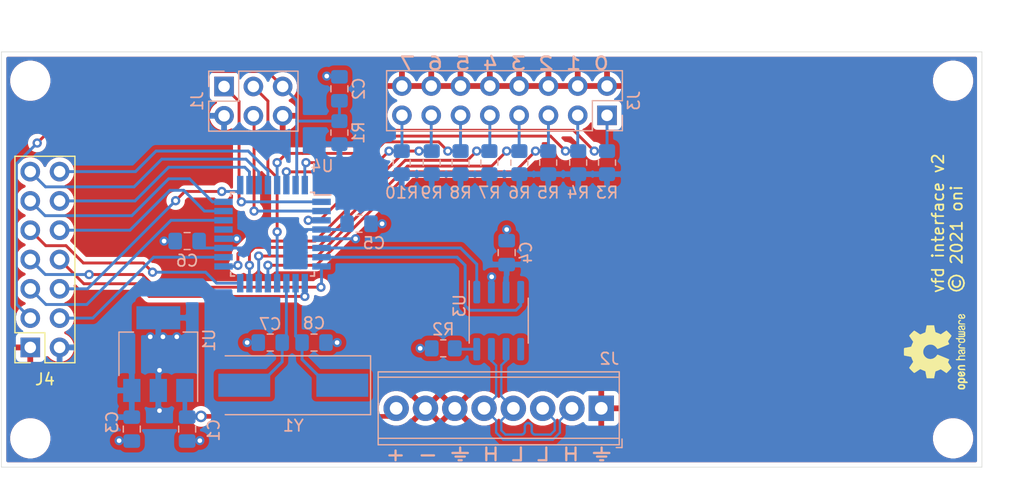
<source format=kicad_pcb>
(kicad_pcb (version 20171130) (host pcbnew 5.1.9+dfsg1-1)

  (general
    (thickness 1.6)
    (drawings 11)
    (tracks 311)
    (zones 0)
    (modules 31)
    (nets 34)
  )

  (page A4)
  (title_block
    (title "VFD Interface")
    (date 2021-03-11)
    (rev 2)
    (company "© 2021 oni")
  )

  (layers
    (0 F.Cu signal)
    (31 B.Cu signal)
    (32 B.Adhes user)
    (33 F.Adhes user)
    (34 B.Paste user)
    (35 F.Paste user)
    (36 B.SilkS user)
    (37 F.SilkS user)
    (38 B.Mask user)
    (39 F.Mask user)
    (40 Dwgs.User user)
    (41 Cmts.User user)
    (42 Eco1.User user)
    (43 Eco2.User user)
    (44 Edge.Cuts user)
    (45 Margin user)
    (46 B.CrtYd user)
    (47 F.CrtYd user)
    (48 B.Fab user hide)
    (49 F.Fab user hide)
  )

  (setup
    (last_trace_width 0.25)
    (trace_clearance 0.2)
    (zone_clearance 0.4)
    (zone_45_only no)
    (trace_min 0.2)
    (via_size 0.8)
    (via_drill 0.4)
    (via_min_size 0.4)
    (via_min_drill 0.3)
    (uvia_size 0.3)
    (uvia_drill 0.1)
    (uvias_allowed no)
    (uvia_min_size 0.2)
    (uvia_min_drill 0.1)
    (edge_width 0.05)
    (segment_width 0.2)
    (pcb_text_width 0.3)
    (pcb_text_size 1.5 1.5)
    (mod_edge_width 0.12)
    (mod_text_size 1 1)
    (mod_text_width 0.15)
    (pad_size 1.524 1.524)
    (pad_drill 0.762)
    (pad_to_mask_clearance 0)
    (aux_axis_origin 0 0)
    (visible_elements FFFFFF7F)
    (pcbplotparams
      (layerselection 0x010fc_ffffffff)
      (usegerberextensions false)
      (usegerberattributes true)
      (usegerberadvancedattributes true)
      (creategerberjobfile true)
      (excludeedgelayer true)
      (linewidth 0.100000)
      (plotframeref false)
      (viasonmask false)
      (mode 1)
      (useauxorigin false)
      (hpglpennumber 1)
      (hpglpenspeed 20)
      (hpglpendiameter 15.000000)
      (psnegative false)
      (psa4output false)
      (plotreference true)
      (plotvalue true)
      (plotinvisibletext false)
      (padsonsilk false)
      (subtractmaskfromsilk true)
      (outputformat 1)
      (mirror false)
      (drillshape 0)
      (scaleselection 1)
      (outputdirectory "plot"))
  )

  (net 0 "")
  (net 1 GND)
  (net 2 +12V)
  (net 3 /~RESET)
  (net 4 +5V)
  (net 5 "Net-(C7-Pad2)")
  (net 6 "Net-(C8-Pad2)")
  (net 7 /MOSI)
  (net 8 /SCK)
  (net 9 /MISO)
  (net 10 /CAN+)
  (net 11 /CAN-)
  (net 12 /BUTTON7)
  (net 13 /BUTTON6)
  (net 14 /BUTTON5)
  (net 15 /BUTTON4)
  (net 16 /BUTTON3)
  (net 17 /BUTTON2)
  (net 18 /BUTTON1)
  (net 19 /BUTTON0)
  (net 20 "Net-(R2-Pad1)")
  (net 21 /VFDDB7)
  (net 22 /VFDDB6)
  (net 23 /VFDDB5)
  (net 24 /VFDDB4)
  (net 25 /VFDDB3)
  (net 26 /VFDDB2)
  (net 27 /VFDDB1)
  (net 28 /VFDDB0)
  (net 29 /VFDE)
  (net 30 /VFDR~W)
  (net 31 /VFDRS)
  (net 32 /CANRX)
  (net 33 /CANTX)

  (net_class Default "This is the default net class."
    (clearance 0.2)
    (trace_width 0.25)
    (via_dia 0.8)
    (via_drill 0.4)
    (uvia_dia 0.3)
    (uvia_drill 0.1)
    (add_net +5V)
    (add_net /BUTTON0)
    (add_net /BUTTON1)
    (add_net /BUTTON2)
    (add_net /BUTTON3)
    (add_net /BUTTON4)
    (add_net /BUTTON5)
    (add_net /BUTTON6)
    (add_net /BUTTON7)
    (add_net /CAN+)
    (add_net /CAN-)
    (add_net /CANRX)
    (add_net /CANTX)
    (add_net /MISO)
    (add_net /MOSI)
    (add_net /SCK)
    (add_net /VFDDB0)
    (add_net /VFDDB1)
    (add_net /VFDDB2)
    (add_net /VFDDB3)
    (add_net /VFDDB4)
    (add_net /VFDDB5)
    (add_net /VFDDB6)
    (add_net /VFDDB7)
    (add_net /VFDE)
    (add_net /VFDRS)
    (add_net /VFDR~W)
    (add_net /~RESET)
    (add_net GND)
    (add_net "Net-(C7-Pad2)")
    (add_net "Net-(C8-Pad2)")
    (add_net "Net-(R2-Pad1)")
  )

  (net_class Power ""
    (clearance 0.2)
    (trace_width 0.4)
    (via_dia 1)
    (via_drill 0.6)
    (uvia_dia 0.3)
    (uvia_drill 0.1)
    (add_net +12V)
  )

  (module Symbol:OSHW-Logo2_7.3x6mm_SilkScreen (layer F.Cu) (tedit 0) (tstamp 60407F83)
    (at 206 76 90)
    (descr "Open Source Hardware Symbol")
    (tags "Logo Symbol OSHW")
    (path /6046A7CD)
    (attr virtual)
    (fp_text reference LOGO1 (at 0 0 90) (layer F.SilkS) hide
      (effects (font (size 1 1) (thickness 0.15)))
    )
    (fp_text value Logo_Open_Hardware_Small (at 0.75 0 90) (layer F.Fab) hide
      (effects (font (size 1 1) (thickness 0.15)))
    )
    (fp_poly (pts (xy -2.400256 1.919918) (xy -2.344799 1.947568) (xy -2.295852 1.99848) (xy -2.282371 2.017338)
      (xy -2.267686 2.042015) (xy -2.258158 2.068816) (xy -2.252707 2.104587) (xy -2.250253 2.156169)
      (xy -2.249714 2.224267) (xy -2.252148 2.317588) (xy -2.260606 2.387657) (xy -2.276826 2.439931)
      (xy -2.302546 2.479869) (xy -2.339503 2.512929) (xy -2.342218 2.514886) (xy -2.37864 2.534908)
      (xy -2.422498 2.544815) (xy -2.478276 2.547257) (xy -2.568952 2.547257) (xy -2.56899 2.635283)
      (xy -2.569834 2.684308) (xy -2.574976 2.713065) (xy -2.588413 2.730311) (xy -2.614142 2.744808)
      (xy -2.620321 2.747769) (xy -2.649236 2.761648) (xy -2.671624 2.770414) (xy -2.688271 2.771171)
      (xy -2.699964 2.761023) (xy -2.70749 2.737073) (xy -2.711634 2.696426) (xy -2.713185 2.636186)
      (xy -2.712929 2.553455) (xy -2.711651 2.445339) (xy -2.711252 2.413) (xy -2.709815 2.301524)
      (xy -2.708528 2.228603) (xy -2.569029 2.228603) (xy -2.568245 2.290499) (xy -2.56476 2.330997)
      (xy -2.556876 2.357708) (xy -2.542895 2.378244) (xy -2.533403 2.38826) (xy -2.494596 2.417567)
      (xy -2.460237 2.419952) (xy -2.424784 2.39575) (xy -2.423886 2.394857) (xy -2.409461 2.376153)
      (xy -2.400687 2.350732) (xy -2.396261 2.311584) (xy -2.394882 2.251697) (xy -2.394857 2.23843)
      (xy -2.398188 2.155901) (xy -2.409031 2.098691) (xy -2.42866 2.063766) (xy -2.45835 2.048094)
      (xy -2.475509 2.046514) (xy -2.516234 2.053926) (xy -2.544168 2.07833) (xy -2.560983 2.12298)
      (xy -2.56835 2.19113) (xy -2.569029 2.228603) (xy -2.708528 2.228603) (xy -2.708292 2.215245)
      (xy -2.706323 2.150333) (xy -2.70355 2.102958) (xy -2.699612 2.06929) (xy -2.694151 2.045498)
      (xy -2.686808 2.027753) (xy -2.677223 2.012224) (xy -2.673113 2.006381) (xy -2.618595 1.951185)
      (xy -2.549664 1.91989) (xy -2.469928 1.911165) (xy -2.400256 1.919918)) (layer F.SilkS) (width 0.01))
    (fp_poly (pts (xy -1.283907 1.92778) (xy -1.237328 1.954723) (xy -1.204943 1.981466) (xy -1.181258 2.009484)
      (xy -1.164941 2.043748) (xy -1.154661 2.089227) (xy -1.149086 2.150892) (xy -1.146884 2.233711)
      (xy -1.146629 2.293246) (xy -1.146629 2.512391) (xy -1.208314 2.540044) (xy -1.27 2.567697)
      (xy -1.277257 2.32767) (xy -1.280256 2.238028) (xy -1.283402 2.172962) (xy -1.287299 2.128026)
      (xy -1.292553 2.09877) (xy -1.299769 2.080748) (xy -1.30955 2.069511) (xy -1.312688 2.067079)
      (xy -1.360239 2.048083) (xy -1.408303 2.0556) (xy -1.436914 2.075543) (xy -1.448553 2.089675)
      (xy -1.456609 2.10822) (xy -1.461729 2.136334) (xy -1.464559 2.179173) (xy -1.465744 2.241895)
      (xy -1.465943 2.307261) (xy -1.465982 2.389268) (xy -1.467386 2.447316) (xy -1.472086 2.486465)
      (xy -1.482013 2.51178) (xy -1.499097 2.528323) (xy -1.525268 2.541156) (xy -1.560225 2.554491)
      (xy -1.598404 2.569007) (xy -1.593859 2.311389) (xy -1.592029 2.218519) (xy -1.589888 2.149889)
      (xy -1.586819 2.100711) (xy -1.582206 2.066198) (xy -1.575432 2.041562) (xy -1.565881 2.022016)
      (xy -1.554366 2.00477) (xy -1.49881 1.94968) (xy -1.43102 1.917822) (xy -1.357287 1.910191)
      (xy -1.283907 1.92778)) (layer F.SilkS) (width 0.01))
    (fp_poly (pts (xy -2.958885 1.921962) (xy -2.890855 1.957733) (xy -2.840649 2.015301) (xy -2.822815 2.052312)
      (xy -2.808937 2.107882) (xy -2.801833 2.178096) (xy -2.80116 2.254727) (xy -2.806573 2.329552)
      (xy -2.81773 2.394342) (xy -2.834286 2.440873) (xy -2.839374 2.448887) (xy -2.899645 2.508707)
      (xy -2.971231 2.544535) (xy -3.048908 2.55502) (xy -3.127452 2.53881) (xy -3.149311 2.529092)
      (xy -3.191878 2.499143) (xy -3.229237 2.459433) (xy -3.232768 2.454397) (xy -3.247119 2.430124)
      (xy -3.256606 2.404178) (xy -3.26221 2.370022) (xy -3.264914 2.321119) (xy -3.265701 2.250935)
      (xy -3.265714 2.2352) (xy -3.265678 2.230192) (xy -3.120571 2.230192) (xy -3.119727 2.29643)
      (xy -3.116404 2.340386) (xy -3.109417 2.368779) (xy -3.097584 2.388325) (xy -3.091543 2.394857)
      (xy -3.056814 2.41968) (xy -3.023097 2.418548) (xy -2.989005 2.397016) (xy -2.968671 2.374029)
      (xy -2.956629 2.340478) (xy -2.949866 2.287569) (xy -2.949402 2.281399) (xy -2.948248 2.185513)
      (xy -2.960312 2.114299) (xy -2.98543 2.068194) (xy -3.02344 2.047635) (xy -3.037008 2.046514)
      (xy -3.072636 2.052152) (xy -3.097006 2.071686) (xy -3.111907 2.109042) (xy -3.119125 2.16815)
      (xy -3.120571 2.230192) (xy -3.265678 2.230192) (xy -3.265174 2.160413) (xy -3.262904 2.108159)
      (xy -3.257932 2.071949) (xy -3.249287 2.045299) (xy -3.235995 2.021722) (xy -3.233057 2.017338)
      (xy -3.183687 1.958249) (xy -3.129891 1.923947) (xy -3.064398 1.910331) (xy -3.042158 1.909665)
      (xy -2.958885 1.921962)) (layer F.SilkS) (width 0.01))
    (fp_poly (pts (xy -1.831697 1.931239) (xy -1.774473 1.969735) (xy -1.730251 2.025335) (xy -1.703833 2.096086)
      (xy -1.69849 2.148162) (xy -1.699097 2.169893) (xy -1.704178 2.186531) (xy -1.718145 2.201437)
      (xy -1.745411 2.217973) (xy -1.790388 2.239498) (xy -1.857489 2.269374) (xy -1.857829 2.269524)
      (xy -1.919593 2.297813) (xy -1.970241 2.322933) (xy -2.004596 2.342179) (xy -2.017482 2.352848)
      (xy -2.017486 2.352934) (xy -2.006128 2.376166) (xy -1.979569 2.401774) (xy -1.949077 2.420221)
      (xy -1.93363 2.423886) (xy -1.891485 2.411212) (xy -1.855192 2.379471) (xy -1.837483 2.344572)
      (xy -1.820448 2.318845) (xy -1.787078 2.289546) (xy -1.747851 2.264235) (xy -1.713244 2.250471)
      (xy -1.706007 2.249714) (xy -1.697861 2.26216) (xy -1.69737 2.293972) (xy -1.703357 2.336866)
      (xy -1.714643 2.382558) (xy -1.73005 2.422761) (xy -1.730829 2.424322) (xy -1.777196 2.489062)
      (xy -1.837289 2.533097) (xy -1.905535 2.554711) (xy -1.976362 2.552185) (xy -2.044196 2.523804)
      (xy -2.047212 2.521808) (xy -2.100573 2.473448) (xy -2.13566 2.410352) (xy -2.155078 2.327387)
      (xy -2.157684 2.304078) (xy -2.162299 2.194055) (xy -2.156767 2.142748) (xy -2.017486 2.142748)
      (xy -2.015676 2.174753) (xy -2.005778 2.184093) (xy -1.981102 2.177105) (xy -1.942205 2.160587)
      (xy -1.898725 2.139881) (xy -1.897644 2.139333) (xy -1.860791 2.119949) (xy -1.846 2.107013)
      (xy -1.849647 2.093451) (xy -1.865005 2.075632) (xy -1.904077 2.049845) (xy -1.946154 2.04795)
      (xy -1.983897 2.066717) (xy -2.009966 2.102915) (xy -2.017486 2.142748) (xy -2.156767 2.142748)
      (xy -2.152806 2.106027) (xy -2.12845 2.036212) (xy -2.094544 1.987302) (xy -2.033347 1.937878)
      (xy -1.965937 1.913359) (xy -1.89712 1.911797) (xy -1.831697 1.931239)) (layer F.SilkS) (width 0.01))
    (fp_poly (pts (xy -0.624114 1.851289) (xy -0.619861 1.910613) (xy -0.614975 1.945572) (xy -0.608205 1.96082)
      (xy -0.598298 1.961015) (xy -0.595086 1.959195) (xy -0.552356 1.946015) (xy -0.496773 1.946785)
      (xy -0.440263 1.960333) (xy -0.404918 1.977861) (xy -0.368679 2.005861) (xy -0.342187 2.037549)
      (xy -0.324001 2.077813) (xy -0.312678 2.131543) (xy -0.306778 2.203626) (xy -0.304857 2.298951)
      (xy -0.304823 2.317237) (xy -0.3048 2.522646) (xy -0.350509 2.53858) (xy -0.382973 2.54942)
      (xy -0.400785 2.554468) (xy -0.401309 2.554514) (xy -0.403063 2.540828) (xy -0.404556 2.503076)
      (xy -0.405674 2.446224) (xy -0.406303 2.375234) (xy -0.4064 2.332073) (xy -0.406602 2.246973)
      (xy -0.407642 2.185981) (xy -0.410169 2.144177) (xy -0.414836 2.116642) (xy -0.422293 2.098456)
      (xy -0.433189 2.084698) (xy -0.439993 2.078073) (xy -0.486728 2.051375) (xy -0.537728 2.049375)
      (xy -0.583999 2.071955) (xy -0.592556 2.080107) (xy -0.605107 2.095436) (xy -0.613812 2.113618)
      (xy -0.619369 2.139909) (xy -0.622474 2.179562) (xy -0.623824 2.237832) (xy -0.624114 2.318173)
      (xy -0.624114 2.522646) (xy -0.669823 2.53858) (xy -0.702287 2.54942) (xy -0.720099 2.554468)
      (xy -0.720623 2.554514) (xy -0.721963 2.540623) (xy -0.723172 2.501439) (xy -0.724199 2.4407)
      (xy -0.724998 2.362141) (xy -0.725519 2.269498) (xy -0.725714 2.166509) (xy -0.725714 1.769342)
      (xy -0.678543 1.749444) (xy -0.631371 1.729547) (xy -0.624114 1.851289)) (layer F.SilkS) (width 0.01))
    (fp_poly (pts (xy 0.039744 1.950968) (xy 0.096616 1.972087) (xy 0.097267 1.972493) (xy 0.13244 1.99838)
      (xy 0.158407 2.028633) (xy 0.17667 2.068058) (xy 0.188732 2.121462) (xy 0.196096 2.193651)
      (xy 0.200264 2.289432) (xy 0.200629 2.303078) (xy 0.205876 2.508842) (xy 0.161716 2.531678)
      (xy 0.129763 2.54711) (xy 0.11047 2.554423) (xy 0.109578 2.554514) (xy 0.106239 2.541022)
      (xy 0.103587 2.504626) (xy 0.101956 2.451452) (xy 0.1016 2.408393) (xy 0.101592 2.338641)
      (xy 0.098403 2.294837) (xy 0.087288 2.273944) (xy 0.063501 2.272925) (xy 0.022296 2.288741)
      (xy -0.039914 2.317815) (xy -0.085659 2.341963) (xy -0.109187 2.362913) (xy -0.116104 2.385747)
      (xy -0.116114 2.386877) (xy -0.104701 2.426212) (xy -0.070908 2.447462) (xy -0.019191 2.450539)
      (xy 0.018061 2.450006) (xy 0.037703 2.460735) (xy 0.049952 2.486505) (xy 0.057002 2.519337)
      (xy 0.046842 2.537966) (xy 0.043017 2.540632) (xy 0.007001 2.55134) (xy -0.043434 2.552856)
      (xy -0.095374 2.545759) (xy -0.132178 2.532788) (xy -0.183062 2.489585) (xy -0.211986 2.429446)
      (xy -0.217714 2.382462) (xy -0.213343 2.340082) (xy -0.197525 2.305488) (xy -0.166203 2.274763)
      (xy -0.115322 2.24399) (xy -0.040824 2.209252) (xy -0.036286 2.207288) (xy 0.030821 2.176287)
      (xy 0.072232 2.150862) (xy 0.089981 2.128014) (xy 0.086107 2.104745) (xy 0.062643 2.078056)
      (xy 0.055627 2.071914) (xy 0.00863 2.0481) (xy -0.040067 2.049103) (xy -0.082478 2.072451)
      (xy -0.110616 2.115675) (xy -0.113231 2.12416) (xy -0.138692 2.165308) (xy -0.170999 2.185128)
      (xy -0.217714 2.20477) (xy -0.217714 2.15395) (xy -0.203504 2.080082) (xy -0.161325 2.012327)
      (xy -0.139376 1.989661) (xy -0.089483 1.960569) (xy -0.026033 1.9474) (xy 0.039744 1.950968)) (layer F.SilkS) (width 0.01))
    (fp_poly (pts (xy 0.529926 1.949755) (xy 0.595858 1.974084) (xy 0.649273 2.017117) (xy 0.670164 2.047409)
      (xy 0.692939 2.102994) (xy 0.692466 2.143186) (xy 0.668562 2.170217) (xy 0.659717 2.174813)
      (xy 0.62153 2.189144) (xy 0.602028 2.185472) (xy 0.595422 2.161407) (xy 0.595086 2.148114)
      (xy 0.582992 2.09921) (xy 0.551471 2.064999) (xy 0.507659 2.048476) (xy 0.458695 2.052634)
      (xy 0.418894 2.074227) (xy 0.40545 2.086544) (xy 0.395921 2.101487) (xy 0.389485 2.124075)
      (xy 0.385317 2.159328) (xy 0.382597 2.212266) (xy 0.380502 2.287907) (xy 0.37996 2.311857)
      (xy 0.377981 2.39379) (xy 0.375731 2.451455) (xy 0.372357 2.489608) (xy 0.367006 2.513004)
      (xy 0.358824 2.526398) (xy 0.346959 2.534545) (xy 0.339362 2.538144) (xy 0.307102 2.550452)
      (xy 0.288111 2.554514) (xy 0.281836 2.540948) (xy 0.278006 2.499934) (xy 0.2766 2.430999)
      (xy 0.277598 2.333669) (xy 0.277908 2.318657) (xy 0.280101 2.229859) (xy 0.282693 2.165019)
      (xy 0.286382 2.119067) (xy 0.291864 2.086935) (xy 0.299835 2.063553) (xy 0.310993 2.043852)
      (xy 0.31683 2.03541) (xy 0.350296 1.998057) (xy 0.387727 1.969003) (xy 0.392309 1.966467)
      (xy 0.459426 1.946443) (xy 0.529926 1.949755)) (layer F.SilkS) (width 0.01))
    (fp_poly (pts (xy 1.190117 2.065358) (xy 1.189933 2.173837) (xy 1.189219 2.257287) (xy 1.187675 2.319704)
      (xy 1.185001 2.365085) (xy 1.180894 2.397429) (xy 1.175055 2.420733) (xy 1.167182 2.438995)
      (xy 1.161221 2.449418) (xy 1.111855 2.505945) (xy 1.049264 2.541377) (xy 0.980013 2.55409)
      (xy 0.910668 2.542463) (xy 0.869375 2.521568) (xy 0.826025 2.485422) (xy 0.796481 2.441276)
      (xy 0.778655 2.383462) (xy 0.770463 2.306313) (xy 0.769302 2.249714) (xy 0.769458 2.245647)
      (xy 0.870857 2.245647) (xy 0.871476 2.31055) (xy 0.874314 2.353514) (xy 0.88084 2.381622)
      (xy 0.892523 2.401953) (xy 0.906483 2.417288) (xy 0.953365 2.44689) (xy 1.003701 2.449419)
      (xy 1.051276 2.424705) (xy 1.054979 2.421356) (xy 1.070783 2.403935) (xy 1.080693 2.383209)
      (xy 1.086058 2.352362) (xy 1.088228 2.304577) (xy 1.088571 2.251748) (xy 1.087827 2.185381)
      (xy 1.084748 2.141106) (xy 1.078061 2.112009) (xy 1.066496 2.091173) (xy 1.057013 2.080107)
      (xy 1.01296 2.052198) (xy 0.962224 2.048843) (xy 0.913796 2.070159) (xy 0.90445 2.078073)
      (xy 0.88854 2.095647) (xy 0.87861 2.116587) (xy 0.873278 2.147782) (xy 0.871163 2.196122)
      (xy 0.870857 2.245647) (xy 0.769458 2.245647) (xy 0.77281 2.158568) (xy 0.784726 2.090086)
      (xy 0.807135 2.0386) (xy 0.842124 1.998443) (xy 0.869375 1.977861) (xy 0.918907 1.955625)
      (xy 0.976316 1.945304) (xy 1.029682 1.948067) (xy 1.059543 1.959212) (xy 1.071261 1.962383)
      (xy 1.079037 1.950557) (xy 1.084465 1.918866) (xy 1.088571 1.870593) (xy 1.093067 1.816829)
      (xy 1.099313 1.784482) (xy 1.110676 1.765985) (xy 1.130528 1.75377) (xy 1.143 1.748362)
      (xy 1.190171 1.728601) (xy 1.190117 2.065358)) (layer F.SilkS) (width 0.01))
    (fp_poly (pts (xy 1.779833 1.958663) (xy 1.782048 1.99685) (xy 1.783784 2.054886) (xy 1.784899 2.12818)
      (xy 1.785257 2.205055) (xy 1.785257 2.465196) (xy 1.739326 2.511127) (xy 1.707675 2.539429)
      (xy 1.67989 2.550893) (xy 1.641915 2.550168) (xy 1.62684 2.548321) (xy 1.579726 2.542948)
      (xy 1.540756 2.539869) (xy 1.531257 2.539585) (xy 1.499233 2.541445) (xy 1.453432 2.546114)
      (xy 1.435674 2.548321) (xy 1.392057 2.551735) (xy 1.362745 2.54432) (xy 1.33368 2.521427)
      (xy 1.323188 2.511127) (xy 1.277257 2.465196) (xy 1.277257 1.978602) (xy 1.314226 1.961758)
      (xy 1.346059 1.949282) (xy 1.364683 1.944914) (xy 1.369458 1.958718) (xy 1.373921 1.997286)
      (xy 1.377775 2.056356) (xy 1.380722 2.131663) (xy 1.382143 2.195286) (xy 1.386114 2.445657)
      (xy 1.420759 2.450556) (xy 1.452268 2.447131) (xy 1.467708 2.436041) (xy 1.472023 2.415308)
      (xy 1.475708 2.371145) (xy 1.478469 2.309146) (xy 1.480012 2.234909) (xy 1.480235 2.196706)
      (xy 1.480457 1.976783) (xy 1.526166 1.960849) (xy 1.558518 1.950015) (xy 1.576115 1.944962)
      (xy 1.576623 1.944914) (xy 1.578388 1.958648) (xy 1.580329 1.99673) (xy 1.582282 2.054482)
      (xy 1.584084 2.127227) (xy 1.585343 2.195286) (xy 1.589314 2.445657) (xy 1.6764 2.445657)
      (xy 1.680396 2.21724) (xy 1.684392 1.988822) (xy 1.726847 1.966868) (xy 1.758192 1.951793)
      (xy 1.776744 1.944951) (xy 1.777279 1.944914) (xy 1.779833 1.958663)) (layer F.SilkS) (width 0.01))
    (fp_poly (pts (xy 2.144876 1.956335) (xy 2.186667 1.975344) (xy 2.219469 1.998378) (xy 2.243503 2.024133)
      (xy 2.260097 2.057358) (xy 2.270577 2.1028) (xy 2.276271 2.165207) (xy 2.278507 2.249327)
      (xy 2.278743 2.304721) (xy 2.278743 2.520826) (xy 2.241774 2.53767) (xy 2.212656 2.549981)
      (xy 2.198231 2.554514) (xy 2.195472 2.541025) (xy 2.193282 2.504653) (xy 2.191942 2.451542)
      (xy 2.191657 2.409372) (xy 2.190434 2.348447) (xy 2.187136 2.300115) (xy 2.182321 2.270518)
      (xy 2.178496 2.264229) (xy 2.152783 2.270652) (xy 2.112418 2.287125) (xy 2.065679 2.309458)
      (xy 2.020845 2.333457) (xy 1.986193 2.35493) (xy 1.970002 2.369685) (xy 1.969938 2.369845)
      (xy 1.97133 2.397152) (xy 1.983818 2.423219) (xy 2.005743 2.444392) (xy 2.037743 2.451474)
      (xy 2.065092 2.450649) (xy 2.103826 2.450042) (xy 2.124158 2.459116) (xy 2.136369 2.483092)
      (xy 2.137909 2.487613) (xy 2.143203 2.521806) (xy 2.129047 2.542568) (xy 2.092148 2.552462)
      (xy 2.052289 2.554292) (xy 1.980562 2.540727) (xy 1.943432 2.521355) (xy 1.897576 2.475845)
      (xy 1.873256 2.419983) (xy 1.871073 2.360957) (xy 1.891629 2.305953) (xy 1.922549 2.271486)
      (xy 1.95342 2.252189) (xy 2.001942 2.227759) (xy 2.058485 2.202985) (xy 2.06791 2.199199)
      (xy 2.130019 2.171791) (xy 2.165822 2.147634) (xy 2.177337 2.123619) (xy 2.16658 2.096635)
      (xy 2.148114 2.075543) (xy 2.104469 2.049572) (xy 2.056446 2.047624) (xy 2.012406 2.067637)
      (xy 1.980709 2.107551) (xy 1.976549 2.117848) (xy 1.952327 2.155724) (xy 1.916965 2.183842)
      (xy 1.872343 2.206917) (xy 1.872343 2.141485) (xy 1.874969 2.101506) (xy 1.88623 2.069997)
      (xy 1.911199 2.036378) (xy 1.935169 2.010484) (xy 1.972441 1.973817) (xy 2.001401 1.954121)
      (xy 2.032505 1.94622) (xy 2.067713 1.944914) (xy 2.144876 1.956335)) (layer F.SilkS) (width 0.01))
    (fp_poly (pts (xy 2.6526 1.958752) (xy 2.669948 1.966334) (xy 2.711356 1.999128) (xy 2.746765 2.046547)
      (xy 2.768664 2.097151) (xy 2.772229 2.122098) (xy 2.760279 2.156927) (xy 2.734067 2.175357)
      (xy 2.705964 2.186516) (xy 2.693095 2.188572) (xy 2.686829 2.173649) (xy 2.674456 2.141175)
      (xy 2.669028 2.126502) (xy 2.63859 2.075744) (xy 2.59452 2.050427) (xy 2.53801 2.051206)
      (xy 2.533825 2.052203) (xy 2.503655 2.066507) (xy 2.481476 2.094393) (xy 2.466327 2.139287)
      (xy 2.45725 2.204615) (xy 2.453286 2.293804) (xy 2.452914 2.341261) (xy 2.45273 2.416071)
      (xy 2.451522 2.467069) (xy 2.448309 2.499471) (xy 2.442109 2.518495) (xy 2.43194 2.529356)
      (xy 2.416819 2.537272) (xy 2.415946 2.53767) (xy 2.386828 2.549981) (xy 2.372403 2.554514)
      (xy 2.370186 2.540809) (xy 2.368289 2.502925) (xy 2.366847 2.445715) (xy 2.365998 2.374027)
      (xy 2.365829 2.321565) (xy 2.366692 2.220047) (xy 2.37007 2.143032) (xy 2.377142 2.086023)
      (xy 2.389088 2.044526) (xy 2.40709 2.014043) (xy 2.432327 1.99008) (xy 2.457247 1.973355)
      (xy 2.517171 1.951097) (xy 2.586911 1.946076) (xy 2.6526 1.958752)) (layer F.SilkS) (width 0.01))
    (fp_poly (pts (xy 3.153595 1.966966) (xy 3.211021 2.004497) (xy 3.238719 2.038096) (xy 3.260662 2.099064)
      (xy 3.262405 2.147308) (xy 3.258457 2.211816) (xy 3.109686 2.276934) (xy 3.037349 2.310202)
      (xy 2.990084 2.336964) (xy 2.965507 2.360144) (xy 2.961237 2.382667) (xy 2.974889 2.407455)
      (xy 2.989943 2.423886) (xy 3.033746 2.450235) (xy 3.081389 2.452081) (xy 3.125145 2.431546)
      (xy 3.157289 2.390752) (xy 3.163038 2.376347) (xy 3.190576 2.331356) (xy 3.222258 2.312182)
      (xy 3.265714 2.295779) (xy 3.265714 2.357966) (xy 3.261872 2.400283) (xy 3.246823 2.435969)
      (xy 3.21528 2.476943) (xy 3.210592 2.482267) (xy 3.175506 2.51872) (xy 3.145347 2.538283)
      (xy 3.107615 2.547283) (xy 3.076335 2.55023) (xy 3.020385 2.550965) (xy 2.980555 2.54166)
      (xy 2.955708 2.527846) (xy 2.916656 2.497467) (xy 2.889625 2.464613) (xy 2.872517 2.423294)
      (xy 2.863238 2.367521) (xy 2.859693 2.291305) (xy 2.85941 2.252622) (xy 2.860372 2.206247)
      (xy 2.948007 2.206247) (xy 2.949023 2.231126) (xy 2.951556 2.2352) (xy 2.968274 2.229665)
      (xy 3.004249 2.215017) (xy 3.052331 2.19419) (xy 3.062386 2.189714) (xy 3.123152 2.158814)
      (xy 3.156632 2.131657) (xy 3.16399 2.10622) (xy 3.146391 2.080481) (xy 3.131856 2.069109)
      (xy 3.07941 2.046364) (xy 3.030322 2.050122) (xy 2.989227 2.077884) (xy 2.960758 2.127152)
      (xy 2.951631 2.166257) (xy 2.948007 2.206247) (xy 2.860372 2.206247) (xy 2.861285 2.162249)
      (xy 2.868196 2.095384) (xy 2.881884 2.046695) (xy 2.904096 2.010849) (xy 2.936574 1.982513)
      (xy 2.950733 1.973355) (xy 3.015053 1.949507) (xy 3.085473 1.948006) (xy 3.153595 1.966966)) (layer F.SilkS) (width 0.01))
    (fp_poly (pts (xy 0.10391 -2.757652) (xy 0.182454 -2.757222) (xy 0.239298 -2.756058) (xy 0.278105 -2.753793)
      (xy 0.302538 -2.75006) (xy 0.316262 -2.744494) (xy 0.32294 -2.736727) (xy 0.326236 -2.726395)
      (xy 0.326556 -2.725057) (xy 0.331562 -2.700921) (xy 0.340829 -2.653299) (xy 0.353392 -2.587259)
      (xy 0.368287 -2.507872) (xy 0.384551 -2.420204) (xy 0.385119 -2.417125) (xy 0.40141 -2.331211)
      (xy 0.416652 -2.255304) (xy 0.429861 -2.193955) (xy 0.440054 -2.151718) (xy 0.446248 -2.133145)
      (xy 0.446543 -2.132816) (xy 0.464788 -2.123747) (xy 0.502405 -2.108633) (xy 0.551271 -2.090738)
      (xy 0.551543 -2.090642) (xy 0.613093 -2.067507) (xy 0.685657 -2.038035) (xy 0.754057 -2.008403)
      (xy 0.757294 -2.006938) (xy 0.868702 -1.956374) (xy 1.115399 -2.12484) (xy 1.191077 -2.176197)
      (xy 1.259631 -2.222111) (xy 1.317088 -2.25997) (xy 1.359476 -2.287163) (xy 1.382825 -2.301079)
      (xy 1.385042 -2.302111) (xy 1.40201 -2.297516) (xy 1.433701 -2.275345) (xy 1.481352 -2.234553)
      (xy 1.546198 -2.174095) (xy 1.612397 -2.109773) (xy 1.676214 -2.046388) (xy 1.733329 -1.988549)
      (xy 1.780305 -1.939825) (xy 1.813703 -1.90379) (xy 1.830085 -1.884016) (xy 1.830694 -1.882998)
      (xy 1.832505 -1.869428) (xy 1.825683 -1.847267) (xy 1.80854 -1.813522) (xy 1.779393 -1.7652)
      (xy 1.736555 -1.699308) (xy 1.679448 -1.614483) (xy 1.628766 -1.539823) (xy 1.583461 -1.47286)
      (xy 1.54615 -1.417484) (xy 1.519452 -1.37758) (xy 1.505985 -1.357038) (xy 1.505137 -1.355644)
      (xy 1.506781 -1.335962) (xy 1.519245 -1.297707) (xy 1.540048 -1.248111) (xy 1.547462 -1.232272)
      (xy 1.579814 -1.16171) (xy 1.614328 -1.081647) (xy 1.642365 -1.012371) (xy 1.662568 -0.960955)
      (xy 1.678615 -0.921881) (xy 1.687888 -0.901459) (xy 1.689041 -0.899886) (xy 1.706096 -0.897279)
      (xy 1.746298 -0.890137) (xy 1.804302 -0.879477) (xy 1.874763 -0.866315) (xy 1.952335 -0.851667)
      (xy 2.031672 -0.836551) (xy 2.107431 -0.821982) (xy 2.174264 -0.808978) (xy 2.226828 -0.798555)
      (xy 2.259776 -0.79173) (xy 2.267857 -0.789801) (xy 2.276205 -0.785038) (xy 2.282506 -0.774282)
      (xy 2.287045 -0.753902) (xy 2.290104 -0.720266) (xy 2.291967 -0.669745) (xy 2.292918 -0.598708)
      (xy 2.29324 -0.503524) (xy 2.293257 -0.464508) (xy 2.293257 -0.147201) (xy 2.217057 -0.132161)
      (xy 2.174663 -0.124005) (xy 2.1114 -0.112101) (xy 2.034962 -0.097884) (xy 1.953043 -0.08279)
      (xy 1.9304 -0.078645) (xy 1.854806 -0.063947) (xy 1.788953 -0.049495) (xy 1.738366 -0.036625)
      (xy 1.708574 -0.026678) (xy 1.703612 -0.023713) (xy 1.691426 -0.002717) (xy 1.673953 0.037967)
      (xy 1.654577 0.090322) (xy 1.650734 0.1016) (xy 1.625339 0.171523) (xy 1.593817 0.250418)
      (xy 1.562969 0.321266) (xy 1.562817 0.321595) (xy 1.511447 0.432733) (xy 1.680399 0.681253)
      (xy 1.849352 0.929772) (xy 1.632429 1.147058) (xy 1.566819 1.211726) (xy 1.506979 1.268733)
      (xy 1.456267 1.315033) (xy 1.418046 1.347584) (xy 1.395675 1.363343) (xy 1.392466 1.364343)
      (xy 1.373626 1.356469) (xy 1.33518 1.334578) (xy 1.28133 1.301267) (xy 1.216276 1.259131)
      (xy 1.14594 1.211943) (xy 1.074555 1.16381) (xy 1.010908 1.121928) (xy 0.959041 1.088871)
      (xy 0.922995 1.067218) (xy 0.906867 1.059543) (xy 0.887189 1.066037) (xy 0.849875 1.08315)
      (xy 0.802621 1.107326) (xy 0.797612 1.110013) (xy 0.733977 1.141927) (xy 0.690341 1.157579)
      (xy 0.663202 1.157745) (xy 0.649057 1.143204) (xy 0.648975 1.143) (xy 0.641905 1.125779)
      (xy 0.625042 1.084899) (xy 0.599695 1.023525) (xy 0.567171 0.944819) (xy 0.528778 0.851947)
      (xy 0.485822 0.748072) (xy 0.444222 0.647502) (xy 0.398504 0.536516) (xy 0.356526 0.433703)
      (xy 0.319548 0.342215) (xy 0.288827 0.265201) (xy 0.265622 0.205815) (xy 0.25119 0.167209)
      (xy 0.246743 0.1528) (xy 0.257896 0.136272) (xy 0.287069 0.10993) (xy 0.325971 0.080887)
      (xy 0.436757 -0.010961) (xy 0.523351 -0.116241) (xy 0.584716 -0.232734) (xy 0.619815 -0.358224)
      (xy 0.627608 -0.490493) (xy 0.621943 -0.551543) (xy 0.591078 -0.678205) (xy 0.53792 -0.790059)
      (xy 0.465767 -0.885999) (xy 0.377917 -0.964924) (xy 0.277665 -1.02573) (xy 0.16831 -1.067313)
      (xy 0.053147 -1.088572) (xy -0.064525 -1.088401) (xy -0.18141 -1.065699) (xy -0.294211 -1.019362)
      (xy -0.399631 -0.948287) (xy -0.443632 -0.908089) (xy -0.528021 -0.804871) (xy -0.586778 -0.692075)
      (xy -0.620296 -0.57299) (xy -0.628965 -0.450905) (xy -0.613177 -0.329107) (xy -0.573322 -0.210884)
      (xy -0.509793 -0.099525) (xy -0.422979 0.001684) (xy -0.325971 0.080887) (xy -0.285563 0.111162)
      (xy -0.257018 0.137219) (xy -0.246743 0.152825) (xy -0.252123 0.169843) (xy -0.267425 0.2105)
      (xy -0.291388 0.271642) (xy -0.322756 0.350119) (xy -0.360268 0.44278) (xy -0.402667 0.546472)
      (xy -0.444337 0.647526) (xy -0.49031 0.758607) (xy -0.532893 0.861541) (xy -0.570779 0.953165)
      (xy -0.60266 1.030316) (xy -0.627229 1.089831) (xy -0.64318 1.128544) (xy -0.64909 1.143)
      (xy -0.663052 1.157685) (xy -0.69006 1.157642) (xy -0.733587 1.142099) (xy -0.79711 1.110284)
      (xy -0.797612 1.110013) (xy -0.84544 1.085323) (xy -0.884103 1.067338) (xy -0.905905 1.059614)
      (xy -0.906867 1.059543) (xy -0.923279 1.067378) (xy -0.959513 1.089165) (xy -1.011526 1.122328)
      (xy -1.075275 1.164291) (xy -1.14594 1.211943) (xy -1.217884 1.260191) (xy -1.282726 1.302151)
      (xy -1.336265 1.335227) (xy -1.374303 1.356821) (xy -1.392467 1.364343) (xy -1.409192 1.354457)
      (xy -1.44282 1.326826) (xy -1.48999 1.284495) (xy -1.547342 1.230505) (xy -1.611516 1.167899)
      (xy -1.632503 1.146983) (xy -1.849501 0.929623) (xy -1.684332 0.68722) (xy -1.634136 0.612781)
      (xy -1.590081 0.545972) (xy -1.554638 0.490665) (xy -1.530281 0.450729) (xy -1.519478 0.430036)
      (xy -1.519162 0.428563) (xy -1.524857 0.409058) (xy -1.540174 0.369822) (xy -1.562463 0.31743)
      (xy -1.578107 0.282355) (xy -1.607359 0.215201) (xy -1.634906 0.147358) (xy -1.656263 0.090034)
      (xy -1.662065 0.072572) (xy -1.678548 0.025938) (xy -1.69466 -0.010095) (xy -1.70351 -0.023713)
      (xy -1.72304 -0.032048) (xy -1.765666 -0.043863) (xy -1.825855 -0.057819) (xy -1.898078 -0.072578)
      (xy -1.9304 -0.078645) (xy -2.012478 -0.093727) (xy -2.091205 -0.108331) (xy -2.158891 -0.12102)
      (xy -2.20784 -0.130358) (xy -2.217057 -0.132161) (xy -2.293257 -0.147201) (xy -2.293257 -0.464508)
      (xy -2.293086 -0.568846) (xy -2.292384 -0.647787) (xy -2.290866 -0.704962) (xy -2.288251 -0.744001)
      (xy -2.284254 -0.768535) (xy -2.278591 -0.782195) (xy -2.27098 -0.788611) (xy -2.267857 -0.789801)
      (xy -2.249022 -0.79402) (xy -2.207412 -0.802438) (xy -2.14837 -0.814039) (xy -2.077243 -0.827805)
      (xy -1.999375 -0.84272) (xy -1.920113 -0.857768) (xy -1.844802 -0.871931) (xy -1.778787 -0.884194)
      (xy -1.727413 -0.893539) (xy -1.696025 -0.89895) (xy -1.689041 -0.899886) (xy -1.682715 -0.912404)
      (xy -1.66871 -0.945754) (xy -1.649645 -0.993623) (xy -1.642366 -1.012371) (xy -1.613004 -1.084805)
      (xy -1.578429 -1.16483) (xy -1.547463 -1.232272) (xy -1.524677 -1.283841) (xy -1.509518 -1.326215)
      (xy -1.504458 -1.352166) (xy -1.505264 -1.355644) (xy -1.515959 -1.372064) (xy -1.54038 -1.408583)
      (xy -1.575905 -1.461313) (xy -1.619913 -1.526365) (xy -1.669783 -1.599849) (xy -1.679644 -1.614355)
      (xy -1.737508 -1.700296) (xy -1.780044 -1.765739) (xy -1.808946 -1.813696) (xy -1.82591 -1.84718)
      (xy -1.832633 -1.869205) (xy -1.83081 -1.882783) (xy -1.830764 -1.882869) (xy -1.816414 -1.900703)
      (xy -1.784677 -1.935183) (xy -1.73899 -1.982732) (xy -1.682796 -2.039778) (xy -1.619532 -2.102745)
      (xy -1.612398 -2.109773) (xy -1.53267 -2.18698) (xy -1.471143 -2.24367) (xy -1.426579 -2.28089)
      (xy -1.397743 -2.299685) (xy -1.385042 -2.302111) (xy -1.366506 -2.291529) (xy -1.328039 -2.267084)
      (xy -1.273614 -2.231388) (xy -1.207202 -2.187053) (xy -1.132775 -2.136689) (xy -1.115399 -2.12484)
      (xy -0.868703 -1.956374) (xy -0.757294 -2.006938) (xy -0.689543 -2.036405) (xy -0.616817 -2.066041)
      (xy -0.554297 -2.08967) (xy -0.551543 -2.090642) (xy -0.50264 -2.108543) (xy -0.464943 -2.12368)
      (xy -0.446575 -2.13279) (xy -0.446544 -2.132816) (xy -0.440715 -2.149283) (xy -0.430808 -2.189781)
      (xy -0.417805 -2.249758) (xy -0.402691 -2.32466) (xy -0.386448 -2.409936) (xy -0.385119 -2.417125)
      (xy -0.368825 -2.504986) (xy -0.353867 -2.58474) (xy -0.341209 -2.651319) (xy -0.331814 -2.699653)
      (xy -0.326646 -2.724675) (xy -0.326556 -2.725057) (xy -0.323411 -2.735701) (xy -0.317296 -2.743738)
      (xy -0.304547 -2.749533) (xy -0.2815 -2.753453) (xy -0.244491 -2.755865) (xy -0.189856 -2.757135)
      (xy -0.113933 -2.757629) (xy -0.013056 -2.757714) (xy 0 -2.757714) (xy 0.10391 -2.757652)) (layer F.SilkS) (width 0.01))
  )

  (module Package_QFP:TQFP-32_7x7mm_P0.8mm (layer B.Cu) (tedit 5A02F146) (tstamp 604018FB)
    (at 148.5 65.8 180)
    (descr "32-Lead Plastic Thin Quad Flatpack (PT) - 7x7x1.0 mm Body, 2.00 mm [TQFP] (see Microchip Packaging Specification 00000049BS.pdf)")
    (tags "QFP 0.8")
    (path /603EAA33)
    (attr smd)
    (fp_text reference U4 (at -4.3 5.9) (layer B.SilkS)
      (effects (font (size 1 1) (thickness 0.15)) (justify mirror))
    )
    (fp_text value ATmega32M1-AU (at 0 -6.05) (layer B.Fab)
      (effects (font (size 1 1) (thickness 0.15)) (justify mirror))
    )
    (fp_line (start -2.5 3.5) (end 3.5 3.5) (layer B.Fab) (width 0.15))
    (fp_line (start 3.5 3.5) (end 3.5 -3.5) (layer B.Fab) (width 0.15))
    (fp_line (start 3.5 -3.5) (end -3.5 -3.5) (layer B.Fab) (width 0.15))
    (fp_line (start -3.5 -3.5) (end -3.5 2.5) (layer B.Fab) (width 0.15))
    (fp_line (start -3.5 2.5) (end -2.5 3.5) (layer B.Fab) (width 0.15))
    (fp_line (start -5.3 5.3) (end -5.3 -5.3) (layer B.CrtYd) (width 0.05))
    (fp_line (start 5.3 5.3) (end 5.3 -5.3) (layer B.CrtYd) (width 0.05))
    (fp_line (start -5.3 5.3) (end 5.3 5.3) (layer B.CrtYd) (width 0.05))
    (fp_line (start -5.3 -5.3) (end 5.3 -5.3) (layer B.CrtYd) (width 0.05))
    (fp_line (start -3.625 3.625) (end -3.625 3.4) (layer B.SilkS) (width 0.15))
    (fp_line (start 3.625 3.625) (end 3.625 3.3) (layer B.SilkS) (width 0.15))
    (fp_line (start 3.625 -3.625) (end 3.625 -3.3) (layer B.SilkS) (width 0.15))
    (fp_line (start -3.625 -3.625) (end -3.625 -3.3) (layer B.SilkS) (width 0.15))
    (fp_line (start -3.625 3.625) (end -3.3 3.625) (layer B.SilkS) (width 0.15))
    (fp_line (start -3.625 -3.625) (end -3.3 -3.625) (layer B.SilkS) (width 0.15))
    (fp_line (start 3.625 -3.625) (end 3.3 -3.625) (layer B.SilkS) (width 0.15))
    (fp_line (start 3.625 3.625) (end 3.3 3.625) (layer B.SilkS) (width 0.15))
    (fp_line (start -3.625 3.4) (end -5.05 3.4) (layer B.SilkS) (width 0.15))
    (fp_text user %R (at 0 0) (layer B.Fab)
      (effects (font (size 1 1) (thickness 0.15)) (justify mirror))
    )
    (pad 32 smd rect (at -2.8 4.25 90) (size 1.6 0.55) (layers B.Cu B.Paste B.Mask)
      (net 18 /BUTTON1))
    (pad 31 smd rect (at -2 4.25 90) (size 1.6 0.55) (layers B.Cu B.Paste B.Mask)
      (net 3 /~RESET))
    (pad 30 smd rect (at -1.2 4.25 90) (size 1.6 0.55) (layers B.Cu B.Paste B.Mask)
      (net 14 /BUTTON5))
    (pad 29 smd rect (at -0.4 4.25 90) (size 1.6 0.55) (layers B.Cu B.Paste B.Mask)
      (net 19 /BUTTON0))
    (pad 28 smd rect (at 0.4 4.25 90) (size 1.6 0.55) (layers B.Cu B.Paste B.Mask)
      (net 21 /VFDDB7))
    (pad 27 smd rect (at 1.2 4.25 90) (size 1.6 0.55) (layers B.Cu B.Paste B.Mask)
      (net 22 /VFDDB6))
    (pad 26 smd rect (at 2 4.25 90) (size 1.6 0.55) (layers B.Cu B.Paste B.Mask)
      (net 23 /VFDDB5))
    (pad 25 smd rect (at 2.8 4.25 90) (size 1.6 0.55) (layers B.Cu B.Paste B.Mask)
      (net 29 /VFDE))
    (pad 24 smd rect (at 4.25 2.8 180) (size 1.6 0.55) (layers B.Cu B.Paste B.Mask)
      (net 24 /VFDDB4))
    (pad 23 smd rect (at 4.25 2 180) (size 1.6 0.55) (layers B.Cu B.Paste B.Mask)
      (net 25 /VFDDB3))
    (pad 22 smd rect (at 4.25 1.2 180) (size 1.6 0.55) (layers B.Cu B.Paste B.Mask)
      (net 30 /VFDR~W))
    (pad 21 smd rect (at 4.25 0.4 180) (size 1.6 0.55) (layers B.Cu B.Paste B.Mask))
    (pad 20 smd rect (at 4.25 -0.4 180) (size 1.6 0.55) (layers B.Cu B.Paste B.Mask)
      (net 1 GND))
    (pad 19 smd rect (at 4.25 -1.2 180) (size 1.6 0.55) (layers B.Cu B.Paste B.Mask)
      (net 4 +5V))
    (pad 18 smd rect (at 4.25 -2 180) (size 1.6 0.55) (layers B.Cu B.Paste B.Mask)
      (net 31 /VFDRS))
    (pad 17 smd rect (at 4.25 -2.8 180) (size 1.6 0.55) (layers B.Cu B.Paste B.Mask)
      (net 13 /BUTTON6))
    (pad 16 smd rect (at 2.8 -4.25 90) (size 1.6 0.55) (layers B.Cu B.Paste B.Mask)
      (net 26 /VFDDB2))
    (pad 15 smd rect (at 2 -4.25 90) (size 1.6 0.55) (layers B.Cu B.Paste B.Mask)
      (net 15 /BUTTON4))
    (pad 14 smd rect (at 1.2 -4.25 90) (size 1.6 0.55) (layers B.Cu B.Paste B.Mask)
      (net 16 /BUTTON3))
    (pad 13 smd rect (at 0.4 -4.25 90) (size 1.6 0.55) (layers B.Cu B.Paste B.Mask)
      (net 17 /BUTTON2))
    (pad 12 smd rect (at -0.4 -4.25 90) (size 1.6 0.55) (layers B.Cu B.Paste B.Mask)
      (net 8 /SCK))
    (pad 11 smd rect (at -1.2 -4.25 90) (size 1.6 0.55) (layers B.Cu B.Paste B.Mask)
      (net 5 "Net-(C7-Pad2)"))
    (pad 10 smd rect (at -2 -4.25 90) (size 1.6 0.55) (layers B.Cu B.Paste B.Mask)
      (net 6 "Net-(C8-Pad2)"))
    (pad 9 smd rect (at -2.8 -4.25 90) (size 1.6 0.55) (layers B.Cu B.Paste B.Mask)
      (net 27 /VFDDB1))
    (pad 8 smd rect (at -4.25 -2.8 180) (size 1.6 0.55) (layers B.Cu B.Paste B.Mask)
      (net 28 /VFDDB0))
    (pad 7 smd rect (at -4.25 -2 180) (size 1.6 0.55) (layers B.Cu B.Paste B.Mask)
      (net 32 /CANRX))
    (pad 6 smd rect (at -4.25 -1.2 180) (size 1.6 0.55) (layers B.Cu B.Paste B.Mask)
      (net 33 /CANTX))
    (pad 5 smd rect (at -4.25 -0.4 180) (size 1.6 0.55) (layers B.Cu B.Paste B.Mask)
      (net 1 GND))
    (pad 4 smd rect (at -4.25 0.4 180) (size 1.6 0.55) (layers B.Cu B.Paste B.Mask)
      (net 4 +5V))
    (pad 3 smd rect (at -4.25 1.2 180) (size 1.6 0.55) (layers B.Cu B.Paste B.Mask)
      (net 12 /BUTTON7))
    (pad 2 smd rect (at -4.25 2 180) (size 1.6 0.55) (layers B.Cu B.Paste B.Mask)
      (net 7 /MOSI))
    (pad 1 smd rect (at -4.25 2.8 180) (size 1.6 0.55) (layers B.Cu B.Paste B.Mask)
      (net 9 /MISO))
    (model ${KISYS3DMOD}/Package_QFP.3dshapes/TQFP-32_7x7mm_P0.8mm.wrl
      (at (xyz 0 0 0))
      (scale (xyz 1 1 1))
      (rotate (xyz 0 0 0))
    )
  )

  (module MountingHole:MountingHole_2.7mm_M2.5_DIN965 (layer F.Cu) (tedit 56D1B4CB) (tstamp 60404E61)
    (at 127.5 52.5)
    (descr "Mounting Hole 2.7mm, no annular, M2.5, DIN965")
    (tags "mounting hole 2.7mm no annular m2.5 din965")
    (path /60469D35)
    (attr virtual)
    (fp_text reference H1 (at 0 -3.35) (layer F.SilkS) hide
      (effects (font (size 1 1) (thickness 0.15)))
    )
    (fp_text value NW (at 0 3.35) (layer F.Fab)
      (effects (font (size 1 1) (thickness 0.15)))
    )
    (fp_circle (center 0 0) (end 2.35 0) (layer Cmts.User) (width 0.15))
    (fp_circle (center 0 0) (end 2.6 0) (layer F.CrtYd) (width 0.05))
    (fp_text user %R (at 0.3 0) (layer F.Fab)
      (effects (font (size 1 1) (thickness 0.15)))
    )
    (pad 1 np_thru_hole circle (at 0 0) (size 2.7 2.7) (drill 2.7) (layers *.Cu *.Mask))
  )

  (module Capacitor_SMD:C_0805_2012Metric_Pad1.18x1.45mm_HandSolder (layer B.Cu) (tedit 5F68FEEF) (tstamp 603F6115)
    (at 156 64.9)
    (descr "Capacitor SMD 0805 (2012 Metric), square (rectangular) end terminal, IPC_7351 nominal with elongated pad for handsoldering. (Body size source: IPC-SM-782 page 76, https://www.pcb-3d.com/wordpress/wp-content/uploads/ipc-sm-782a_amendment_1_and_2.pdf, https://docs.google.com/spreadsheets/d/1BsfQQcO9C6DZCsRaXUlFlo91Tg2WpOkGARC1WS5S8t0/edit?usp=sharing), generated with kicad-footprint-generator")
    (tags "capacitor handsolder")
    (path /603EFB15)
    (attr smd)
    (fp_text reference C5 (at 1.3 1.68 180) (layer B.SilkS)
      (effects (font (size 1 1) (thickness 0.15)) (justify mirror))
    )
    (fp_text value 100n (at 0 -1.68 180) (layer B.Fab)
      (effects (font (size 1 1) (thickness 0.15)) (justify mirror))
    )
    (fp_line (start -1 -0.625) (end -1 0.625) (layer B.Fab) (width 0.1))
    (fp_line (start -1 0.625) (end 1 0.625) (layer B.Fab) (width 0.1))
    (fp_line (start 1 0.625) (end 1 -0.625) (layer B.Fab) (width 0.1))
    (fp_line (start 1 -0.625) (end -1 -0.625) (layer B.Fab) (width 0.1))
    (fp_line (start -0.261252 0.735) (end 0.261252 0.735) (layer B.SilkS) (width 0.12))
    (fp_line (start -0.261252 -0.735) (end 0.261252 -0.735) (layer B.SilkS) (width 0.12))
    (fp_line (start -1.88 -0.98) (end -1.88 0.98) (layer B.CrtYd) (width 0.05))
    (fp_line (start -1.88 0.98) (end 1.88 0.98) (layer B.CrtYd) (width 0.05))
    (fp_line (start 1.88 0.98) (end 1.88 -0.98) (layer B.CrtYd) (width 0.05))
    (fp_line (start 1.88 -0.98) (end -1.88 -0.98) (layer B.CrtYd) (width 0.05))
    (fp_text user %R (at 0 0 180) (layer B.Fab)
      (effects (font (size 0.5 0.5) (thickness 0.08)) (justify mirror))
    )
    (pad 2 smd roundrect (at 1.0375 0) (size 1.175 1.45) (layers B.Cu B.Paste B.Mask) (roundrect_rratio 0.2127659574468085)
      (net 1 GND))
    (pad 1 smd roundrect (at -1.0375 0) (size 1.175 1.45) (layers B.Cu B.Paste B.Mask) (roundrect_rratio 0.2127659574468085)
      (net 4 +5V))
    (model ${KISYS3DMOD}/Capacitor_SMD.3dshapes/C_0805_2012Metric.wrl
      (at (xyz 0 0 0))
      (scale (xyz 1 1 1))
      (rotate (xyz 0 0 0))
    )
  )

  (module Capacitor_SMD:C_0805_2012Metric_Pad1.18x1.45mm_HandSolder (layer B.Cu) (tedit 5F68FEEF) (tstamp 603F5FCE)
    (at 152.1 75.2 180)
    (descr "Capacitor SMD 0805 (2012 Metric), square (rectangular) end terminal, IPC_7351 nominal with elongated pad for handsoldering. (Body size source: IPC-SM-782 page 76, https://www.pcb-3d.com/wordpress/wp-content/uploads/ipc-sm-782a_amendment_1_and_2.pdf, https://docs.google.com/spreadsheets/d/1BsfQQcO9C6DZCsRaXUlFlo91Tg2WpOkGARC1WS5S8t0/edit?usp=sharing), generated with kicad-footprint-generator")
    (tags "capacitor handsolder")
    (path /603F457D)
    (attr smd)
    (fp_text reference C8 (at 0 1.68) (layer B.SilkS)
      (effects (font (size 1 1) (thickness 0.15)) (justify mirror))
    )
    (fp_text value 22p (at 0 -1.68) (layer B.Fab)
      (effects (font (size 1 1) (thickness 0.15)) (justify mirror))
    )
    (fp_line (start -1 -0.625) (end -1 0.625) (layer B.Fab) (width 0.1))
    (fp_line (start -1 0.625) (end 1 0.625) (layer B.Fab) (width 0.1))
    (fp_line (start 1 0.625) (end 1 -0.625) (layer B.Fab) (width 0.1))
    (fp_line (start 1 -0.625) (end -1 -0.625) (layer B.Fab) (width 0.1))
    (fp_line (start -0.261252 0.735) (end 0.261252 0.735) (layer B.SilkS) (width 0.12))
    (fp_line (start -0.261252 -0.735) (end 0.261252 -0.735) (layer B.SilkS) (width 0.12))
    (fp_line (start -1.88 -0.98) (end -1.88 0.98) (layer B.CrtYd) (width 0.05))
    (fp_line (start -1.88 0.98) (end 1.88 0.98) (layer B.CrtYd) (width 0.05))
    (fp_line (start 1.88 0.98) (end 1.88 -0.98) (layer B.CrtYd) (width 0.05))
    (fp_line (start 1.88 -0.98) (end -1.88 -0.98) (layer B.CrtYd) (width 0.05))
    (fp_text user %R (at 0 0) (layer B.Fab)
      (effects (font (size 0.5 0.5) (thickness 0.08)) (justify mirror))
    )
    (pad 2 smd roundrect (at 1.0375 0 180) (size 1.175 1.45) (layers B.Cu B.Paste B.Mask) (roundrect_rratio 0.2127659574468085)
      (net 6 "Net-(C8-Pad2)"))
    (pad 1 smd roundrect (at -1.0375 0 180) (size 1.175 1.45) (layers B.Cu B.Paste B.Mask) (roundrect_rratio 0.2127659574468085)
      (net 1 GND))
    (model ${KISYS3DMOD}/Capacitor_SMD.3dshapes/C_0805_2012Metric.wrl
      (at (xyz 0 0 0))
      (scale (xyz 1 1 1))
      (rotate (xyz 0 0 0))
    )
  )

  (module Resistor_SMD:R_0805_2012Metric_Pad1.20x1.40mm_HandSolder (layer B.Cu) (tedit 5F68FEEE) (tstamp 603FAA81)
    (at 154.3 57 90)
    (descr "Resistor SMD 0805 (2012 Metric), square (rectangular) end terminal, IPC_7351 nominal with elongated pad for handsoldering. (Body size source: IPC-SM-782 page 72, https://www.pcb-3d.com/wordpress/wp-content/uploads/ipc-sm-782a_amendment_1_and_2.pdf), generated with kicad-footprint-generator")
    (tags "resistor handsolder")
    (path /6042C762)
    (attr smd)
    (fp_text reference R1 (at 0 1.65 90) (layer B.SilkS)
      (effects (font (size 1 1) (thickness 0.15)) (justify mirror))
    )
    (fp_text value 10k (at 0 -1.65 90) (layer B.Fab)
      (effects (font (size 1 1) (thickness 0.15)) (justify mirror))
    )
    (fp_line (start 1.85 -0.95) (end -1.85 -0.95) (layer B.CrtYd) (width 0.05))
    (fp_line (start 1.85 0.95) (end 1.85 -0.95) (layer B.CrtYd) (width 0.05))
    (fp_line (start -1.85 0.95) (end 1.85 0.95) (layer B.CrtYd) (width 0.05))
    (fp_line (start -1.85 -0.95) (end -1.85 0.95) (layer B.CrtYd) (width 0.05))
    (fp_line (start -0.227064 -0.735) (end 0.227064 -0.735) (layer B.SilkS) (width 0.12))
    (fp_line (start -0.227064 0.735) (end 0.227064 0.735) (layer B.SilkS) (width 0.12))
    (fp_line (start 1 -0.625) (end -1 -0.625) (layer B.Fab) (width 0.1))
    (fp_line (start 1 0.625) (end 1 -0.625) (layer B.Fab) (width 0.1))
    (fp_line (start -1 0.625) (end 1 0.625) (layer B.Fab) (width 0.1))
    (fp_line (start -1 -0.625) (end -1 0.625) (layer B.Fab) (width 0.1))
    (fp_text user %R (at 0 0 90) (layer B.Fab)
      (effects (font (size 0.5 0.5) (thickness 0.08)) (justify mirror))
    )
    (pad 2 smd roundrect (at 1 0 90) (size 1.2 1.4) (layers B.Cu B.Paste B.Mask) (roundrect_rratio 0.2083325)
      (net 3 /~RESET))
    (pad 1 smd roundrect (at -1 0 90) (size 1.2 1.4) (layers B.Cu B.Paste B.Mask) (roundrect_rratio 0.2083325)
      (net 4 +5V))
    (model ${KISYS3DMOD}/Resistor_SMD.3dshapes/R_0805_2012Metric.wrl
      (at (xyz 0 0 0))
      (scale (xyz 1 1 1))
      (rotate (xyz 0 0 0))
    )
  )

  (module Capacitor_SMD:C_0805_2012Metric_Pad1.18x1.45mm_HandSolder (layer B.Cu) (tedit 5F68FEEF) (tstamp 603F6145)
    (at 148.3 75.2)
    (descr "Capacitor SMD 0805 (2012 Metric), square (rectangular) end terminal, IPC_7351 nominal with elongated pad for handsoldering. (Body size source: IPC-SM-782 page 76, https://www.pcb-3d.com/wordpress/wp-content/uploads/ipc-sm-782a_amendment_1_and_2.pdf, https://docs.google.com/spreadsheets/d/1BsfQQcO9C6DZCsRaXUlFlo91Tg2WpOkGARC1WS5S8t0/edit?usp=sharing), generated with kicad-footprint-generator")
    (tags "capacitor handsolder")
    (path /603F4D46)
    (attr smd)
    (fp_text reference C7 (at 0 -1.6) (layer B.SilkS)
      (effects (font (size 1 1) (thickness 0.15)) (justify mirror))
    )
    (fp_text value 22p (at 0 -1.68) (layer B.Fab)
      (effects (font (size 1 1) (thickness 0.15)) (justify mirror))
    )
    (fp_line (start -1 -0.625) (end -1 0.625) (layer B.Fab) (width 0.1))
    (fp_line (start -1 0.625) (end 1 0.625) (layer B.Fab) (width 0.1))
    (fp_line (start 1 0.625) (end 1 -0.625) (layer B.Fab) (width 0.1))
    (fp_line (start 1 -0.625) (end -1 -0.625) (layer B.Fab) (width 0.1))
    (fp_line (start -0.261252 0.735) (end 0.261252 0.735) (layer B.SilkS) (width 0.12))
    (fp_line (start -0.261252 -0.735) (end 0.261252 -0.735) (layer B.SilkS) (width 0.12))
    (fp_line (start -1.88 -0.98) (end -1.88 0.98) (layer B.CrtYd) (width 0.05))
    (fp_line (start -1.88 0.98) (end 1.88 0.98) (layer B.CrtYd) (width 0.05))
    (fp_line (start 1.88 0.98) (end 1.88 -0.98) (layer B.CrtYd) (width 0.05))
    (fp_line (start 1.88 -0.98) (end -1.88 -0.98) (layer B.CrtYd) (width 0.05))
    (fp_text user %R (at 0 0) (layer B.Fab)
      (effects (font (size 0.5 0.5) (thickness 0.08)) (justify mirror))
    )
    (pad 2 smd roundrect (at 1.0375 0) (size 1.175 1.45) (layers B.Cu B.Paste B.Mask) (roundrect_rratio 0.2127659574468085)
      (net 5 "Net-(C7-Pad2)"))
    (pad 1 smd roundrect (at -1.0375 0) (size 1.175 1.45) (layers B.Cu B.Paste B.Mask) (roundrect_rratio 0.2127659574468085)
      (net 1 GND))
    (model ${KISYS3DMOD}/Capacitor_SMD.3dshapes/C_0805_2012Metric.wrl
      (at (xyz 0 0 0))
      (scale (xyz 1 1 1))
      (rotate (xyz 0 0 0))
    )
  )

  (module Capacitor_SMD:C_0805_2012Metric_Pad1.18x1.45mm_HandSolder (layer B.Cu) (tedit 5F68FEEF) (tstamp 603F1517)
    (at 154.3 53.2 90)
    (descr "Capacitor SMD 0805 (2012 Metric), square (rectangular) end terminal, IPC_7351 nominal with elongated pad for handsoldering. (Body size source: IPC-SM-782 page 76, https://www.pcb-3d.com/wordpress/wp-content/uploads/ipc-sm-782a_amendment_1_and_2.pdf, https://docs.google.com/spreadsheets/d/1BsfQQcO9C6DZCsRaXUlFlo91Tg2WpOkGARC1WS5S8t0/edit?usp=sharing), generated with kicad-footprint-generator")
    (tags "capacitor handsolder")
    (path /603F72BE)
    (attr smd)
    (fp_text reference C2 (at 0 1.68 90) (layer B.SilkS)
      (effects (font (size 1 1) (thickness 0.15)) (justify mirror))
    )
    (fp_text value 10n (at 0 -1.68 90) (layer B.Fab)
      (effects (font (size 1 1) (thickness 0.15)) (justify mirror))
    )
    (fp_line (start -1 -0.625) (end -1 0.625) (layer B.Fab) (width 0.1))
    (fp_line (start -1 0.625) (end 1 0.625) (layer B.Fab) (width 0.1))
    (fp_line (start 1 0.625) (end 1 -0.625) (layer B.Fab) (width 0.1))
    (fp_line (start 1 -0.625) (end -1 -0.625) (layer B.Fab) (width 0.1))
    (fp_line (start -0.261252 0.735) (end 0.261252 0.735) (layer B.SilkS) (width 0.12))
    (fp_line (start -0.261252 -0.735) (end 0.261252 -0.735) (layer B.SilkS) (width 0.12))
    (fp_line (start -1.88 -0.98) (end -1.88 0.98) (layer B.CrtYd) (width 0.05))
    (fp_line (start -1.88 0.98) (end 1.88 0.98) (layer B.CrtYd) (width 0.05))
    (fp_line (start 1.88 0.98) (end 1.88 -0.98) (layer B.CrtYd) (width 0.05))
    (fp_line (start 1.88 -0.98) (end -1.88 -0.98) (layer B.CrtYd) (width 0.05))
    (fp_text user %R (at 0 0 90) (layer B.Fab)
      (effects (font (size 0.5 0.5) (thickness 0.08)) (justify mirror))
    )
    (pad 2 smd roundrect (at 1.0375 0 90) (size 1.175 1.45) (layers B.Cu B.Paste B.Mask) (roundrect_rratio 0.2127659574468085)
      (net 1 GND))
    (pad 1 smd roundrect (at -1.0375 0 90) (size 1.175 1.45) (layers B.Cu B.Paste B.Mask) (roundrect_rratio 0.2127659574468085)
      (net 3 /~RESET))
    (model ${KISYS3DMOD}/Capacitor_SMD.3dshapes/C_0805_2012Metric.wrl
      (at (xyz 0 0 0))
      (scale (xyz 1 1 1))
      (rotate (xyz 0 0 0))
    )
  )

  (module Capacitor_SMD:C_0805_2012Metric_Pad1.18x1.45mm_HandSolder (layer B.Cu) (tedit 5F68FEEF) (tstamp 603F6043)
    (at 141.1 66.4 180)
    (descr "Capacitor SMD 0805 (2012 Metric), square (rectangular) end terminal, IPC_7351 nominal with elongated pad for handsoldering. (Body size source: IPC-SM-782 page 76, https://www.pcb-3d.com/wordpress/wp-content/uploads/ipc-sm-782a_amendment_1_and_2.pdf, https://docs.google.com/spreadsheets/d/1BsfQQcO9C6DZCsRaXUlFlo91Tg2WpOkGARC1WS5S8t0/edit?usp=sharing), generated with kicad-footprint-generator")
    (tags "capacitor handsolder")
    (path /603ED0F2)
    (attr smd)
    (fp_text reference C6 (at 0 -1.7 180) (layer B.SilkS)
      (effects (font (size 1 1) (thickness 0.15)) (justify mirror))
    )
    (fp_text value 100n (at 0 -1.68 180) (layer B.Fab)
      (effects (font (size 1 1) (thickness 0.15)) (justify mirror))
    )
    (fp_line (start -1 -0.625) (end -1 0.625) (layer B.Fab) (width 0.1))
    (fp_line (start -1 0.625) (end 1 0.625) (layer B.Fab) (width 0.1))
    (fp_line (start 1 0.625) (end 1 -0.625) (layer B.Fab) (width 0.1))
    (fp_line (start 1 -0.625) (end -1 -0.625) (layer B.Fab) (width 0.1))
    (fp_line (start -0.261252 0.735) (end 0.261252 0.735) (layer B.SilkS) (width 0.12))
    (fp_line (start -0.261252 -0.735) (end 0.261252 -0.735) (layer B.SilkS) (width 0.12))
    (fp_line (start -1.88 -0.98) (end -1.88 0.98) (layer B.CrtYd) (width 0.05))
    (fp_line (start -1.88 0.98) (end 1.88 0.98) (layer B.CrtYd) (width 0.05))
    (fp_line (start 1.88 0.98) (end 1.88 -0.98) (layer B.CrtYd) (width 0.05))
    (fp_line (start 1.88 -0.98) (end -1.88 -0.98) (layer B.CrtYd) (width 0.05))
    (fp_text user %R (at 0 0 180) (layer B.Fab)
      (effects (font (size 0.5 0.5) (thickness 0.08)) (justify mirror))
    )
    (pad 2 smd roundrect (at 1.0375 0 180) (size 1.175 1.45) (layers B.Cu B.Paste B.Mask) (roundrect_rratio 0.2127659574468085)
      (net 1 GND))
    (pad 1 smd roundrect (at -1.0375 0 180) (size 1.175 1.45) (layers B.Cu B.Paste B.Mask) (roundrect_rratio 0.2127659574468085)
      (net 4 +5V))
    (model ${KISYS3DMOD}/Capacitor_SMD.3dshapes/C_0805_2012Metric.wrl
      (at (xyz 0 0 0))
      (scale (xyz 1 1 1))
      (rotate (xyz 0 0 0))
    )
  )

  (module Connector_PinSocket_2.54mm:PinSocket_2x07_P2.54mm_Vertical (layer F.Cu) (tedit 5A19A421) (tstamp 603F6608)
    (at 127.5 75.62 180)
    (descr "Through hole straight socket strip, 2x07, 2.54mm pitch, double cols (from Kicad 4.0.7), script generated")
    (tags "Through hole socket strip THT 2x07 2.54mm double row")
    (path /603E61C5)
    (fp_text reference J4 (at -1.27 -2.77) (layer F.SilkS)
      (effects (font (size 1 1) (thickness 0.15)))
    )
    (fp_text value 16T202DA1 (at -1.27 18.01) (layer F.Fab)
      (effects (font (size 1 1) (thickness 0.15)))
    )
    (fp_line (start -4.34 17) (end -4.34 -1.8) (layer F.CrtYd) (width 0.05))
    (fp_line (start 1.76 17) (end -4.34 17) (layer F.CrtYd) (width 0.05))
    (fp_line (start 1.76 -1.8) (end 1.76 17) (layer F.CrtYd) (width 0.05))
    (fp_line (start -4.34 -1.8) (end 1.76 -1.8) (layer F.CrtYd) (width 0.05))
    (fp_line (start 0 -1.33) (end 1.33 -1.33) (layer F.SilkS) (width 0.12))
    (fp_line (start 1.33 -1.33) (end 1.33 0) (layer F.SilkS) (width 0.12))
    (fp_line (start -1.27 -1.33) (end -1.27 1.27) (layer F.SilkS) (width 0.12))
    (fp_line (start -1.27 1.27) (end 1.33 1.27) (layer F.SilkS) (width 0.12))
    (fp_line (start 1.33 1.27) (end 1.33 16.57) (layer F.SilkS) (width 0.12))
    (fp_line (start -3.87 16.57) (end 1.33 16.57) (layer F.SilkS) (width 0.12))
    (fp_line (start -3.87 -1.33) (end -3.87 16.57) (layer F.SilkS) (width 0.12))
    (fp_line (start -3.87 -1.33) (end -1.27 -1.33) (layer F.SilkS) (width 0.12))
    (fp_line (start -3.81 16.51) (end -3.81 -1.27) (layer F.Fab) (width 0.1))
    (fp_line (start 1.27 16.51) (end -3.81 16.51) (layer F.Fab) (width 0.1))
    (fp_line (start 1.27 -0.27) (end 1.27 16.51) (layer F.Fab) (width 0.1))
    (fp_line (start 0.27 -1.27) (end 1.27 -0.27) (layer F.Fab) (width 0.1))
    (fp_line (start -3.81 -1.27) (end 0.27 -1.27) (layer F.Fab) (width 0.1))
    (fp_text user %R (at -1.27 7.62 90) (layer F.Fab)
      (effects (font (size 1 1) (thickness 0.15)))
    )
    (pad 14 thru_hole oval (at -2.54 15.24 180) (size 1.7 1.7) (drill 1) (layers *.Cu *.Mask)
      (net 21 /VFDDB7))
    (pad 13 thru_hole oval (at 0 15.24 180) (size 1.7 1.7) (drill 1) (layers *.Cu *.Mask)
      (net 22 /VFDDB6))
    (pad 12 thru_hole oval (at -2.54 12.7 180) (size 1.7 1.7) (drill 1) (layers *.Cu *.Mask)
      (net 23 /VFDDB5))
    (pad 11 thru_hole oval (at 0 12.7 180) (size 1.7 1.7) (drill 1) (layers *.Cu *.Mask)
      (net 24 /VFDDB4))
    (pad 10 thru_hole oval (at -2.54 10.16 180) (size 1.7 1.7) (drill 1) (layers *.Cu *.Mask)
      (net 25 /VFDDB3))
    (pad 9 thru_hole oval (at 0 10.16 180) (size 1.7 1.7) (drill 1) (layers *.Cu *.Mask)
      (net 26 /VFDDB2))
    (pad 8 thru_hole oval (at -2.54 7.62 180) (size 1.7 1.7) (drill 1) (layers *.Cu *.Mask)
      (net 27 /VFDDB1))
    (pad 7 thru_hole oval (at 0 7.62 180) (size 1.7 1.7) (drill 1) (layers *.Cu *.Mask)
      (net 28 /VFDDB0))
    (pad 6 thru_hole oval (at -2.54 5.08 180) (size 1.7 1.7) (drill 1) (layers *.Cu *.Mask)
      (net 29 /VFDE))
    (pad 5 thru_hole oval (at 0 5.08 180) (size 1.7 1.7) (drill 1) (layers *.Cu *.Mask)
      (net 30 /VFDR~W))
    (pad 4 thru_hole oval (at -2.54 2.54 180) (size 1.7 1.7) (drill 1) (layers *.Cu *.Mask)
      (net 31 /VFDRS))
    (pad 3 thru_hole oval (at 0 2.54 180) (size 1.7 1.7) (drill 1) (layers *.Cu *.Mask)
      (net 3 /~RESET))
    (pad 2 thru_hole oval (at -2.54 0 180) (size 1.7 1.7) (drill 1) (layers *.Cu *.Mask)
      (net 4 +5V))
    (pad 1 thru_hole rect (at 0 0 180) (size 1.7 1.7) (drill 1) (layers *.Cu *.Mask)
      (net 1 GND))
    (model ${KISYS3DMOD}/Connector_PinSocket_2.54mm.3dshapes/PinSocket_2x07_P2.54mm_Vertical.wrl
      (at (xyz 0 0 0))
      (scale (xyz 1 1 1))
      (rotate (xyz 0 0 0))
    )
  )

  (module Crystal:Crystal_SMD_HC49-SD (layer B.Cu) (tedit 5A1AD52C) (tstamp 603F6003)
    (at 150.3 78.9 180)
    (descr "SMD Crystal HC-49-SD http://cdn-reichelt.de/documents/datenblatt/B400/xxx-HC49-SMD.pdf, 11.4x4.7mm^2 package")
    (tags "SMD SMT crystal")
    (path /603F2D14)
    (attr smd)
    (fp_text reference Y1 (at 0 -3.5) (layer B.SilkS)
      (effects (font (size 1 1) (thickness 0.15)) (justify mirror))
    )
    (fp_text value 16MHz (at 0 -3.55) (layer B.Fab)
      (effects (font (size 1 1) (thickness 0.15)) (justify mirror))
    )
    (fp_line (start -5.7 2.35) (end -5.7 -2.35) (layer B.Fab) (width 0.1))
    (fp_line (start -5.7 -2.35) (end 5.7 -2.35) (layer B.Fab) (width 0.1))
    (fp_line (start 5.7 -2.35) (end 5.7 2.35) (layer B.Fab) (width 0.1))
    (fp_line (start 5.7 2.35) (end -5.7 2.35) (layer B.Fab) (width 0.1))
    (fp_line (start -3.015 2.115) (end 3.015 2.115) (layer B.Fab) (width 0.1))
    (fp_line (start -3.015 -2.115) (end 3.015 -2.115) (layer B.Fab) (width 0.1))
    (fp_line (start 5.9 2.55) (end -6.7 2.55) (layer B.SilkS) (width 0.12))
    (fp_line (start -6.7 2.55) (end -6.7 -2.55) (layer B.SilkS) (width 0.12))
    (fp_line (start -6.7 -2.55) (end 5.9 -2.55) (layer B.SilkS) (width 0.12))
    (fp_line (start -6.8 2.6) (end -6.8 -2.6) (layer B.CrtYd) (width 0.05))
    (fp_line (start -6.8 -2.6) (end 6.8 -2.6) (layer B.CrtYd) (width 0.05))
    (fp_line (start 6.8 -2.6) (end 6.8 2.6) (layer B.CrtYd) (width 0.05))
    (fp_line (start 6.8 2.6) (end -6.8 2.6) (layer B.CrtYd) (width 0.05))
    (fp_arc (start 3.015 0) (end 3.015 2.115) (angle -180) (layer B.Fab) (width 0.1))
    (fp_arc (start -3.015 0) (end -3.015 2.115) (angle 180) (layer B.Fab) (width 0.1))
    (fp_text user %R (at 0 0) (layer B.Fab)
      (effects (font (size 1 1) (thickness 0.15)) (justify mirror))
    )
    (pad 2 smd rect (at 4.25 0 180) (size 4.5 2) (layers B.Cu B.Paste B.Mask)
      (net 5 "Net-(C7-Pad2)"))
    (pad 1 smd rect (at -4.25 0 180) (size 4.5 2) (layers B.Cu B.Paste B.Mask)
      (net 6 "Net-(C8-Pad2)"))
    (model ${KISYS3DMOD}/Crystal.3dshapes/Crystal_SMD_HC49-SD.wrl
      (at (xyz 0 0 0))
      (scale (xyz 1 1 1))
      (rotate (xyz 0 0 0))
    )
  )

  (module Connector_PinHeader_2.54mm:PinHeader_2x08_P2.54mm_Vertical (layer B.Cu) (tedit 59FED5CC) (tstamp 603F8783)
    (at 177.5 55.5 90)
    (descr "Through hole straight pin header, 2x08, 2.54mm pitch, double rows")
    (tags "Through hole pin header THT 2x08 2.54mm double row")
    (path /60408E13)
    (fp_text reference J3 (at 1.27 2.33 270) (layer B.SilkS)
      (effects (font (size 1 1) (thickness 0.15)) (justify mirror))
    )
    (fp_text value BUTTONS (at 1.27 -20.11 270) (layer B.Fab)
      (effects (font (size 1 1) (thickness 0.15)) (justify mirror))
    )
    (fp_line (start 4.35 1.8) (end -1.8 1.8) (layer B.CrtYd) (width 0.05))
    (fp_line (start 4.35 -19.55) (end 4.35 1.8) (layer B.CrtYd) (width 0.05))
    (fp_line (start -1.8 -19.55) (end 4.35 -19.55) (layer B.CrtYd) (width 0.05))
    (fp_line (start -1.8 1.8) (end -1.8 -19.55) (layer B.CrtYd) (width 0.05))
    (fp_line (start -1.33 1.33) (end 0 1.33) (layer B.SilkS) (width 0.12))
    (fp_line (start -1.33 0) (end -1.33 1.33) (layer B.SilkS) (width 0.12))
    (fp_line (start 1.27 1.33) (end 3.87 1.33) (layer B.SilkS) (width 0.12))
    (fp_line (start 1.27 -1.27) (end 1.27 1.33) (layer B.SilkS) (width 0.12))
    (fp_line (start -1.33 -1.27) (end 1.27 -1.27) (layer B.SilkS) (width 0.12))
    (fp_line (start 3.87 1.33) (end 3.87 -19.11) (layer B.SilkS) (width 0.12))
    (fp_line (start -1.33 -1.27) (end -1.33 -19.11) (layer B.SilkS) (width 0.12))
    (fp_line (start -1.33 -19.11) (end 3.87 -19.11) (layer B.SilkS) (width 0.12))
    (fp_line (start -1.27 0) (end 0 1.27) (layer B.Fab) (width 0.1))
    (fp_line (start -1.27 -19.05) (end -1.27 0) (layer B.Fab) (width 0.1))
    (fp_line (start 3.81 -19.05) (end -1.27 -19.05) (layer B.Fab) (width 0.1))
    (fp_line (start 3.81 1.27) (end 3.81 -19.05) (layer B.Fab) (width 0.1))
    (fp_line (start 0 1.27) (end 3.81 1.27) (layer B.Fab) (width 0.1))
    (fp_text user %R (at 1.27 -8.89) (layer B.Fab)
      (effects (font (size 1 1) (thickness 0.15)) (justify mirror))
    )
    (pad 16 thru_hole oval (at 2.54 -17.78 90) (size 1.7 1.7) (drill 1) (layers *.Cu *.Mask)
      (net 1 GND))
    (pad 15 thru_hole oval (at 0 -17.78 90) (size 1.7 1.7) (drill 1) (layers *.Cu *.Mask)
      (net 12 /BUTTON7))
    (pad 14 thru_hole oval (at 2.54 -15.24 90) (size 1.7 1.7) (drill 1) (layers *.Cu *.Mask)
      (net 1 GND))
    (pad 13 thru_hole oval (at 0 -15.24 90) (size 1.7 1.7) (drill 1) (layers *.Cu *.Mask)
      (net 13 /BUTTON6))
    (pad 12 thru_hole oval (at 2.54 -12.7 90) (size 1.7 1.7) (drill 1) (layers *.Cu *.Mask)
      (net 1 GND))
    (pad 11 thru_hole oval (at 0 -12.7 90) (size 1.7 1.7) (drill 1) (layers *.Cu *.Mask)
      (net 14 /BUTTON5))
    (pad 10 thru_hole oval (at 2.54 -10.16 90) (size 1.7 1.7) (drill 1) (layers *.Cu *.Mask)
      (net 1 GND))
    (pad 9 thru_hole oval (at 0 -10.16 90) (size 1.7 1.7) (drill 1) (layers *.Cu *.Mask)
      (net 15 /BUTTON4))
    (pad 8 thru_hole oval (at 2.54 -7.62 90) (size 1.7 1.7) (drill 1) (layers *.Cu *.Mask)
      (net 1 GND))
    (pad 7 thru_hole oval (at 0 -7.62 90) (size 1.7 1.7) (drill 1) (layers *.Cu *.Mask)
      (net 16 /BUTTON3))
    (pad 6 thru_hole oval (at 2.54 -5.08 90) (size 1.7 1.7) (drill 1) (layers *.Cu *.Mask)
      (net 1 GND))
    (pad 5 thru_hole oval (at 0 -5.08 90) (size 1.7 1.7) (drill 1) (layers *.Cu *.Mask)
      (net 17 /BUTTON2))
    (pad 4 thru_hole oval (at 2.54 -2.54 90) (size 1.7 1.7) (drill 1) (layers *.Cu *.Mask)
      (net 1 GND))
    (pad 3 thru_hole oval (at 0 -2.54 90) (size 1.7 1.7) (drill 1) (layers *.Cu *.Mask)
      (net 18 /BUTTON1))
    (pad 2 thru_hole oval (at 2.54 0 90) (size 1.7 1.7) (drill 1) (layers *.Cu *.Mask)
      (net 1 GND))
    (pad 1 thru_hole rect (at 0 0 90) (size 1.7 1.7) (drill 1) (layers *.Cu *.Mask)
      (net 19 /BUTTON0))
    (model ${KISYS3DMOD}/Connector_PinHeader_2.54mm.3dshapes/PinHeader_2x08_P2.54mm_Vertical.wrl
      (at (xyz 0 0 0))
      (scale (xyz 1 1 1))
      (rotate (xyz 0 0 0))
    )
  )

  (module MountingHole:MountingHole_2.7mm_M2.5_DIN965 (layer F.Cu) (tedit 56D1B4CB) (tstamp 603F5EB3)
    (at 207.5 83.5)
    (descr "Mounting Hole 2.7mm, no annular, M2.5, DIN965")
    (tags "mounting hole 2.7mm no annular m2.5 din965")
    (path /60469858)
    (attr virtual)
    (fp_text reference H4 (at 0 -3.35) (layer F.SilkS) hide
      (effects (font (size 1 1) (thickness 0.15)))
    )
    (fp_text value SE (at 0 3.35) (layer F.Fab)
      (effects (font (size 1 1) (thickness 0.15)))
    )
    (fp_circle (center 0 0) (end 2.35 0) (layer Cmts.User) (width 0.15))
    (fp_circle (center 0 0) (end 2.6 0) (layer F.CrtYd) (width 0.05))
    (fp_text user %R (at 0.3 0) (layer F.Fab)
      (effects (font (size 1 1) (thickness 0.15)))
    )
    (pad 1 np_thru_hole circle (at 0 0) (size 2.7 2.7) (drill 2.7) (layers *.Cu *.Mask))
  )

  (module MountingHole:MountingHole_2.7mm_M2.5_DIN965 (layer F.Cu) (tedit 56D1B4CB) (tstamp 603F5652)
    (at 207.5 52.5)
    (descr "Mounting Hole 2.7mm, no annular, M2.5, DIN965")
    (tags "mounting hole 2.7mm no annular m2.5 din965")
    (path /604694E2)
    (attr virtual)
    (fp_text reference H3 (at 0 -3.35) (layer F.SilkS) hide
      (effects (font (size 1 1) (thickness 0.15)))
    )
    (fp_text value NE (at 0 3.35) (layer F.Fab)
      (effects (font (size 1 1) (thickness 0.15)))
    )
    (fp_circle (center 0 0) (end 2.35 0) (layer Cmts.User) (width 0.15))
    (fp_circle (center 0 0) (end 2.6 0) (layer F.CrtYd) (width 0.05))
    (fp_text user %R (at 0.3 0) (layer F.Fab)
      (effects (font (size 1 1) (thickness 0.15)))
    )
    (pad 1 np_thru_hole circle (at 0 0) (size 2.7 2.7) (drill 2.7) (layers *.Cu *.Mask))
  )

  (module MountingHole:MountingHole_2.7mm_M2.5_DIN965 (layer F.Cu) (tedit 56D1B4CB) (tstamp 603F5F16)
    (at 127.5 83.5)
    (descr "Mounting Hole 2.7mm, no annular, M2.5, DIN965")
    (tags "mounting hole 2.7mm no annular m2.5 din965")
    (path /60469AC5)
    (attr virtual)
    (fp_text reference H2 (at 0 -3.35) (layer F.SilkS) hide
      (effects (font (size 1 1) (thickness 0.15)))
    )
    (fp_text value SW (at 0 3.35) (layer F.Fab)
      (effects (font (size 1 1) (thickness 0.15)))
    )
    (fp_circle (center 0 0) (end 2.35 0) (layer Cmts.User) (width 0.15))
    (fp_circle (center 0 0) (end 2.6 0) (layer F.CrtYd) (width 0.05))
    (fp_text user %R (at 0.3 0) (layer F.Fab)
      (effects (font (size 1 1) (thickness 0.15)))
    )
    (pad 1 np_thru_hole circle (at 0 0) (size 2.7 2.7) (drill 2.7) (layers *.Cu *.Mask))
  )

  (module Package_SO:SOIC-8_3.9x4.9mm_P1.27mm (layer B.Cu) (tedit 5D9F72B1) (tstamp 60401A94)
    (at 168.11 73.3 270)
    (descr "SOIC, 8 Pin (JEDEC MS-012AA, https://www.analog.com/media/en/package-pcb-resources/package/pkg_pdf/soic_narrow-r/r_8.pdf), generated with kicad-footprint-generator ipc_gullwing_generator.py")
    (tags "SOIC SO")
    (path /603F8D3D)
    (attr smd)
    (fp_text reference U3 (at -1.3 3.4 270) (layer B.SilkS)
      (effects (font (size 1 1) (thickness 0.15)) (justify mirror))
    )
    (fp_text value MCP2551-I-SN (at 0 -3.4 270) (layer B.Fab)
      (effects (font (size 1 1) (thickness 0.15)) (justify mirror))
    )
    (fp_line (start 0 -2.56) (end 1.95 -2.56) (layer B.SilkS) (width 0.12))
    (fp_line (start 0 -2.56) (end -1.95 -2.56) (layer B.SilkS) (width 0.12))
    (fp_line (start 0 2.56) (end 1.95 2.56) (layer B.SilkS) (width 0.12))
    (fp_line (start 0 2.56) (end -3.45 2.56) (layer B.SilkS) (width 0.12))
    (fp_line (start -0.975 2.45) (end 1.95 2.45) (layer B.Fab) (width 0.1))
    (fp_line (start 1.95 2.45) (end 1.95 -2.45) (layer B.Fab) (width 0.1))
    (fp_line (start 1.95 -2.45) (end -1.95 -2.45) (layer B.Fab) (width 0.1))
    (fp_line (start -1.95 -2.45) (end -1.95 1.475) (layer B.Fab) (width 0.1))
    (fp_line (start -1.95 1.475) (end -0.975 2.45) (layer B.Fab) (width 0.1))
    (fp_line (start -3.7 2.7) (end -3.7 -2.7) (layer B.CrtYd) (width 0.05))
    (fp_line (start -3.7 -2.7) (end 3.7 -2.7) (layer B.CrtYd) (width 0.05))
    (fp_line (start 3.7 -2.7) (end 3.7 2.7) (layer B.CrtYd) (width 0.05))
    (fp_line (start 3.7 2.7) (end -3.7 2.7) (layer B.CrtYd) (width 0.05))
    (fp_text user %R (at 0 0 270) (layer B.Fab)
      (effects (font (size 0.98 0.98) (thickness 0.15)) (justify mirror))
    )
    (pad 8 smd roundrect (at 2.475 1.905 270) (size 1.95 0.6) (layers B.Cu B.Paste B.Mask) (roundrect_rratio 0.25)
      (net 20 "Net-(R2-Pad1)"))
    (pad 7 smd roundrect (at 2.475 0.635 270) (size 1.95 0.6) (layers B.Cu B.Paste B.Mask) (roundrect_rratio 0.25)
      (net 10 /CAN+))
    (pad 6 smd roundrect (at 2.475 -0.635 270) (size 1.95 0.6) (layers B.Cu B.Paste B.Mask) (roundrect_rratio 0.25)
      (net 11 /CAN-))
    (pad 5 smd roundrect (at 2.475 -1.905 270) (size 1.95 0.6) (layers B.Cu B.Paste B.Mask) (roundrect_rratio 0.25))
    (pad 4 smd roundrect (at -2.475 -1.905 270) (size 1.95 0.6) (layers B.Cu B.Paste B.Mask) (roundrect_rratio 0.25)
      (net 32 /CANRX))
    (pad 3 smd roundrect (at -2.475 -0.635 270) (size 1.95 0.6) (layers B.Cu B.Paste B.Mask) (roundrect_rratio 0.25)
      (net 4 +5V))
    (pad 2 smd roundrect (at -2.475 0.635 270) (size 1.95 0.6) (layers B.Cu B.Paste B.Mask) (roundrect_rratio 0.25)
      (net 1 GND))
    (pad 1 smd roundrect (at -2.475 1.905 270) (size 1.95 0.6) (layers B.Cu B.Paste B.Mask) (roundrect_rratio 0.25)
      (net 33 /CANTX))
    (model ${KISYS3DMOD}/Package_SO.3dshapes/SOIC-8_3.9x4.9mm_P1.27mm.wrl
      (at (xyz 0 0 0))
      (scale (xyz 1 1 1))
      (rotate (xyz 0 0 0))
    )
  )

  (module Package_TO_SOT_SMD:SOT-223-3_TabPin2 (layer B.Cu) (tedit 5A02FF57) (tstamp 603F16AE)
    (at 138.6 76.2 90)
    (descr "module CMS SOT223 4 pins")
    (tags "CMS SOT")
    (path /604123B4)
    (attr smd)
    (fp_text reference U1 (at 1.2 4.4 90) (layer B.SilkS)
      (effects (font (size 1 1) (thickness 0.15)) (justify mirror))
    )
    (fp_text value LM2937IMPX-5.0 (at 0 -4.5 90) (layer B.Fab)
      (effects (font (size 1 1) (thickness 0.15)) (justify mirror))
    )
    (fp_line (start 1.91 -3.41) (end 1.91 -2.15) (layer B.SilkS) (width 0.12))
    (fp_line (start 1.91 3.41) (end 1.91 2.15) (layer B.SilkS) (width 0.12))
    (fp_line (start 4.4 3.6) (end -4.4 3.6) (layer B.CrtYd) (width 0.05))
    (fp_line (start 4.4 -3.6) (end 4.4 3.6) (layer B.CrtYd) (width 0.05))
    (fp_line (start -4.4 -3.6) (end 4.4 -3.6) (layer B.CrtYd) (width 0.05))
    (fp_line (start -4.4 3.6) (end -4.4 -3.6) (layer B.CrtYd) (width 0.05))
    (fp_line (start -1.85 2.35) (end -0.85 3.35) (layer B.Fab) (width 0.1))
    (fp_line (start -1.85 2.35) (end -1.85 -3.35) (layer B.Fab) (width 0.1))
    (fp_line (start -1.85 -3.41) (end 1.91 -3.41) (layer B.SilkS) (width 0.12))
    (fp_line (start -0.85 3.35) (end 1.85 3.35) (layer B.Fab) (width 0.1))
    (fp_line (start -4.1 3.41) (end 1.91 3.41) (layer B.SilkS) (width 0.12))
    (fp_line (start -1.85 -3.35) (end 1.85 -3.35) (layer B.Fab) (width 0.1))
    (fp_line (start 1.85 3.35) (end 1.85 -3.35) (layer B.Fab) (width 0.1))
    (fp_text user %R (at 0 0 180) (layer B.Fab)
      (effects (font (size 0.8 0.8) (thickness 0.12)) (justify mirror))
    )
    (pad 1 smd rect (at -3.15 2.3 90) (size 2 1.5) (layers B.Cu B.Paste B.Mask)
      (net 2 +12V))
    (pad 3 smd rect (at -3.15 -2.3 90) (size 2 1.5) (layers B.Cu B.Paste B.Mask)
      (net 4 +5V))
    (pad 2 smd rect (at -3.15 0 90) (size 2 1.5) (layers B.Cu B.Paste B.Mask)
      (net 1 GND))
    (pad 2 smd rect (at 3.15 0 90) (size 2 3.8) (layers B.Cu B.Paste B.Mask)
      (net 1 GND))
    (model ${KISYS3DMOD}/Package_TO_SOT_SMD.3dshapes/SOT-223.wrl
      (at (xyz 0 0 0))
      (scale (xyz 1 1 1))
      (rotate (xyz 0 0 0))
    )
  )

  (module Resistor_SMD:R_0805_2012Metric_Pad1.20x1.40mm_HandSolder (layer B.Cu) (tedit 5F68FEEE) (tstamp 603F8FDD)
    (at 159.7 59.6 90)
    (descr "Resistor SMD 0805 (2012 Metric), square (rectangular) end terminal, IPC_7351 nominal with elongated pad for handsoldering. (Body size source: IPC-SM-782 page 72, https://www.pcb-3d.com/wordpress/wp-content/uploads/ipc-sm-782a_amendment_1_and_2.pdf), generated with kicad-footprint-generator")
    (tags "resistor handsolder")
    (path /60429000)
    (attr smd)
    (fp_text reference R10 (at -2.6 0) (layer B.SilkS)
      (effects (font (size 1 1) (thickness 0.15)) (justify mirror))
    )
    (fp_text value 1k (at 0 -1.65 270) (layer B.Fab)
      (effects (font (size 1 1) (thickness 0.15)) (justify mirror))
    )
    (fp_line (start -1 -0.625) (end -1 0.625) (layer B.Fab) (width 0.1))
    (fp_line (start -1 0.625) (end 1 0.625) (layer B.Fab) (width 0.1))
    (fp_line (start 1 0.625) (end 1 -0.625) (layer B.Fab) (width 0.1))
    (fp_line (start 1 -0.625) (end -1 -0.625) (layer B.Fab) (width 0.1))
    (fp_line (start -0.227064 0.735) (end 0.227064 0.735) (layer B.SilkS) (width 0.12))
    (fp_line (start -0.227064 -0.735) (end 0.227064 -0.735) (layer B.SilkS) (width 0.12))
    (fp_line (start -1.85 -0.95) (end -1.85 0.95) (layer B.CrtYd) (width 0.05))
    (fp_line (start -1.85 0.95) (end 1.85 0.95) (layer B.CrtYd) (width 0.05))
    (fp_line (start 1.85 0.95) (end 1.85 -0.95) (layer B.CrtYd) (width 0.05))
    (fp_line (start 1.85 -0.95) (end -1.85 -0.95) (layer B.CrtYd) (width 0.05))
    (fp_text user %R (at 0 0 270) (layer B.Fab)
      (effects (font (size 0.5 0.5) (thickness 0.08)) (justify mirror))
    )
    (pad 2 smd roundrect (at 1 0 90) (size 1.2 1.4) (layers B.Cu B.Paste B.Mask) (roundrect_rratio 0.2083325)
      (net 12 /BUTTON7))
    (pad 1 smd roundrect (at -1 0 90) (size 1.2 1.4) (layers B.Cu B.Paste B.Mask) (roundrect_rratio 0.2083325)
      (net 4 +5V))
    (model ${KISYS3DMOD}/Resistor_SMD.3dshapes/R_0805_2012Metric.wrl
      (at (xyz 0 0 0))
      (scale (xyz 1 1 1))
      (rotate (xyz 0 0 0))
    )
  )

  (module Resistor_SMD:R_0805_2012Metric_Pad1.20x1.40mm_HandSolder (layer B.Cu) (tedit 5F68FEEE) (tstamp 603F903D)
    (at 162.3 59.6 90)
    (descr "Resistor SMD 0805 (2012 Metric), square (rectangular) end terminal, IPC_7351 nominal with elongated pad for handsoldering. (Body size source: IPC-SM-782 page 72, https://www.pcb-3d.com/wordpress/wp-content/uploads/ipc-sm-782a_amendment_1_and_2.pdf), generated with kicad-footprint-generator")
    (tags "resistor handsolder")
    (path /60428FF6)
    (attr smd)
    (fp_text reference R9 (at -2.6 0) (layer B.SilkS)
      (effects (font (size 1 1) (thickness 0.15)) (justify mirror))
    )
    (fp_text value 1k (at 0 -1.65 270) (layer B.Fab)
      (effects (font (size 1 1) (thickness 0.15)) (justify mirror))
    )
    (fp_line (start -1 -0.625) (end -1 0.625) (layer B.Fab) (width 0.1))
    (fp_line (start -1 0.625) (end 1 0.625) (layer B.Fab) (width 0.1))
    (fp_line (start 1 0.625) (end 1 -0.625) (layer B.Fab) (width 0.1))
    (fp_line (start 1 -0.625) (end -1 -0.625) (layer B.Fab) (width 0.1))
    (fp_line (start -0.227064 0.735) (end 0.227064 0.735) (layer B.SilkS) (width 0.12))
    (fp_line (start -0.227064 -0.735) (end 0.227064 -0.735) (layer B.SilkS) (width 0.12))
    (fp_line (start -1.85 -0.95) (end -1.85 0.95) (layer B.CrtYd) (width 0.05))
    (fp_line (start -1.85 0.95) (end 1.85 0.95) (layer B.CrtYd) (width 0.05))
    (fp_line (start 1.85 0.95) (end 1.85 -0.95) (layer B.CrtYd) (width 0.05))
    (fp_line (start 1.85 -0.95) (end -1.85 -0.95) (layer B.CrtYd) (width 0.05))
    (fp_text user %R (at 0 0 270) (layer B.Fab)
      (effects (font (size 0.5 0.5) (thickness 0.08)) (justify mirror))
    )
    (pad 2 smd roundrect (at 1 0 90) (size 1.2 1.4) (layers B.Cu B.Paste B.Mask) (roundrect_rratio 0.2083325)
      (net 13 /BUTTON6))
    (pad 1 smd roundrect (at -1 0 90) (size 1.2 1.4) (layers B.Cu B.Paste B.Mask) (roundrect_rratio 0.2083325)
      (net 4 +5V))
    (model ${KISYS3DMOD}/Resistor_SMD.3dshapes/R_0805_2012Metric.wrl
      (at (xyz 0 0 0))
      (scale (xyz 1 1 1))
      (rotate (xyz 0 0 0))
    )
  )

  (module Resistor_SMD:R_0805_2012Metric_Pad1.20x1.40mm_HandSolder (layer B.Cu) (tedit 5F68FEEE) (tstamp 603F8F7D)
    (at 164.8 59.6 90)
    (descr "Resistor SMD 0805 (2012 Metric), square (rectangular) end terminal, IPC_7351 nominal with elongated pad for handsoldering. (Body size source: IPC-SM-782 page 72, https://www.pcb-3d.com/wordpress/wp-content/uploads/ipc-sm-782a_amendment_1_and_2.pdf), generated with kicad-footprint-generator")
    (tags "resistor handsolder")
    (path /60428FEC)
    (attr smd)
    (fp_text reference R8 (at -2.6 0) (layer B.SilkS)
      (effects (font (size 1 1) (thickness 0.15)) (justify mirror))
    )
    (fp_text value 1k (at 0 -1.65 270) (layer B.Fab)
      (effects (font (size 1 1) (thickness 0.15)) (justify mirror))
    )
    (fp_line (start -1 -0.625) (end -1 0.625) (layer B.Fab) (width 0.1))
    (fp_line (start -1 0.625) (end 1 0.625) (layer B.Fab) (width 0.1))
    (fp_line (start 1 0.625) (end 1 -0.625) (layer B.Fab) (width 0.1))
    (fp_line (start 1 -0.625) (end -1 -0.625) (layer B.Fab) (width 0.1))
    (fp_line (start -0.227064 0.735) (end 0.227064 0.735) (layer B.SilkS) (width 0.12))
    (fp_line (start -0.227064 -0.735) (end 0.227064 -0.735) (layer B.SilkS) (width 0.12))
    (fp_line (start -1.85 -0.95) (end -1.85 0.95) (layer B.CrtYd) (width 0.05))
    (fp_line (start -1.85 0.95) (end 1.85 0.95) (layer B.CrtYd) (width 0.05))
    (fp_line (start 1.85 0.95) (end 1.85 -0.95) (layer B.CrtYd) (width 0.05))
    (fp_line (start 1.85 -0.95) (end -1.85 -0.95) (layer B.CrtYd) (width 0.05))
    (fp_text user %R (at 0 0 270) (layer B.Fab)
      (effects (font (size 0.5 0.5) (thickness 0.08)) (justify mirror))
    )
    (pad 2 smd roundrect (at 1 0 90) (size 1.2 1.4) (layers B.Cu B.Paste B.Mask) (roundrect_rratio 0.2083325)
      (net 14 /BUTTON5))
    (pad 1 smd roundrect (at -1 0 90) (size 1.2 1.4) (layers B.Cu B.Paste B.Mask) (roundrect_rratio 0.2083325)
      (net 4 +5V))
    (model ${KISYS3DMOD}/Resistor_SMD.3dshapes/R_0805_2012Metric.wrl
      (at (xyz 0 0 0))
      (scale (xyz 1 1 1))
      (rotate (xyz 0 0 0))
    )
  )

  (module Resistor_SMD:R_0805_2012Metric_Pad1.20x1.40mm_HandSolder (layer B.Cu) (tedit 5F68FEEE) (tstamp 603F8FAD)
    (at 167.3 59.6 90)
    (descr "Resistor SMD 0805 (2012 Metric), square (rectangular) end terminal, IPC_7351 nominal with elongated pad for handsoldering. (Body size source: IPC-SM-782 page 72, https://www.pcb-3d.com/wordpress/wp-content/uploads/ipc-sm-782a_amendment_1_and_2.pdf), generated with kicad-footprint-generator")
    (tags "resistor handsolder")
    (path /60428FD6)
    (attr smd)
    (fp_text reference R7 (at -2.6 0) (layer B.SilkS)
      (effects (font (size 1 1) (thickness 0.15)) (justify mirror))
    )
    (fp_text value 1k (at 0 -1.65 270) (layer B.Fab)
      (effects (font (size 1 1) (thickness 0.15)) (justify mirror))
    )
    (fp_line (start -1 -0.625) (end -1 0.625) (layer B.Fab) (width 0.1))
    (fp_line (start -1 0.625) (end 1 0.625) (layer B.Fab) (width 0.1))
    (fp_line (start 1 0.625) (end 1 -0.625) (layer B.Fab) (width 0.1))
    (fp_line (start 1 -0.625) (end -1 -0.625) (layer B.Fab) (width 0.1))
    (fp_line (start -0.227064 0.735) (end 0.227064 0.735) (layer B.SilkS) (width 0.12))
    (fp_line (start -0.227064 -0.735) (end 0.227064 -0.735) (layer B.SilkS) (width 0.12))
    (fp_line (start -1.85 -0.95) (end -1.85 0.95) (layer B.CrtYd) (width 0.05))
    (fp_line (start -1.85 0.95) (end 1.85 0.95) (layer B.CrtYd) (width 0.05))
    (fp_line (start 1.85 0.95) (end 1.85 -0.95) (layer B.CrtYd) (width 0.05))
    (fp_line (start 1.85 -0.95) (end -1.85 -0.95) (layer B.CrtYd) (width 0.05))
    (fp_text user %R (at 0 0 270) (layer B.Fab)
      (effects (font (size 0.5 0.5) (thickness 0.08)) (justify mirror))
    )
    (pad 2 smd roundrect (at 1 0 90) (size 1.2 1.4) (layers B.Cu B.Paste B.Mask) (roundrect_rratio 0.2083325)
      (net 15 /BUTTON4))
    (pad 1 smd roundrect (at -1 0 90) (size 1.2 1.4) (layers B.Cu B.Paste B.Mask) (roundrect_rratio 0.2083325)
      (net 4 +5V))
    (model ${KISYS3DMOD}/Resistor_SMD.3dshapes/R_0805_2012Metric.wrl
      (at (xyz 0 0 0))
      (scale (xyz 1 1 1))
      (rotate (xyz 0 0 0))
    )
  )

  (module Resistor_SMD:R_0805_2012Metric_Pad1.20x1.40mm_HandSolder (layer B.Cu) (tedit 5F68FEEE) (tstamp 603F8F4D)
    (at 169.9 59.6 90)
    (descr "Resistor SMD 0805 (2012 Metric), square (rectangular) end terminal, IPC_7351 nominal with elongated pad for handsoldering. (Body size source: IPC-SM-782 page 72, https://www.pcb-3d.com/wordpress/wp-content/uploads/ipc-sm-782a_amendment_1_and_2.pdf), generated with kicad-footprint-generator")
    (tags "resistor handsolder")
    (path /60428D55)
    (attr smd)
    (fp_text reference R6 (at -2.6 0) (layer B.SilkS)
      (effects (font (size 1 1) (thickness 0.15)) (justify mirror))
    )
    (fp_text value 1k (at 0 -1.65 270) (layer B.Fab)
      (effects (font (size 1 1) (thickness 0.15)) (justify mirror))
    )
    (fp_line (start -1 -0.625) (end -1 0.625) (layer B.Fab) (width 0.1))
    (fp_line (start -1 0.625) (end 1 0.625) (layer B.Fab) (width 0.1))
    (fp_line (start 1 0.625) (end 1 -0.625) (layer B.Fab) (width 0.1))
    (fp_line (start 1 -0.625) (end -1 -0.625) (layer B.Fab) (width 0.1))
    (fp_line (start -0.227064 0.735) (end 0.227064 0.735) (layer B.SilkS) (width 0.12))
    (fp_line (start -0.227064 -0.735) (end 0.227064 -0.735) (layer B.SilkS) (width 0.12))
    (fp_line (start -1.85 -0.95) (end -1.85 0.95) (layer B.CrtYd) (width 0.05))
    (fp_line (start -1.85 0.95) (end 1.85 0.95) (layer B.CrtYd) (width 0.05))
    (fp_line (start 1.85 0.95) (end 1.85 -0.95) (layer B.CrtYd) (width 0.05))
    (fp_line (start 1.85 -0.95) (end -1.85 -0.95) (layer B.CrtYd) (width 0.05))
    (fp_text user %R (at 0 0 270) (layer B.Fab)
      (effects (font (size 0.5 0.5) (thickness 0.08)) (justify mirror))
    )
    (pad 2 smd roundrect (at 1 0 90) (size 1.2 1.4) (layers B.Cu B.Paste B.Mask) (roundrect_rratio 0.2083325)
      (net 16 /BUTTON3))
    (pad 1 smd roundrect (at -1 0 90) (size 1.2 1.4) (layers B.Cu B.Paste B.Mask) (roundrect_rratio 0.2083325)
      (net 4 +5V))
    (model ${KISYS3DMOD}/Resistor_SMD.3dshapes/R_0805_2012Metric.wrl
      (at (xyz 0 0 0))
      (scale (xyz 1 1 1))
      (rotate (xyz 0 0 0))
    )
  )

  (module Resistor_SMD:R_0805_2012Metric_Pad1.20x1.40mm_HandSolder (layer B.Cu) (tedit 5F68FEEE) (tstamp 603F8F1D)
    (at 172.4 59.6 90)
    (descr "Resistor SMD 0805 (2012 Metric), square (rectangular) end terminal, IPC_7351 nominal with elongated pad for handsoldering. (Body size source: IPC-SM-782 page 72, https://www.pcb-3d.com/wordpress/wp-content/uploads/ipc-sm-782a_amendment_1_and_2.pdf), generated with kicad-footprint-generator")
    (tags "resistor handsolder")
    (path /60428ACF)
    (attr smd)
    (fp_text reference R5 (at -2.6 0) (layer B.SilkS)
      (effects (font (size 1 1) (thickness 0.15)) (justify mirror))
    )
    (fp_text value 1k (at 0 -1.65 270) (layer B.Fab)
      (effects (font (size 1 1) (thickness 0.15)) (justify mirror))
    )
    (fp_line (start -1 -0.625) (end -1 0.625) (layer B.Fab) (width 0.1))
    (fp_line (start -1 0.625) (end 1 0.625) (layer B.Fab) (width 0.1))
    (fp_line (start 1 0.625) (end 1 -0.625) (layer B.Fab) (width 0.1))
    (fp_line (start 1 -0.625) (end -1 -0.625) (layer B.Fab) (width 0.1))
    (fp_line (start -0.227064 0.735) (end 0.227064 0.735) (layer B.SilkS) (width 0.12))
    (fp_line (start -0.227064 -0.735) (end 0.227064 -0.735) (layer B.SilkS) (width 0.12))
    (fp_line (start -1.85 -0.95) (end -1.85 0.95) (layer B.CrtYd) (width 0.05))
    (fp_line (start -1.85 0.95) (end 1.85 0.95) (layer B.CrtYd) (width 0.05))
    (fp_line (start 1.85 0.95) (end 1.85 -0.95) (layer B.CrtYd) (width 0.05))
    (fp_line (start 1.85 -0.95) (end -1.85 -0.95) (layer B.CrtYd) (width 0.05))
    (fp_text user %R (at 0 0 270) (layer B.Fab)
      (effects (font (size 0.5 0.5) (thickness 0.08)) (justify mirror))
    )
    (pad 2 smd roundrect (at 1 0 90) (size 1.2 1.4) (layers B.Cu B.Paste B.Mask) (roundrect_rratio 0.2083325)
      (net 17 /BUTTON2))
    (pad 1 smd roundrect (at -1 0 90) (size 1.2 1.4) (layers B.Cu B.Paste B.Mask) (roundrect_rratio 0.2083325)
      (net 4 +5V))
    (model ${KISYS3DMOD}/Resistor_SMD.3dshapes/R_0805_2012Metric.wrl
      (at (xyz 0 0 0))
      (scale (xyz 1 1 1))
      (rotate (xyz 0 0 0))
    )
  )

  (module Resistor_SMD:R_0805_2012Metric_Pad1.20x1.40mm_HandSolder (layer B.Cu) (tedit 5F68FEEE) (tstamp 603F900D)
    (at 175 59.6 90)
    (descr "Resistor SMD 0805 (2012 Metric), square (rectangular) end terminal, IPC_7351 nominal with elongated pad for handsoldering. (Body size source: IPC-SM-782 page 72, https://www.pcb-3d.com/wordpress/wp-content/uploads/ipc-sm-782a_amendment_1_and_2.pdf), generated with kicad-footprint-generator")
    (tags "resistor handsolder")
    (path /604286C1)
    (attr smd)
    (fp_text reference R4 (at -2.6 0) (layer B.SilkS)
      (effects (font (size 1 1) (thickness 0.15)) (justify mirror))
    )
    (fp_text value 1k (at 0 -1.65 270) (layer B.Fab)
      (effects (font (size 1 1) (thickness 0.15)) (justify mirror))
    )
    (fp_line (start -1 -0.625) (end -1 0.625) (layer B.Fab) (width 0.1))
    (fp_line (start -1 0.625) (end 1 0.625) (layer B.Fab) (width 0.1))
    (fp_line (start 1 0.625) (end 1 -0.625) (layer B.Fab) (width 0.1))
    (fp_line (start 1 -0.625) (end -1 -0.625) (layer B.Fab) (width 0.1))
    (fp_line (start -0.227064 0.735) (end 0.227064 0.735) (layer B.SilkS) (width 0.12))
    (fp_line (start -0.227064 -0.735) (end 0.227064 -0.735) (layer B.SilkS) (width 0.12))
    (fp_line (start -1.85 -0.95) (end -1.85 0.95) (layer B.CrtYd) (width 0.05))
    (fp_line (start -1.85 0.95) (end 1.85 0.95) (layer B.CrtYd) (width 0.05))
    (fp_line (start 1.85 0.95) (end 1.85 -0.95) (layer B.CrtYd) (width 0.05))
    (fp_line (start 1.85 -0.95) (end -1.85 -0.95) (layer B.CrtYd) (width 0.05))
    (fp_text user %R (at 0 0 270) (layer B.Fab)
      (effects (font (size 0.5 0.5) (thickness 0.08)) (justify mirror))
    )
    (pad 2 smd roundrect (at 1 0 90) (size 1.2 1.4) (layers B.Cu B.Paste B.Mask) (roundrect_rratio 0.2083325)
      (net 18 /BUTTON1))
    (pad 1 smd roundrect (at -1 0 90) (size 1.2 1.4) (layers B.Cu B.Paste B.Mask) (roundrect_rratio 0.2083325)
      (net 4 +5V))
    (model ${KISYS3DMOD}/Resistor_SMD.3dshapes/R_0805_2012Metric.wrl
      (at (xyz 0 0 0))
      (scale (xyz 1 1 1))
      (rotate (xyz 0 0 0))
    )
  )

  (module Resistor_SMD:R_0805_2012Metric_Pad1.20x1.40mm_HandSolder (layer B.Cu) (tedit 5F68FEEE) (tstamp 603F906D)
    (at 177.5 59.6 90)
    (descr "Resistor SMD 0805 (2012 Metric), square (rectangular) end terminal, IPC_7351 nominal with elongated pad for handsoldering. (Body size source: IPC-SM-782 page 72, https://www.pcb-3d.com/wordpress/wp-content/uploads/ipc-sm-782a_amendment_1_and_2.pdf), generated with kicad-footprint-generator")
    (tags "resistor handsolder")
    (path /60428313)
    (attr smd)
    (fp_text reference R3 (at -2.6 0) (layer B.SilkS)
      (effects (font (size 1 1) (thickness 0.15)) (justify mirror))
    )
    (fp_text value 1k (at 0 -1.65 270) (layer B.Fab)
      (effects (font (size 1 1) (thickness 0.15)) (justify mirror))
    )
    (fp_line (start -1 -0.625) (end -1 0.625) (layer B.Fab) (width 0.1))
    (fp_line (start -1 0.625) (end 1 0.625) (layer B.Fab) (width 0.1))
    (fp_line (start 1 0.625) (end 1 -0.625) (layer B.Fab) (width 0.1))
    (fp_line (start 1 -0.625) (end -1 -0.625) (layer B.Fab) (width 0.1))
    (fp_line (start -0.227064 0.735) (end 0.227064 0.735) (layer B.SilkS) (width 0.12))
    (fp_line (start -0.227064 -0.735) (end 0.227064 -0.735) (layer B.SilkS) (width 0.12))
    (fp_line (start -1.85 -0.95) (end -1.85 0.95) (layer B.CrtYd) (width 0.05))
    (fp_line (start -1.85 0.95) (end 1.85 0.95) (layer B.CrtYd) (width 0.05))
    (fp_line (start 1.85 0.95) (end 1.85 -0.95) (layer B.CrtYd) (width 0.05))
    (fp_line (start 1.85 -0.95) (end -1.85 -0.95) (layer B.CrtYd) (width 0.05))
    (fp_text user %R (at 0 0 270) (layer B.Fab)
      (effects (font (size 0.5 0.5) (thickness 0.08)) (justify mirror))
    )
    (pad 2 smd roundrect (at 1 0 90) (size 1.2 1.4) (layers B.Cu B.Paste B.Mask) (roundrect_rratio 0.2083325)
      (net 19 /BUTTON0))
    (pad 1 smd roundrect (at -1 0 90) (size 1.2 1.4) (layers B.Cu B.Paste B.Mask) (roundrect_rratio 0.2083325)
      (net 4 +5V))
    (model ${KISYS3DMOD}/Resistor_SMD.3dshapes/R_0805_2012Metric.wrl
      (at (xyz 0 0 0))
      (scale (xyz 1 1 1))
      (rotate (xyz 0 0 0))
    )
  )

  (module Resistor_SMD:R_0805_2012Metric_Pad1.20x1.40mm_HandSolder (layer B.Cu) (tedit 5F68FEEE) (tstamp 60401C3E)
    (at 163.3 75.7 180)
    (descr "Resistor SMD 0805 (2012 Metric), square (rectangular) end terminal, IPC_7351 nominal with elongated pad for handsoldering. (Body size source: IPC-SM-782 page 72, https://www.pcb-3d.com/wordpress/wp-content/uploads/ipc-sm-782a_amendment_1_and_2.pdf), generated with kicad-footprint-generator")
    (tags "resistor handsolder")
    (path /603FFAC1)
    (attr smd)
    (fp_text reference R2 (at 0 1.65 180) (layer B.SilkS)
      (effects (font (size 1 1) (thickness 0.15)) (justify mirror))
    )
    (fp_text value 0 (at 0 -1.65 180) (layer B.Fab)
      (effects (font (size 1 1) (thickness 0.15)) (justify mirror))
    )
    (fp_line (start -1 -0.625) (end -1 0.625) (layer B.Fab) (width 0.1))
    (fp_line (start -1 0.625) (end 1 0.625) (layer B.Fab) (width 0.1))
    (fp_line (start 1 0.625) (end 1 -0.625) (layer B.Fab) (width 0.1))
    (fp_line (start 1 -0.625) (end -1 -0.625) (layer B.Fab) (width 0.1))
    (fp_line (start -0.227064 0.735) (end 0.227064 0.735) (layer B.SilkS) (width 0.12))
    (fp_line (start -0.227064 -0.735) (end 0.227064 -0.735) (layer B.SilkS) (width 0.12))
    (fp_line (start -1.85 -0.95) (end -1.85 0.95) (layer B.CrtYd) (width 0.05))
    (fp_line (start -1.85 0.95) (end 1.85 0.95) (layer B.CrtYd) (width 0.05))
    (fp_line (start 1.85 0.95) (end 1.85 -0.95) (layer B.CrtYd) (width 0.05))
    (fp_line (start 1.85 -0.95) (end -1.85 -0.95) (layer B.CrtYd) (width 0.05))
    (fp_text user %R (at 0 0 180) (layer B.Fab)
      (effects (font (size 0.5 0.5) (thickness 0.08)) (justify mirror))
    )
    (pad 2 smd roundrect (at 1 0 180) (size 1.2 1.4) (layers B.Cu B.Paste B.Mask) (roundrect_rratio 0.2083325)
      (net 1 GND))
    (pad 1 smd roundrect (at -1 0 180) (size 1.2 1.4) (layers B.Cu B.Paste B.Mask) (roundrect_rratio 0.2083325)
      (net 20 "Net-(R2-Pad1)"))
    (model ${KISYS3DMOD}/Resistor_SMD.3dshapes/R_0805_2012Metric.wrl
      (at (xyz 0 0 0))
      (scale (xyz 1 1 1))
      (rotate (xyz 0 0 0))
    )
  )

  (module TerminalBlock_Phoenix:TerminalBlock_Phoenix_MPT-0,5-8-2.54_1x08_P2.54mm_Horizontal (layer B.Cu) (tedit 5B294F9B) (tstamp 60401B72)
    (at 177 80.9 180)
    (descr "Terminal Block Phoenix MPT-0,5-8-2.54, 8 pins, pitch 2.54mm, size 20.8x6.2mm^2, drill diamater 1.1mm, pad diameter 2.2mm, see http://www.mouser.com/ds/2/324/ItemDetail_1725672-916605.pdf, script-generated using https://github.com/pointhi/kicad-footprint-generator/scripts/TerminalBlock_Phoenix")
    (tags "THT Terminal Block Phoenix MPT-0,5-8-2.54 pitch 2.54mm size 20.8x6.2mm^2 drill 1.1mm pad 2.2mm")
    (path /60406261)
    (fp_text reference J2 (at -0.7 4.3) (layer B.SilkS)
      (effects (font (size 1 1) (thickness 0.15)) (justify mirror))
    )
    (fp_text value CANPWR (at 8.89 -4.16) (layer B.Fab)
      (effects (font (size 1 1) (thickness 0.15)) (justify mirror))
    )
    (fp_circle (center 0 0) (end 1.1 0) (layer B.Fab) (width 0.1))
    (fp_circle (center 2.54 0) (end 3.64 0) (layer B.Fab) (width 0.1))
    (fp_circle (center 5.08 0) (end 6.18 0) (layer B.Fab) (width 0.1))
    (fp_circle (center 7.62 0) (end 8.72 0) (layer B.Fab) (width 0.1))
    (fp_circle (center 10.16 0) (end 11.26 0) (layer B.Fab) (width 0.1))
    (fp_circle (center 12.7 0) (end 13.8 0) (layer B.Fab) (width 0.1))
    (fp_circle (center 15.24 0) (end 16.34 0) (layer B.Fab) (width 0.1))
    (fp_circle (center 17.78 0) (end 18.88 0) (layer B.Fab) (width 0.1))
    (fp_line (start -1.5 3.1) (end 19.28 3.1) (layer B.Fab) (width 0.1))
    (fp_line (start 19.28 3.1) (end 19.28 -3.1) (layer B.Fab) (width 0.1))
    (fp_line (start 19.28 -3.1) (end -1 -3.1) (layer B.Fab) (width 0.1))
    (fp_line (start -1 -3.1) (end -1.5 -2.6) (layer B.Fab) (width 0.1))
    (fp_line (start -1.5 -2.6) (end -1.5 3.1) (layer B.Fab) (width 0.1))
    (fp_line (start -1.5 -2.6) (end 19.28 -2.6) (layer B.Fab) (width 0.1))
    (fp_line (start -1.56 -2.6) (end 19.341 -2.6) (layer B.SilkS) (width 0.12))
    (fp_line (start -1.5 2.7) (end 19.28 2.7) (layer B.Fab) (width 0.1))
    (fp_line (start -1.56 2.7) (end 19.341 2.7) (layer B.SilkS) (width 0.12))
    (fp_line (start -1.56 3.16) (end 19.341 3.16) (layer B.SilkS) (width 0.12))
    (fp_line (start -1.56 -3.16) (end 19.341 -3.16) (layer B.SilkS) (width 0.12))
    (fp_line (start -1.56 3.16) (end -1.56 -3.16) (layer B.SilkS) (width 0.12))
    (fp_line (start 19.341 3.16) (end 19.341 -3.16) (layer B.SilkS) (width 0.12))
    (fp_line (start 0.835 0.7) (end -0.701 -0.835) (layer B.Fab) (width 0.1))
    (fp_line (start 0.701 0.835) (end -0.835 -0.7) (layer B.Fab) (width 0.1))
    (fp_line (start 3.375 0.7) (end 1.84 -0.835) (layer B.Fab) (width 0.1))
    (fp_line (start 3.241 0.835) (end 1.706 -0.7) (layer B.Fab) (width 0.1))
    (fp_line (start 5.915 0.7) (end 4.38 -0.835) (layer B.Fab) (width 0.1))
    (fp_line (start 5.781 0.835) (end 4.246 -0.7) (layer B.Fab) (width 0.1))
    (fp_line (start 8.455 0.7) (end 6.92 -0.835) (layer B.Fab) (width 0.1))
    (fp_line (start 8.321 0.835) (end 6.786 -0.7) (layer B.Fab) (width 0.1))
    (fp_line (start 10.995 0.7) (end 9.46 -0.835) (layer B.Fab) (width 0.1))
    (fp_line (start 10.861 0.835) (end 9.326 -0.7) (layer B.Fab) (width 0.1))
    (fp_line (start 13.535 0.7) (end 12 -0.835) (layer B.Fab) (width 0.1))
    (fp_line (start 13.401 0.835) (end 11.866 -0.7) (layer B.Fab) (width 0.1))
    (fp_line (start 16.075 0.7) (end 14.54 -0.835) (layer B.Fab) (width 0.1))
    (fp_line (start 15.941 0.835) (end 14.406 -0.7) (layer B.Fab) (width 0.1))
    (fp_line (start 18.615 0.7) (end 17.08 -0.835) (layer B.Fab) (width 0.1))
    (fp_line (start 18.481 0.835) (end 16.946 -0.7) (layer B.Fab) (width 0.1))
    (fp_line (start -1.8 -2.66) (end -1.8 -3.4) (layer B.SilkS) (width 0.12))
    (fp_line (start -1.8 -3.4) (end -1.3 -3.4) (layer B.SilkS) (width 0.12))
    (fp_line (start -2 3.6) (end -2 -3.6) (layer B.CrtYd) (width 0.05))
    (fp_line (start -2 -3.6) (end 19.78 -3.6) (layer B.CrtYd) (width 0.05))
    (fp_line (start 19.78 -3.6) (end 19.78 3.6) (layer B.CrtYd) (width 0.05))
    (fp_line (start 19.78 3.6) (end -2 3.6) (layer B.CrtYd) (width 0.05))
    (fp_text user %R (at 8.89 -2) (layer B.Fab)
      (effects (font (size 1 1) (thickness 0.15)) (justify mirror))
    )
    (pad 8 thru_hole circle (at 17.78 0 180) (size 2.2 2.2) (drill 1.1) (layers *.Cu *.Mask)
      (net 2 +12V))
    (pad 7 thru_hole circle (at 15.24 0 180) (size 2.2 2.2) (drill 1.1) (layers *.Cu *.Mask)
      (net 1 GND))
    (pad 6 thru_hole circle (at 12.7 0 180) (size 2.2 2.2) (drill 1.1) (layers *.Cu *.Mask)
      (net 1 GND))
    (pad 5 thru_hole circle (at 10.16 0 180) (size 2.2 2.2) (drill 1.1) (layers *.Cu *.Mask)
      (net 10 /CAN+))
    (pad 4 thru_hole circle (at 7.62 0 180) (size 2.2 2.2) (drill 1.1) (layers *.Cu *.Mask)
      (net 11 /CAN-))
    (pad 3 thru_hole circle (at 5.08 0 180) (size 2.2 2.2) (drill 1.1) (layers *.Cu *.Mask)
      (net 11 /CAN-))
    (pad 2 thru_hole circle (at 2.54 0 180) (size 2.2 2.2) (drill 1.1) (layers *.Cu *.Mask)
      (net 10 /CAN+))
    (pad 1 thru_hole rect (at 0 0 180) (size 2.2 2.2) (drill 1.1) (layers *.Cu *.Mask)
      (net 1 GND))
    (model ${KISYS3DMOD}/TerminalBlock_Phoenix.3dshapes/TerminalBlock_Phoenix_MPT-0,5-8-2.54_1x08_P2.54mm_Horizontal.wrl
      (at (xyz 0 0 0))
      (scale (xyz 1 1 1))
      (rotate (xyz 0 0 0))
    )
  )

  (module Connector_PinHeader_2.54mm:PinHeader_2x03_P2.54mm_Vertical (layer B.Cu) (tedit 59FED5CC) (tstamp 603F1599)
    (at 144.3 53 270)
    (descr "Through hole straight pin header, 2x03, 2.54mm pitch, double rows")
    (tags "Through hole pin header THT 2x03 2.54mm double row")
    (path /603F1568)
    (fp_text reference J1 (at 1.27 2.33 270) (layer B.SilkS)
      (effects (font (size 1 1) (thickness 0.15)) (justify mirror))
    )
    (fp_text value AVR-ISP-6 (at 1.27 -7.41 270) (layer B.Fab)
      (effects (font (size 1 1) (thickness 0.15)) (justify mirror))
    )
    (fp_line (start 0 1.27) (end 3.81 1.27) (layer B.Fab) (width 0.1))
    (fp_line (start 3.81 1.27) (end 3.81 -6.35) (layer B.Fab) (width 0.1))
    (fp_line (start 3.81 -6.35) (end -1.27 -6.35) (layer B.Fab) (width 0.1))
    (fp_line (start -1.27 -6.35) (end -1.27 0) (layer B.Fab) (width 0.1))
    (fp_line (start -1.27 0) (end 0 1.27) (layer B.Fab) (width 0.1))
    (fp_line (start -1.33 -6.41) (end 3.87 -6.41) (layer B.SilkS) (width 0.12))
    (fp_line (start -1.33 -1.27) (end -1.33 -6.41) (layer B.SilkS) (width 0.12))
    (fp_line (start 3.87 1.33) (end 3.87 -6.41) (layer B.SilkS) (width 0.12))
    (fp_line (start -1.33 -1.27) (end 1.27 -1.27) (layer B.SilkS) (width 0.12))
    (fp_line (start 1.27 -1.27) (end 1.27 1.33) (layer B.SilkS) (width 0.12))
    (fp_line (start 1.27 1.33) (end 3.87 1.33) (layer B.SilkS) (width 0.12))
    (fp_line (start -1.33 0) (end -1.33 1.33) (layer B.SilkS) (width 0.12))
    (fp_line (start -1.33 1.33) (end 0 1.33) (layer B.SilkS) (width 0.12))
    (fp_line (start -1.8 1.8) (end -1.8 -6.85) (layer B.CrtYd) (width 0.05))
    (fp_line (start -1.8 -6.85) (end 4.35 -6.85) (layer B.CrtYd) (width 0.05))
    (fp_line (start 4.35 -6.85) (end 4.35 1.8) (layer B.CrtYd) (width 0.05))
    (fp_line (start 4.35 1.8) (end -1.8 1.8) (layer B.CrtYd) (width 0.05))
    (fp_text user %R (at 1.27 -2.54) (layer B.Fab)
      (effects (font (size 1 1) (thickness 0.15)) (justify mirror))
    )
    (pad 6 thru_hole oval (at 2.54 -5.08 270) (size 1.7 1.7) (drill 1) (layers *.Cu *.Mask)
      (net 1 GND))
    (pad 5 thru_hole oval (at 0 -5.08 270) (size 1.7 1.7) (drill 1) (layers *.Cu *.Mask)
      (net 3 /~RESET))
    (pad 4 thru_hole oval (at 2.54 -2.54 270) (size 1.7 1.7) (drill 1) (layers *.Cu *.Mask)
      (net 7 /MOSI))
    (pad 3 thru_hole oval (at 0 -2.54 270) (size 1.7 1.7) (drill 1) (layers *.Cu *.Mask)
      (net 8 /SCK))
    (pad 2 thru_hole oval (at 2.54 0 270) (size 1.7 1.7) (drill 1) (layers *.Cu *.Mask)
      (net 4 +5V))
    (pad 1 thru_hole rect (at 0 0 270) (size 1.7 1.7) (drill 1) (layers *.Cu *.Mask)
      (net 9 /MISO))
    (model ${KISYS3DMOD}/Connector_PinHeader_2.54mm.3dshapes/PinHeader_2x03_P2.54mm_Vertical.wrl
      (at (xyz 0 0 0))
      (scale (xyz 1 1 1))
      (rotate (xyz 0 0 0))
    )
  )

  (module Capacitor_SMD:C_0805_2012Metric_Pad1.18x1.45mm_HandSolder (layer B.Cu) (tedit 5F68FEEF) (tstamp 60401AF4)
    (at 168.8 67.4 90)
    (descr "Capacitor SMD 0805 (2012 Metric), square (rectangular) end terminal, IPC_7351 nominal with elongated pad for handsoldering. (Body size source: IPC-SM-782 page 76, https://www.pcb-3d.com/wordpress/wp-content/uploads/ipc-sm-782a_amendment_1_and_2.pdf, https://docs.google.com/spreadsheets/d/1BsfQQcO9C6DZCsRaXUlFlo91Tg2WpOkGARC1WS5S8t0/edit?usp=sharing), generated with kicad-footprint-generator")
    (tags "capacitor handsolder")
    (path /603FD0AF)
    (attr smd)
    (fp_text reference C4 (at 0 1.68 90) (layer B.SilkS)
      (effects (font (size 1 1) (thickness 0.15)) (justify mirror))
    )
    (fp_text value 100n (at 0 -1.68 90) (layer B.Fab)
      (effects (font (size 1 1) (thickness 0.15)) (justify mirror))
    )
    (fp_line (start -1 -0.625) (end -1 0.625) (layer B.Fab) (width 0.1))
    (fp_line (start -1 0.625) (end 1 0.625) (layer B.Fab) (width 0.1))
    (fp_line (start 1 0.625) (end 1 -0.625) (layer B.Fab) (width 0.1))
    (fp_line (start 1 -0.625) (end -1 -0.625) (layer B.Fab) (width 0.1))
    (fp_line (start -0.261252 0.735) (end 0.261252 0.735) (layer B.SilkS) (width 0.12))
    (fp_line (start -0.261252 -0.735) (end 0.261252 -0.735) (layer B.SilkS) (width 0.12))
    (fp_line (start -1.88 -0.98) (end -1.88 0.98) (layer B.CrtYd) (width 0.05))
    (fp_line (start -1.88 0.98) (end 1.88 0.98) (layer B.CrtYd) (width 0.05))
    (fp_line (start 1.88 0.98) (end 1.88 -0.98) (layer B.CrtYd) (width 0.05))
    (fp_line (start 1.88 -0.98) (end -1.88 -0.98) (layer B.CrtYd) (width 0.05))
    (fp_text user %R (at 0 0 90) (layer B.Fab)
      (effects (font (size 0.5 0.5) (thickness 0.08)) (justify mirror))
    )
    (pad 2 smd roundrect (at 1.0375 0 90) (size 1.175 1.45) (layers B.Cu B.Paste B.Mask) (roundrect_rratio 0.2127659574468085)
      (net 1 GND))
    (pad 1 smd roundrect (at -1.0375 0 90) (size 1.175 1.45) (layers B.Cu B.Paste B.Mask) (roundrect_rratio 0.2127659574468085)
      (net 4 +5V))
    (model ${KISYS3DMOD}/Capacitor_SMD.3dshapes/C_0805_2012Metric.wrl
      (at (xyz 0 0 0))
      (scale (xyz 1 1 1))
      (rotate (xyz 0 0 0))
    )
  )

  (module Capacitor_SMD:C_0805_2012Metric_Pad1.18x1.45mm_HandSolder (layer B.Cu) (tedit 5F68FEEF) (tstamp 603F1528)
    (at 136.3 82.7 270)
    (descr "Capacitor SMD 0805 (2012 Metric), square (rectangular) end terminal, IPC_7351 nominal with elongated pad for handsoldering. (Body size source: IPC-SM-782 page 76, https://www.pcb-3d.com/wordpress/wp-content/uploads/ipc-sm-782a_amendment_1_and_2.pdf, https://docs.google.com/spreadsheets/d/1BsfQQcO9C6DZCsRaXUlFlo91Tg2WpOkGARC1WS5S8t0/edit?usp=sharing), generated with kicad-footprint-generator")
    (tags "capacitor handsolder")
    (path /6040B95B)
    (attr smd)
    (fp_text reference C3 (at -0.6 1.7 90) (layer B.SilkS)
      (effects (font (size 1 1) (thickness 0.15)) (justify mirror))
    )
    (fp_text value 10u (at 0 -1.68 90) (layer B.Fab)
      (effects (font (size 1 1) (thickness 0.15)) (justify mirror))
    )
    (fp_line (start -1 -0.625) (end -1 0.625) (layer B.Fab) (width 0.1))
    (fp_line (start -1 0.625) (end 1 0.625) (layer B.Fab) (width 0.1))
    (fp_line (start 1 0.625) (end 1 -0.625) (layer B.Fab) (width 0.1))
    (fp_line (start 1 -0.625) (end -1 -0.625) (layer B.Fab) (width 0.1))
    (fp_line (start -0.261252 0.735) (end 0.261252 0.735) (layer B.SilkS) (width 0.12))
    (fp_line (start -0.261252 -0.735) (end 0.261252 -0.735) (layer B.SilkS) (width 0.12))
    (fp_line (start -1.88 -0.98) (end -1.88 0.98) (layer B.CrtYd) (width 0.05))
    (fp_line (start -1.88 0.98) (end 1.88 0.98) (layer B.CrtYd) (width 0.05))
    (fp_line (start 1.88 0.98) (end 1.88 -0.98) (layer B.CrtYd) (width 0.05))
    (fp_line (start 1.88 -0.98) (end -1.88 -0.98) (layer B.CrtYd) (width 0.05))
    (fp_text user %R (at 0 0 90) (layer B.Fab)
      (effects (font (size 0.5 0.5) (thickness 0.08)) (justify mirror))
    )
    (pad 2 smd roundrect (at 1.0375 0 270) (size 1.175 1.45) (layers B.Cu B.Paste B.Mask) (roundrect_rratio 0.2127659574468085)
      (net 1 GND))
    (pad 1 smd roundrect (at -1.0375 0 270) (size 1.175 1.45) (layers B.Cu B.Paste B.Mask) (roundrect_rratio 0.2127659574468085)
      (net 4 +5V))
    (model ${KISYS3DMOD}/Capacitor_SMD.3dshapes/C_0805_2012Metric.wrl
      (at (xyz 0 0 0))
      (scale (xyz 1 1 1))
      (rotate (xyz 0 0 0))
    )
  )

  (module Capacitor_SMD:C_0805_2012Metric_Pad1.18x1.45mm_HandSolder (layer B.Cu) (tedit 5F68FEEF) (tstamp 603F1506)
    (at 141.1 82.7 270)
    (descr "Capacitor SMD 0805 (2012 Metric), square (rectangular) end terminal, IPC_7351 nominal with elongated pad for handsoldering. (Body size source: IPC-SM-782 page 76, https://www.pcb-3d.com/wordpress/wp-content/uploads/ipc-sm-782a_amendment_1_and_2.pdf, https://docs.google.com/spreadsheets/d/1BsfQQcO9C6DZCsRaXUlFlo91Tg2WpOkGARC1WS5S8t0/edit?usp=sharing), generated with kicad-footprint-generator")
    (tags "capacitor handsolder")
    (path /6040BEB5)
    (attr smd)
    (fp_text reference C1 (at 0.1 -2.3 90) (layer B.SilkS)
      (effects (font (size 1 1) (thickness 0.15)) (justify mirror))
    )
    (fp_text value 100n (at 0 -1.68 90) (layer B.Fab)
      (effects (font (size 1 1) (thickness 0.15)) (justify mirror))
    )
    (fp_line (start -1 -0.625) (end -1 0.625) (layer B.Fab) (width 0.1))
    (fp_line (start -1 0.625) (end 1 0.625) (layer B.Fab) (width 0.1))
    (fp_line (start 1 0.625) (end 1 -0.625) (layer B.Fab) (width 0.1))
    (fp_line (start 1 -0.625) (end -1 -0.625) (layer B.Fab) (width 0.1))
    (fp_line (start -0.261252 0.735) (end 0.261252 0.735) (layer B.SilkS) (width 0.12))
    (fp_line (start -0.261252 -0.735) (end 0.261252 -0.735) (layer B.SilkS) (width 0.12))
    (fp_line (start -1.88 -0.98) (end -1.88 0.98) (layer B.CrtYd) (width 0.05))
    (fp_line (start -1.88 0.98) (end 1.88 0.98) (layer B.CrtYd) (width 0.05))
    (fp_line (start 1.88 0.98) (end 1.88 -0.98) (layer B.CrtYd) (width 0.05))
    (fp_line (start 1.88 -0.98) (end -1.88 -0.98) (layer B.CrtYd) (width 0.05))
    (fp_text user %R (at 0 0 90) (layer B.Fab)
      (effects (font (size 0.5 0.5) (thickness 0.08)) (justify mirror))
    )
    (pad 2 smd roundrect (at 1.0375 0 270) (size 1.175 1.45) (layers B.Cu B.Paste B.Mask) (roundrect_rratio 0.2127659574468085)
      (net 1 GND))
    (pad 1 smd roundrect (at -1.0375 0 270) (size 1.175 1.45) (layers B.Cu B.Paste B.Mask) (roundrect_rratio 0.2127659574468085)
      (net 2 +12V))
    (model ${KISYS3DMOD}/Capacitor_SMD.3dshapes/C_0805_2012Metric.wrl
      (at (xyz 0 0 0))
      (scale (xyz 1 1 1))
      (rotate (xyz 0 0 0))
    )
  )

  (gr_text "vfd interface v2\n© 2021 oni" (at 207 71 90) (layer F.SilkS)
    (effects (font (size 1 1) (thickness 0.15)) (justify left))
  )
  (gr_text "0 1 2 3 4 5 6 7" (at 168.6 51) (layer B.SilkS) (tstamp 60406F8A)
    (effects (font (size 1.1 1.4) (thickness 0.2)) (justify mirror))
  )
  (gr_text "⏚ H L L H ⏚ - +" (at 168.1 84.9) (layer B.SilkS)
    (effects (font (size 1.1 1.4) (thickness 0.2)) (justify mirror))
  )
  (dimension 30 (width 0.15) (layer Dwgs.User)
    (gr_text "30.000 mm" (at 195 88.3) (layer Dwgs.User)
      (effects (font (size 1 1) (thickness 0.15)))
    )
    (feature1 (pts (xy 180 86) (xy 180 87.586421)))
    (feature2 (pts (xy 210 86) (xy 210 87.586421)))
    (crossbar (pts (xy 210 87) (xy 180 87)))
    (arrow1a (pts (xy 180 87) (xy 181.126504 86.413579)))
    (arrow1b (pts (xy 180 87) (xy 181.126504 87.586421)))
    (arrow2a (pts (xy 210 87) (xy 208.873496 86.413579)))
    (arrow2b (pts (xy 210 87) (xy 208.873496 87.586421)))
  )
  (dimension 2.5 (width 0.15) (layer Dwgs.User)
    (gr_text "2.500 mm" (at 212.3 51.25 270) (layer Dwgs.User)
      (effects (font (size 1 1) (thickness 0.15)))
    )
    (feature1 (pts (xy 210 52.5) (xy 211.586421 52.5)))
    (feature2 (pts (xy 210 50) (xy 211.586421 50)))
    (crossbar (pts (xy 211 50) (xy 211 52.5)))
    (arrow1a (pts (xy 211 52.5) (xy 210.413579 51.373496)))
    (arrow1b (pts (xy 211 52.5) (xy 211.586421 51.373496)))
    (arrow2a (pts (xy 211 50) (xy 210.413579 51.126504)))
    (arrow2b (pts (xy 211 50) (xy 211.586421 51.126504)))
  )
  (dimension 2.5 (width 0.15) (layer Dwgs.User)
    (gr_text "2.500 mm" (at 208.75 46.2) (layer Dwgs.User)
      (effects (font (size 1 1) (thickness 0.15)))
    )
    (feature1 (pts (xy 207.5 50) (xy 207.5 46.913579)))
    (feature2 (pts (xy 210 50) (xy 210 46.913579)))
    (crossbar (pts (xy 210 47.5) (xy 207.5 47.5)))
    (arrow1a (pts (xy 207.5 47.5) (xy 208.626504 46.913579)))
    (arrow1b (pts (xy 207.5 47.5) (xy 208.626504 48.086421)))
    (arrow2a (pts (xy 210 47.5) (xy 208.873496 46.913579)))
    (arrow2b (pts (xy 210 47.5) (xy 208.873496 48.086421)))
  )
  (gr_line (start 125 86) (end 125 50) (layer Edge.Cuts) (width 0.05) (tstamp 603F5FBC))
  (gr_line (start 210 86) (end 125 86) (layer Edge.Cuts) (width 0.05))
  (gr_line (start 210 50) (end 210 86) (layer Edge.Cuts) (width 0.05))
  (gr_line (start 125 50) (end 210 50) (layer Edge.Cuts) (width 0.05))
  (dimension 85 (width 0.15) (layer Dwgs.User)
    (gr_text "85.000 mm" (at 167.5 47.700001) (layer Dwgs.User)
      (effects (font (size 1 1) (thickness 0.15)))
    )
    (feature1 (pts (xy 125 50) (xy 125 48.41358)))
    (feature2 (pts (xy 210 50) (xy 210 48.41358)))
    (crossbar (pts (xy 210 49.000001) (xy 125 49.000001)))
    (arrow1a (pts (xy 125 49.000001) (xy 126.126504 48.41358)))
    (arrow1b (pts (xy 125 49.000001) (xy 126.126504 49.586422)))
    (arrow2a (pts (xy 210 49.000001) (xy 208.873496 48.41358)))
    (arrow2b (pts (xy 210 49.000001) (xy 208.873496 49.586422)))
  )

  (via (at 168.8 65.4) (size 0.8) (drill 0.4) (layers F.Cu B.Cu) (net 1) (tstamp 60401BFF))
  (segment (start 168.8 66.3625) (end 168.8 65.4) (width 0.25) (layer B.Cu) (net 1) (tstamp 60401B2D))
  (via (at 135.2 83.7) (size 0.8) (drill 0.4) (layers F.Cu B.Cu) (net 1))
  (segment (start 135.2375 83.7375) (end 135.2 83.7) (width 0.25) (layer B.Cu) (net 1))
  (segment (start 136.3 83.7375) (end 135.2375 83.7375) (width 0.25) (layer B.Cu) (net 1))
  (via (at 142.2 83.7) (size 0.8) (drill 0.4) (layers F.Cu B.Cu) (net 1))
  (segment (start 142.1625 83.7375) (end 142.2 83.7) (width 0.25) (layer B.Cu) (net 1))
  (segment (start 141.1 83.7375) (end 142.1625 83.7375) (width 0.25) (layer B.Cu) (net 1))
  (via (at 167.5 69.5) (size 0.8) (drill 0.4) (layers F.Cu B.Cu) (net 1))
  (segment (start 167.475 69.525) (end 167.5 69.5) (width 0.25) (layer B.Cu) (net 1))
  (segment (start 167.475 70.825) (end 167.475 69.525) (width 0.25) (layer B.Cu) (net 1))
  (via (at 145.4 66.2) (size 0.8) (drill 0.4) (layers F.Cu B.Cu) (net 1))
  (segment (start 144.25 66.2) (end 145.4 66.2) (width 0.25) (layer B.Cu) (net 1))
  (via (at 154.1 75.2) (size 0.8) (drill 0.4) (layers F.Cu B.Cu) (net 1))
  (segment (start 153.1375 75.2) (end 154.1 75.2) (width 0.25) (layer B.Cu) (net 1))
  (via (at 153.2 52.1) (size 0.8) (drill 0.4) (layers F.Cu B.Cu) (net 1))
  (segment (start 153.2625 52.1625) (end 153.2 52.1) (width 0.25) (layer B.Cu) (net 1))
  (segment (start 154.3 52.1625) (end 153.2625 52.1625) (width 0.25) (layer B.Cu) (net 1))
  (via (at 161.3 75.7) (size 0.8) (drill 0.4) (layers F.Cu B.Cu) (net 1))
  (segment (start 162.3 75.7) (end 161.3 75.7) (width 0.25) (layer B.Cu) (net 1))
  (via (at 139.1 66.4) (size 0.8) (drill 0.4) (layers F.Cu B.Cu) (net 1))
  (segment (start 140.0625 66.4) (end 139.1 66.4) (width 0.25) (layer B.Cu) (net 1))
  (via (at 138.7 77.6) (size 0.8) (drill 0.4) (layers F.Cu B.Cu) (net 1))
  (via (at 138.7 81.1) (size 0.8) (drill 0.4) (layers F.Cu B.Cu) (net 1))
  (via (at 137.9 74.7) (size 0.8) (drill 0.4) (layers F.Cu B.Cu) (net 1))
  (via (at 139 74.7) (size 0.8) (drill 0.4) (layers F.Cu B.Cu) (net 1))
  (via (at 140.2 74.7) (size 0.8) (drill 0.4) (layers F.Cu B.Cu) (net 1))
  (via (at 146.3 75.2) (size 0.8) (drill 0.4) (layers F.Cu B.Cu) (net 1))
  (segment (start 147.2625 75.2) (end 146.3 75.2) (width 0.25) (layer B.Cu) (net 1))
  (via (at 155.7 66.2) (size 0.8) (drill 0.4) (layers F.Cu B.Cu) (net 1))
  (segment (start 152.75 66.2) (end 155.7 66.2) (width 0.25) (layer B.Cu) (net 1))
  (via (at 158 64.9) (size 0.8) (drill 0.4) (layers F.Cu B.Cu) (net 1))
  (segment (start 157.0375 64.9) (end 158 64.9) (width 0.25) (layer B.Cu) (net 1))
  (segment (start 140.9 81.4625) (end 141.1 81.6625) (width 0.4) (layer B.Cu) (net 2))
  (segment (start 140.9 79.35) (end 140.9 81.4625) (width 0.4) (layer B.Cu) (net 2))
  (segment (start 159.7 80.42) (end 159.22 80.9) (width 0.4) (layer B.Cu) (net 2) (tstamp 60401C02))
  (via (at 142.3 81.6) (size 1) (drill 0.6) (layers F.Cu B.Cu) (net 2))
  (segment (start 142.2375 81.6625) (end 142.3 81.6) (width 0.4) (layer B.Cu) (net 2))
  (segment (start 141.1 81.6625) (end 142.2375 81.6625) (width 0.4) (layer B.Cu) (net 2))
  (segment (start 158.52 81.6) (end 159.22 80.9) (width 0.4) (layer F.Cu) (net 2))
  (segment (start 142.3 81.6) (end 158.52 81.6) (width 0.4) (layer F.Cu) (net 2))
  (segment (start 154.3 54.2375) (end 154.3 56) (width 0.25) (layer B.Cu) (net 3))
  (via (at 128.1 57.9) (size 0.8) (drill 0.4) (layers F.Cu B.Cu) (net 3))
  (segment (start 127.5 73.08) (end 126.3 71.88) (width 0.25) (layer B.Cu) (net 3))
  (segment (start 126.3 71.88) (end 126.3 59.7) (width 0.25) (layer B.Cu) (net 3))
  (segment (start 126.3 59.7) (end 128.1 57.9) (width 0.25) (layer B.Cu) (net 3))
  (segment (start 149.38 53) (end 150.6 54.22) (width 0.25) (layer B.Cu) (net 3))
  (segment (start 150.6 61.45) (end 150.5 61.55) (width 0.25) (layer B.Cu) (net 3))
  (segment (start 154.3 56) (end 150.6 56) (width 0.25) (layer B.Cu) (net 3))
  (segment (start 150.6 56) (end 150.6 61.45) (width 0.25) (layer B.Cu) (net 3))
  (segment (start 150.6 54.22) (end 150.6 56) (width 0.25) (layer B.Cu) (net 3))
  (segment (start 149.38 53) (end 148.08 51.7) (width 0.25) (layer F.Cu) (net 3))
  (segment (start 134.3 51.7) (end 132.45 53.55) (width 0.25) (layer F.Cu) (net 3))
  (segment (start 148.08 51.7) (end 134.3 51.7) (width 0.25) (layer F.Cu) (net 3))
  (segment (start 128.1 57.9) (end 132.45 53.55) (width 0.25) (layer F.Cu) (net 3))
  (segment (start 142.1375 66.4) (end 142.1375 66.8375) (width 0.25) (layer B.Cu) (net 4))
  (segment (start 142.1375 66.8375) (end 142.3 67) (width 0.25) (layer B.Cu) (net 4))
  (segment (start 142.3 67) (end 144.25 67) (width 0.25) (layer B.Cu) (net 4))
  (segment (start 154.9625 65.0375) (end 154.6 65.4) (width 0.25) (layer B.Cu) (net 4))
  (segment (start 154.9625 64.9) (end 154.9625 65.0375) (width 0.25) (layer B.Cu) (net 4))
  (segment (start 152.75 65.4) (end 154.6 65.4) (width 0.25) (layer B.Cu) (net 4))
  (segment (start 152.75 65.4) (end 151.2 65.4) (width 0.25) (layer B.Cu) (net 4))
  (segment (start 151.2 65.4) (end 150.4 64.6) (width 0.25) (layer B.Cu) (net 4))
  (segment (start 150.4 64.6) (end 148.5 64.6) (width 0.25) (layer B.Cu) (net 4))
  (segment (start 146.1 67) (end 144.25 67) (width 0.25) (layer B.Cu) (net 4))
  (segment (start 148.5 64.6) (end 146.1 67) (width 0.25) (layer B.Cu) (net 4))
  (segment (start 149.3375 75.2) (end 149.3375 76.8625) (width 0.25) (layer B.Cu) (net 5))
  (segment (start 147.3 78.9) (end 146.05 78.9) (width 0.25) (layer B.Cu) (net 5))
  (segment (start 149.3375 76.8625) (end 147.3 78.9) (width 0.25) (layer B.Cu) (net 5))
  (segment (start 149.7 74.8375) (end 149.3375 75.2) (width 0.25) (layer B.Cu) (net 5))
  (segment (start 149.7 70.05) (end 149.7 74.8375) (width 0.25) (layer B.Cu) (net 5))
  (segment (start 151.0625 75.2) (end 151.0625 76.6625) (width 0.25) (layer B.Cu) (net 6))
  (segment (start 153.3 78.9) (end 154.55 78.9) (width 0.25) (layer B.Cu) (net 6))
  (segment (start 151.0625 76.6625) (end 153.3 78.9) (width 0.25) (layer B.Cu) (net 6))
  (segment (start 150.5 74.6375) (end 151.0625 75.2) (width 0.25) (layer B.Cu) (net 6))
  (segment (start 150.5 70.05) (end 150.5 74.6375) (width 0.25) (layer B.Cu) (net 6))
  (via (at 146.9 63.8) (size 0.8) (drill 0.4) (layers F.Cu B.Cu) (net 7))
  (segment (start 152.75 63.8) (end 146.9 63.8) (width 0.25) (layer B.Cu) (net 7))
  (segment (start 146.9 55.6) (end 146.84 55.54) (width 0.25) (layer F.Cu) (net 7))
  (segment (start 146.9 63.8) (end 146.9 55.6) (width 0.25) (layer F.Cu) (net 7))
  (via (at 148.9 65.6) (size 0.8) (drill 0.4) (layers F.Cu B.Cu) (net 8))
  (segment (start 148.9 70.05) (end 148.9 65.6) (width 0.25) (layer B.Cu) (net 8))
  (segment (start 148.1 54.26) (end 146.84 53) (width 0.25) (layer F.Cu) (net 8))
  (segment (start 148.9 65.6) (end 148.9 60.9) (width 0.25) (layer F.Cu) (net 8))
  (segment (start 148.9 60.9) (end 148.1 60.1) (width 0.25) (layer F.Cu) (net 8))
  (segment (start 148.1 60.1) (end 148.1 54.26) (width 0.25) (layer F.Cu) (net 8))
  (via (at 145.8 63) (size 0.8) (drill 0.4) (layers F.Cu B.Cu) (net 9))
  (segment (start 152.75 63) (end 145.8 63) (width 0.25) (layer B.Cu) (net 9))
  (segment (start 144.3 53) (end 145.6 54.3) (width 0.25) (layer F.Cu) (net 9))
  (segment (start 145.6 62.8) (end 145.8 63) (width 0.25) (layer F.Cu) (net 9))
  (segment (start 145.6 54.3) (end 145.6 62.8) (width 0.25) (layer F.Cu) (net 9))
  (segment (start 167.475 75.775) (end 167.475 76.775) (width 0.25) (layer B.Cu) (net 10) (tstamp 60401B24))
  (segment (start 167.885 79.855) (end 166.84 80.9) (width 0.2) (layer B.Cu) (net 10) (tstamp 60401C2C))
  (segment (start 167.885 77.185) (end 167.885 79.855) (width 0.2) (layer B.Cu) (net 10) (tstamp 60401AD3))
  (segment (start 167.475 76.775) (end 167.885 77.185) (width 0.2) (layer B.Cu) (net 10) (tstamp 60401ACA))
  (segment (start 167.885 81.945) (end 167.885 83.0032) (width 0.2) (layer B.Cu) (net 10) (tstamp 60401ADF))
  (segment (start 166.84 80.9) (end 167.885 81.945) (width 0.2) (layer B.Cu) (net 10) (tstamp 60401C08))
  (segment (start 167.885 83.0032) (end 168.5068 83.625) (width 0.2) (layer B.Cu) (net 10) (tstamp 60401C05))
  (segment (start 168.5068 83.625) (end 172.7932 83.625) (width 0.2) (layer B.Cu) (net 10) (tstamp 60401C6B))
  (segment (start 173.415 81.945) (end 174.46 80.9) (width 0.2) (layer B.Cu) (net 10) (tstamp 60401B18))
  (segment (start 173.415 83.0032) (end 173.415 81.945) (width 0.2) (layer B.Cu) (net 10) (tstamp 60401B33))
  (segment (start 172.7932 83.625) (end 173.415 83.0032) (width 0.2) (layer B.Cu) (net 10) (tstamp 60401C0E))
  (segment (start 168.745 75.775) (end 168.745 76.755) (width 0.25) (layer B.Cu) (net 11) (tstamp 60401AD6))
  (segment (start 168.335 77.165) (end 168.335 79.855) (width 0.2) (layer B.Cu) (net 11) (tstamp 60401B1B))
  (segment (start 168.745 76.755) (end 168.335 77.165) (width 0.2) (layer B.Cu) (net 11) (tstamp 60401AD0))
  (segment (start 168.335 79.855) (end 169.38 80.9) (width 0.2) (layer B.Cu) (net 11) (tstamp 60401B27))
  (segment (start 172.965 81.945) (end 171.92 80.9) (width 0.2) (layer B.Cu) (net 11) (tstamp 60401C0B))
  (segment (start 172.965 82.8168) (end 172.965 81.945) (width 0.2) (layer B.Cu) (net 11) (tstamp 60401A79))
  (segment (start 171.275 83.175) (end 172.6068 83.175) (width 0.2) (layer B.Cu) (net 11) (tstamp 60401BED))
  (segment (start 171.208243 83.167479) (end 171.275 83.175) (width 0.2) (layer B.Cu) (net 11) (tstamp 60401BEA))
  (segment (start 171.087953 83.10955) (end 171.144834 83.145291) (width 0.2) (layer B.Cu) (net 11) (tstamp 60401BF6))
  (segment (start 171.04045 83.062047) (end 171.087953 83.10955) (width 0.2) (layer B.Cu) (net 11) (tstamp 60401AD9))
  (segment (start 170.375 82.475) (end 170.382521 82.408244) (width 0.2) (layer B.Cu) (net 11) (tstamp 60401BF9))
  (segment (start 170.741756 82.182522) (end 170.805165 82.20471) (width 0.2) (layer B.Cu) (net 11) (tstamp 60401BE7))
  (segment (start 170.075 83.175) (end 170.141756 83.167479) (width 0.2) (layer B.Cu) (net 11) (tstamp 60401BF0))
  (segment (start 170.975 82.875) (end 170.982521 82.941757) (width 0.2) (layer B.Cu) (net 11) (tstamp 60401C77))
  (segment (start 170.982521 82.941757) (end 171.004709 83.005166) (width 0.2) (layer B.Cu) (net 11) (tstamp 60401ADC))
  (segment (start 170.367478 82.941757) (end 170.375 82.875) (width 0.2) (layer B.Cu) (net 11) (tstamp 60401C14))
  (segment (start 170.34529 83.005166) (end 170.367478 82.941757) (width 0.2) (layer B.Cu) (net 11) (tstamp 60401BFC))
  (segment (start 170.309549 83.062047) (end 170.34529 83.005166) (width 0.2) (layer B.Cu) (net 11) (tstamp 60401B15))
  (segment (start 170.675 82.175) (end 170.741756 82.182522) (width 0.2) (layer B.Cu) (net 11) (tstamp 60401A70))
  (segment (start 170.205165 83.145291) (end 170.262046 83.10955) (width 0.2) (layer B.Cu) (net 11) (tstamp 60401C5F))
  (segment (start 168.6932 83.175) (end 170.075 83.175) (width 0.2) (layer B.Cu) (net 11) (tstamp 60401B21))
  (segment (start 168.335 81.945) (end 168.335 82.8168) (width 0.2) (layer B.Cu) (net 11) (tstamp 60401C6E))
  (segment (start 170.608243 82.182522) (end 170.675 82.175) (width 0.2) (layer B.Cu) (net 11) (tstamp 60401A73))
  (segment (start 171.144834 83.145291) (end 171.208243 83.167479) (width 0.2) (layer B.Cu) (net 11) (tstamp 60401C65))
  (segment (start 170.141756 83.167479) (end 170.205165 83.145291) (width 0.2) (layer B.Cu) (net 11) (tstamp 60401BF3))
  (segment (start 168.335 82.8168) (end 168.6932 83.175) (width 0.2) (layer B.Cu) (net 11) (tstamp 60401C71))
  (segment (start 172.6068 83.175) (end 172.965 82.8168) (width 0.2) (layer B.Cu) (net 11) (tstamp 60401BE4))
  (segment (start 169.38 80.9) (end 168.335 81.945) (width 0.2) (layer B.Cu) (net 11) (tstamp 60401C68))
  (segment (start 170.382521 82.408244) (end 170.404709 82.344835) (width 0.2) (layer B.Cu) (net 11) (tstamp 60401AE2))
  (segment (start 170.404709 82.344835) (end 170.44045 82.287954) (width 0.2) (layer B.Cu) (net 11) (tstamp 60401C74))
  (segment (start 170.487953 82.240451) (end 170.544834 82.20471) (width 0.2) (layer B.Cu) (net 11) (tstamp 60401C1A))
  (segment (start 170.544834 82.20471) (end 170.608243 82.182522) (width 0.2) (layer B.Cu) (net 11) (tstamp 60401A6D))
  (segment (start 170.805165 82.20471) (end 170.862046 82.240451) (width 0.2) (layer B.Cu) (net 11) (tstamp 60401C23))
  (segment (start 170.44045 82.287954) (end 170.487953 82.240451) (width 0.2) (layer B.Cu) (net 11) (tstamp 60401B39))
  (segment (start 170.862046 82.240451) (end 170.909549 82.287954) (width 0.2) (layer B.Cu) (net 11) (tstamp 60401C62))
  (segment (start 170.909549 82.287954) (end 170.94529 82.344835) (width 0.2) (layer B.Cu) (net 11) (tstamp 60401A76))
  (segment (start 170.262046 83.10955) (end 170.309549 83.062047) (width 0.2) (layer B.Cu) (net 11) (tstamp 60401C11))
  (segment (start 170.94529 82.344835) (end 170.967478 82.408244) (width 0.2) (layer B.Cu) (net 11) (tstamp 60401C1D))
  (segment (start 170.375 82.875) (end 170.375 82.475) (width 0.2) (layer B.Cu) (net 11) (tstamp 60401AC7))
  (segment (start 170.967478 82.408244) (end 170.975 82.475) (width 0.2) (layer B.Cu) (net 11) (tstamp 60401B2A))
  (segment (start 171.004709 83.005166) (end 171.04045 83.062047) (width 0.2) (layer B.Cu) (net 11) (tstamp 60401B1E))
  (segment (start 170.975 82.475) (end 170.975 82.875) (width 0.2) (layer B.Cu) (net 11) (tstamp 60401B30))
  (segment (start 159.72 58.58) (end 159.7 58.6) (width 0.25) (layer B.Cu) (net 12))
  (segment (start 159.72 55.5) (end 159.72 58.58) (width 0.25) (layer B.Cu) (net 12))
  (segment (start 158.6 58.6) (end 159.7 58.6) (width 0.25) (layer B.Cu) (net 12))
  (via (at 158.6 58.6) (size 0.8) (drill 0.4) (layers F.Cu B.Cu) (net 12))
  (via (at 151.6 64.6) (size 0.8) (drill 0.4) (layers F.Cu B.Cu) (net 12))
  (segment (start 152.6 64.6) (end 151.6 64.6) (width 0.25) (layer F.Cu) (net 12))
  (segment (start 158.6 58.6) (end 152.6 64.6) (width 0.25) (layer F.Cu) (net 12))
  (segment (start 151.6 64.6) (end 152.75 64.6) (width 0.25) (layer B.Cu) (net 12))
  (via (at 145.5 68.5) (size 0.8) (drill 0.4) (layers F.Cu B.Cu) (net 13))
  (segment (start 144.25 68.6) (end 145.4 68.6) (width 0.25) (layer B.Cu) (net 13))
  (segment (start 145.4 68.6) (end 145.5 68.5) (width 0.25) (layer B.Cu) (net 13))
  (via (at 161.2 58.6) (size 0.8) (drill 0.4) (layers F.Cu B.Cu) (net 13))
  (segment (start 161.2 58.6) (end 162.3 58.6) (width 0.25) (layer B.Cu) (net 13))
  (segment (start 162.26 58.56) (end 162.3 58.6) (width 0.25) (layer B.Cu) (net 13))
  (segment (start 162.26 55.5) (end 162.26 58.56) (width 0.25) (layer B.Cu) (net 13))
  (segment (start 145.5 67.5) (end 145.5 68.5) (width 0.25) (layer F.Cu) (net 13))
  (segment (start 146.6 66.4) (end 145.5 67.5) (width 0.25) (layer F.Cu) (net 13))
  (segment (start 152.2 66.4) (end 146.6 66.4) (width 0.25) (layer F.Cu) (net 13))
  (segment (start 160 58.6) (end 152.2 66.4) (width 0.25) (layer F.Cu) (net 13))
  (segment (start 161.2 58.6) (end 160 58.6) (width 0.25) (layer F.Cu) (net 13))
  (segment (start 164.8 55.5) (end 164.8 58.6) (width 0.25) (layer B.Cu) (net 14))
  (via (at 163.7 58.6) (size 0.8) (drill 0.4) (layers F.Cu B.Cu) (net 14))
  (segment (start 163.7 58.6) (end 164.8 58.6) (width 0.25) (layer B.Cu) (net 14))
  (via (at 149.7 60.4) (size 0.8) (drill 0.4) (layers F.Cu B.Cu) (net 14))
  (segment (start 149.7 61.55) (end 149.7 60.4) (width 0.25) (layer B.Cu) (net 14))
  (segment (start 149.7 60.4) (end 155.6 60.4) (width 0.25) (layer F.Cu) (net 14))
  (segment (start 155.6 60.4) (end 158.2 57.8) (width 0.25) (layer F.Cu) (net 14))
  (segment (start 162.9 57.8) (end 163.7 58.6) (width 0.25) (layer F.Cu) (net 14))
  (segment (start 158.2 57.8) (end 162.9 57.8) (width 0.25) (layer F.Cu) (net 14))
  (segment (start 167.34 58.56) (end 167.3 58.6) (width 0.25) (layer B.Cu) (net 15))
  (segment (start 167.34 55.5) (end 167.34 58.56) (width 0.25) (layer B.Cu) (net 15))
  (via (at 146.5 68.5) (size 0.8) (drill 0.4) (layers F.Cu B.Cu) (net 15))
  (segment (start 146.5 70.05) (end 146.5 68.5) (width 0.25) (layer B.Cu) (net 15))
  (via (at 166.2 58.6) (size 0.8) (drill 0.4) (layers F.Cu B.Cu) (net 15))
  (segment (start 166.2 58.6) (end 167.3 58.6) (width 0.25) (layer B.Cu) (net 15))
  (segment (start 160 59.4) (end 152.45 66.95) (width 0.25) (layer F.Cu) (net 15))
  (segment (start 165.4 59.4) (end 160 59.4) (width 0.25) (layer F.Cu) (net 15))
  (segment (start 166.2 58.6) (end 165.4 59.4) (width 0.25) (layer F.Cu) (net 15))
  (segment (start 146.5 67.4) (end 146.95 66.95) (width 0.25) (layer F.Cu) (net 15))
  (segment (start 146.5 68.5) (end 146.5 67.4) (width 0.25) (layer F.Cu) (net 15))
  (segment (start 152.45 66.95) (end 146.95 66.95) (width 0.25) (layer F.Cu) (net 15))
  (segment (start 169.88 58.58) (end 169.9 58.6) (width 0.25) (layer B.Cu) (net 16))
  (segment (start 169.88 55.5) (end 169.88 58.58) (width 0.25) (layer B.Cu) (net 16))
  (via (at 168.8 58.6) (size 0.8) (drill 0.4) (layers F.Cu B.Cu) (net 16))
  (segment (start 168.8 58.6) (end 169.9 58.6) (width 0.25) (layer B.Cu) (net 16))
  (segment (start 167.5 59.9) (end 168.8 58.6) (width 0.25) (layer F.Cu) (net 16))
  (segment (start 160.2 59.9) (end 167.5 59.9) (width 0.25) (layer F.Cu) (net 16))
  (segment (start 153.1 67) (end 160.2 59.9) (width 0.25) (layer F.Cu) (net 16))
  (via (at 147.3 67.7) (size 0.8) (drill 0.4) (layers F.Cu B.Cu) (net 16))
  (segment (start 152.4 67.7) (end 147.3 67.7) (width 0.25) (layer F.Cu) (net 16))
  (segment (start 153.1 67) (end 152.4 67.7) (width 0.25) (layer F.Cu) (net 16))
  (segment (start 147.3 67.7) (end 147.3 70.05) (width 0.25) (layer B.Cu) (net 16))
  (segment (start 172.42 58.58) (end 172.4 58.6) (width 0.25) (layer B.Cu) (net 17))
  (segment (start 172.42 55.5) (end 172.42 58.58) (width 0.25) (layer B.Cu) (net 17))
  (via (at 148.1 68.5) (size 0.8) (drill 0.4) (layers F.Cu B.Cu) (net 17))
  (segment (start 148.1 70.05) (end 148.1 68.5) (width 0.25) (layer B.Cu) (net 17))
  (via (at 171.3 58.6) (size 0.8) (drill 0.4) (layers F.Cu B.Cu) (net 17))
  (segment (start 171.3 58.6) (end 172.4 58.6) (width 0.25) (layer B.Cu) (net 17))
  (segment (start 169.5 60.4) (end 171.3 58.6) (width 0.25) (layer F.Cu) (net 17))
  (segment (start 160.4 60.4) (end 169.5 60.4) (width 0.25) (layer F.Cu) (net 17))
  (segment (start 152.3 68.5) (end 160.4 60.4) (width 0.25) (layer F.Cu) (net 17))
  (segment (start 148.1 68.5) (end 152.3 68.5) (width 0.25) (layer F.Cu) (net 17))
  (segment (start 174.96 58.56) (end 175 58.6) (width 0.25) (layer B.Cu) (net 18))
  (segment (start 174.96 55.5) (end 174.96 58.56) (width 0.25) (layer B.Cu) (net 18))
  (via (at 173.9 58.6) (size 0.8) (drill 0.4) (layers F.Cu B.Cu) (net 18))
  (segment (start 175 58.6) (end 173.9 58.6) (width 0.25) (layer B.Cu) (net 18))
  (segment (start 173.9 58.6) (end 172.6 57.3) (width 0.25) (layer F.Cu) (net 18))
  (segment (start 172.6 57.3) (end 158 57.3) (width 0.25) (layer F.Cu) (net 18))
  (via (at 151.4 59.6) (size 0.8) (drill 0.4) (layers F.Cu B.Cu) (net 18))
  (segment (start 155.7 59.6) (end 151.4 59.6) (width 0.25) (layer F.Cu) (net 18))
  (segment (start 158 57.3) (end 155.7 59.6) (width 0.25) (layer F.Cu) (net 18))
  (segment (start 151.3 59.7) (end 151.3 61.55) (width 0.25) (layer B.Cu) (net 18))
  (segment (start 151.4 59.6) (end 151.3 59.7) (width 0.25) (layer B.Cu) (net 18))
  (segment (start 177.5 55.5) (end 177.5 58.6) (width 0.25) (layer B.Cu) (net 19))
  (segment (start 155.8 58.8) (end 157.8 56.8) (width 0.25) (layer F.Cu) (net 19))
  (via (at 176.4 58.6) (size 0.8) (drill 0.4) (layers F.Cu B.Cu) (net 19))
  (segment (start 174.6 56.8) (end 176.4 58.6) (width 0.25) (layer F.Cu) (net 19))
  (segment (start 157.8 56.8) (end 174.6 56.8) (width 0.25) (layer F.Cu) (net 19))
  (segment (start 176.4 58.6) (end 177.5 58.6) (width 0.25) (layer B.Cu) (net 19))
  (via (at 148.9 59.6) (size 0.8) (drill 0.4) (layers F.Cu B.Cu) (net 19))
  (segment (start 148.9 61.55) (end 148.9 59.6) (width 0.25) (layer B.Cu) (net 19))
  (segment (start 151.1 58.8) (end 155.8 58.8) (width 0.25) (layer F.Cu) (net 19))
  (segment (start 149.7 58.8) (end 151.1 58.8) (width 0.25) (layer F.Cu) (net 19))
  (segment (start 148.9 59.6) (end 149.7 58.8) (width 0.25) (layer F.Cu) (net 19))
  (segment (start 164.375 75.775) (end 164.3 75.7) (width 0.25) (layer B.Cu) (net 20))
  (segment (start 166.205 75.775) (end 164.375 75.775) (width 0.25) (layer B.Cu) (net 20))
  (segment (start 148.1 60.3) (end 146.4 58.6) (width 0.25) (layer B.Cu) (net 21))
  (segment (start 148.1 61.55) (end 148.1 60.3) (width 0.25) (layer B.Cu) (net 21))
  (segment (start 136.62 60.38) (end 138.4 58.6) (width 0.25) (layer B.Cu) (net 21))
  (segment (start 130.04 60.38) (end 136.62 60.38) (width 0.25) (layer B.Cu) (net 21))
  (segment (start 146.4 58.6) (end 138.4 58.6) (width 0.25) (layer B.Cu) (net 21))
  (segment (start 146.2 59.3) (end 147.3 60.4) (width 0.25) (layer B.Cu) (net 22))
  (segment (start 138.9 59.3) (end 146.2 59.3) (width 0.25) (layer B.Cu) (net 22))
  (segment (start 136.5 61.7) (end 138.9 59.3) (width 0.25) (layer B.Cu) (net 22))
  (segment (start 147.3 60.4) (end 147.3 61.55) (width 0.25) (layer B.Cu) (net 22))
  (segment (start 128.82 61.7) (end 136.5 61.7) (width 0.25) (layer B.Cu) (net 22))
  (segment (start 127.5 60.38) (end 128.82 61.7) (width 0.25) (layer B.Cu) (net 22))
  (segment (start 146.5 60.4) (end 146.1 60) (width 0.25) (layer B.Cu) (net 23))
  (segment (start 146.5 61.55) (end 146.5 60.4) (width 0.25) (layer B.Cu) (net 23))
  (segment (start 136.58 62.92) (end 139.5 60) (width 0.25) (layer B.Cu) (net 23))
  (segment (start 130.04 62.92) (end 136.58 62.92) (width 0.25) (layer B.Cu) (net 23))
  (segment (start 146.1 60) (end 139.5 60) (width 0.25) (layer B.Cu) (net 23))
  (segment (start 128.78 64.2) (end 127.5 62.92) (width 0.25) (layer B.Cu) (net 24))
  (segment (start 136.3 64.2) (end 128.78 64.2) (width 0.25) (layer B.Cu) (net 24))
  (segment (start 139.5 61) (end 136.3 64.2) (width 0.25) (layer B.Cu) (net 24))
  (segment (start 141.3 61) (end 139.5 61) (width 0.25) (layer B.Cu) (net 24))
  (segment (start 143.3 63) (end 141.3 61) (width 0.25) (layer B.Cu) (net 24))
  (segment (start 144.25 63) (end 143.3 63) (width 0.25) (layer B.Cu) (net 24))
  (segment (start 136.14 65.46) (end 130.04 65.46) (width 0.25) (layer B.Cu) (net 25))
  (segment (start 140.8 62) (end 139.6 62) (width 0.25) (layer B.Cu) (net 25))
  (segment (start 142.6 63.8) (end 140.8 62) (width 0.25) (layer B.Cu) (net 25))
  (segment (start 139.6 62) (end 136.14 65.46) (width 0.25) (layer B.Cu) (net 25))
  (segment (start 144.25 63.8) (end 142.6 63.8) (width 0.25) (layer B.Cu) (net 25))
  (via (at 138.1 69.1) (size 0.8) (drill 0.4) (layers F.Cu B.Cu) (net 26))
  (segment (start 137.3 68.3) (end 138.1 69.1) (width 0.25) (layer F.Cu) (net 26))
  (segment (start 132.1 68.3) (end 137.3 68.3) (width 0.25) (layer F.Cu) (net 26))
  (segment (start 142.7 69.1) (end 143.65 70.05) (width 0.25) (layer B.Cu) (net 26))
  (segment (start 138.1 69.1) (end 142.7 69.1) (width 0.25) (layer B.Cu) (net 26))
  (segment (start 145.7 70.05) (end 143.65 70.05) (width 0.25) (layer B.Cu) (net 26))
  (segment (start 127.5 65.46) (end 128.84 66.8) (width 0.25) (layer F.Cu) (net 26))
  (segment (start 130.6 66.8) (end 132.1 68.3) (width 0.25) (layer F.Cu) (net 26))
  (segment (start 128.84 66.8) (end 130.6 66.8) (width 0.25) (layer F.Cu) (net 26))
  (via (at 151.3 71.2) (size 0.8) (drill 0.4) (layers F.Cu B.Cu) (net 27))
  (segment (start 151.3 70.05) (end 151.3 71.2) (width 0.25) (layer B.Cu) (net 27))
  (segment (start 132.14 70.1) (end 130.04 68) (width 0.25) (layer F.Cu) (net 27))
  (segment (start 136.7 70.1) (end 132.14 70.1) (width 0.25) (layer F.Cu) (net 27))
  (segment (start 137.8 71.2) (end 136.7 70.1) (width 0.25) (layer F.Cu) (net 27))
  (segment (start 151.3 71.2) (end 137.8 71.2) (width 0.25) (layer F.Cu) (net 27))
  (segment (start 128.7 69.2) (end 127.5 68) (width 0.25) (layer B.Cu) (net 28))
  (via (at 152.7 70.4) (size 0.8) (drill 0.4) (layers F.Cu B.Cu) (net 28))
  (segment (start 152.75 70.35) (end 152.7 70.4) (width 0.25) (layer B.Cu) (net 28))
  (segment (start 152.75 68.6) (end 152.75 70.35) (width 0.25) (layer B.Cu) (net 28))
  (segment (start 127.5 68) (end 128.8 69.3) (width 0.25) (layer B.Cu) (net 28))
  (via (at 132.6 69.3) (size 0.8) (drill 0.4) (layers F.Cu B.Cu) (net 28))
  (segment (start 128.8 69.3) (end 132.6 69.3) (width 0.25) (layer B.Cu) (net 28))
  (segment (start 137.2 69.3) (end 132.6 69.3) (width 0.25) (layer F.Cu) (net 28))
  (segment (start 138.3 70.4) (end 137.2 69.3) (width 0.25) (layer F.Cu) (net 28))
  (segment (start 152.7 70.4) (end 138.3 70.4) (width 0.25) (layer F.Cu) (net 28))
  (segment (start 130.04 70.54) (end 132.46 70.54) (width 0.25) (layer B.Cu) (net 29))
  (via (at 144.1 62.1) (size 0.8) (drill 0.4) (layers F.Cu B.Cu) (net 29))
  (segment (start 140.9 62.1) (end 144.1 62.1) (width 0.25) (layer F.Cu) (net 29))
  (segment (start 140.7 62.3) (end 140.9 62.1) (width 0.25) (layer F.Cu) (net 29))
  (segment (start 145.7 61.55) (end 145.7 62) (width 0.25) (layer B.Cu) (net 29))
  (segment (start 145.6 62.1) (end 144.1 62.1) (width 0.25) (layer B.Cu) (net 29))
  (segment (start 145.7 62) (end 145.6 62.1) (width 0.25) (layer B.Cu) (net 29))
  (via (at 140.1 62.9) (size 0.8) (drill 0.4) (layers F.Cu B.Cu) (net 29))
  (segment (start 136.1 66.9) (end 140.1 62.9) (width 0.25) (layer B.Cu) (net 29))
  (segment (start 140.1 62.9) (end 140.7 62.3) (width 0.25) (layer F.Cu) (net 29))
  (segment (start 132.46 70.54) (end 136.1 66.9) (width 0.25) (layer B.Cu) (net 29))
  (segment (start 127.5 70.54) (end 127.96 70.54) (width 0.25) (layer B.Cu) (net 30))
  (segment (start 144.25 64.6) (end 139.7 64.6) (width 0.25) (layer B.Cu) (net 30))
  (segment (start 139.7 64.6) (end 132.4 71.9) (width 0.25) (layer B.Cu) (net 30))
  (segment (start 128.86 71.9) (end 127.5 70.54) (width 0.25) (layer B.Cu) (net 30))
  (segment (start 132.4 71.9) (end 128.86 71.9) (width 0.25) (layer B.Cu) (net 30))
  (segment (start 144.25 67.8) (end 138.2 67.8) (width 0.25) (layer B.Cu) (net 31))
  (segment (start 132.92 73.08) (end 130.04 73.08) (width 0.25) (layer B.Cu) (net 31))
  (segment (start 138.2 67.8) (end 132.92 73.08) (width 0.25) (layer B.Cu) (net 31))
  (segment (start 169.6 72.4) (end 170.015 71.985) (width 0.25) (layer B.Cu) (net 32))
  (segment (start 165.6 72.4) (end 169.6 72.4) (width 0.25) (layer B.Cu) (net 32))
  (segment (start 170.015 71.985) (end 170.015 70.825) (width 0.25) (layer B.Cu) (net 32))
  (segment (start 165.2 72) (end 165.6 72.4) (width 0.25) (layer B.Cu) (net 32))
  (segment (start 165.2 68.5) (end 165.2 72) (width 0.25) (layer B.Cu) (net 32))
  (segment (start 164.5 67.8) (end 165.2 68.5) (width 0.25) (layer B.Cu) (net 32))
  (segment (start 152.75 67.8) (end 164.5 67.8) (width 0.25) (layer B.Cu) (net 32))
  (segment (start 166.205 68.405) (end 166.205 70.825) (width 0.25) (layer B.Cu) (net 33))
  (segment (start 164.8 67) (end 166.205 68.405) (width 0.25) (layer B.Cu) (net 33))
  (segment (start 152.75 67) (end 164.8 67) (width 0.25) (layer B.Cu) (net 33))

  (zone (net 1) (net_name GND) (layer F.Cu) (tstamp 604A13C6) (hatch edge 0.508)
    (connect_pads (clearance 0.4))
    (min_thickness 0.25)
    (fill yes (arc_segments 32) (thermal_gap 0.5) (thermal_bridge_width 0.5))
    (polygon
      (pts
        (xy 210 86) (xy 125 86) (xy 125 50) (xy 210 50)
      )
    )
    (filled_polygon
      (pts
        (xy 209.450001 85.45) (xy 125.55 85.45) (xy 125.55 83.315329) (xy 125.625 83.315329) (xy 125.625 83.684671)
        (xy 125.697056 84.046917) (xy 125.838397 84.388145) (xy 126.043593 84.695243) (xy 126.304757 84.956407) (xy 126.611855 85.161603)
        (xy 126.953083 85.302944) (xy 127.315329 85.375) (xy 127.684671 85.375) (xy 128.046917 85.302944) (xy 128.388145 85.161603)
        (xy 128.695243 84.956407) (xy 128.956407 84.695243) (xy 129.161603 84.388145) (xy 129.302944 84.046917) (xy 129.375 83.684671)
        (xy 129.375 83.315329) (xy 205.625 83.315329) (xy 205.625 83.684671) (xy 205.697056 84.046917) (xy 205.838397 84.388145)
        (xy 206.043593 84.695243) (xy 206.304757 84.956407) (xy 206.611855 85.161603) (xy 206.953083 85.302944) (xy 207.315329 85.375)
        (xy 207.684671 85.375) (xy 208.046917 85.302944) (xy 208.388145 85.161603) (xy 208.695243 84.956407) (xy 208.956407 84.695243)
        (xy 209.161603 84.388145) (xy 209.302944 84.046917) (xy 209.375 83.684671) (xy 209.375 83.315329) (xy 209.302944 82.953083)
        (xy 209.161603 82.611855) (xy 208.956407 82.304757) (xy 208.695243 82.043593) (xy 208.388145 81.838397) (xy 208.046917 81.697056)
        (xy 207.684671 81.625) (xy 207.315329 81.625) (xy 206.953083 81.697056) (xy 206.611855 81.838397) (xy 206.304757 82.043593)
        (xy 206.043593 82.304757) (xy 205.838397 82.611855) (xy 205.697056 82.953083) (xy 205.625 83.315329) (xy 129.375 83.315329)
        (xy 129.302944 82.953083) (xy 129.161603 82.611855) (xy 128.956407 82.304757) (xy 128.695243 82.043593) (xy 128.388145 81.838397)
        (xy 128.046917 81.697056) (xy 127.684671 81.625) (xy 127.315329 81.625) (xy 126.953083 81.697056) (xy 126.611855 81.838397)
        (xy 126.304757 82.043593) (xy 126.043593 82.304757) (xy 125.838397 82.611855) (xy 125.697056 82.953083) (xy 125.625 83.315329)
        (xy 125.55 83.315329) (xy 125.55 81.499046) (xy 141.275 81.499046) (xy 141.275 81.700954) (xy 141.31439 81.898982)
        (xy 141.391656 82.08552) (xy 141.50383 82.2534) (xy 141.6466 82.39617) (xy 141.81448 82.508344) (xy 142.001018 82.58561)
        (xy 142.199046 82.625) (xy 142.400954 82.625) (xy 142.598982 82.58561) (xy 142.78552 82.508344) (xy 142.9534 82.39617)
        (xy 143.02457 82.325) (xy 158.42774 82.325) (xy 158.450274 82.340057) (xy 158.746005 82.462552) (xy 159.059951 82.525)
        (xy 159.380049 82.525) (xy 159.693995 82.462552) (xy 159.989726 82.340057) (xy 160.255877 82.16222) (xy 160.318041 82.100056)
        (xy 160.736721 82.100056) (xy 160.844944 82.372129) (xy 161.149724 82.522362) (xy 161.477958 82.610247) (xy 161.81703 82.632409)
        (xy 162.153911 82.587995) (xy 162.475654 82.478713) (xy 162.675056 82.372129) (xy 162.783279 82.100056) (xy 163.276721 82.100056)
        (xy 163.384944 82.372129) (xy 163.689724 82.522362) (xy 164.017958 82.610247) (xy 164.35703 82.632409) (xy 164.693911 82.587995)
        (xy 165.015654 82.478713) (xy 165.215056 82.372129) (xy 165.323279 82.100056) (xy 164.3 81.076777) (xy 163.276721 82.100056)
        (xy 162.783279 82.100056) (xy 161.76 81.076777) (xy 160.736721 82.100056) (xy 160.318041 82.100056) (xy 160.48222 81.935877)
        (xy 160.50519 81.9015) (xy 160.559944 81.923279) (xy 161.583223 80.9) (xy 161.936777 80.9) (xy 162.800355 81.763578)
        (xy 162.827871 81.815056) (xy 162.86766 81.830883) (xy 162.960056 81.923279) (xy 163.03 81.895457) (xy 163.099944 81.923279)
        (xy 163.19234 81.830883) (xy 163.232129 81.815056) (xy 163.255422 81.767801) (xy 164.123223 80.9) (xy 164.476777 80.9)
        (xy 165.500056 81.923279) (xy 165.55481 81.9015) (xy 165.57778 81.935877) (xy 165.804123 82.16222) (xy 166.070274 82.340057)
        (xy 166.366005 82.462552) (xy 166.679951 82.525) (xy 167.000049 82.525) (xy 167.313995 82.462552) (xy 167.609726 82.340057)
        (xy 167.875877 82.16222) (xy 168.10222 81.935877) (xy 168.11 81.924233) (xy 168.11778 81.935877) (xy 168.344123 82.16222)
        (xy 168.610274 82.340057) (xy 168.906005 82.462552) (xy 169.219951 82.525) (xy 169.540049 82.525) (xy 169.853995 82.462552)
        (xy 170.149726 82.340057) (xy 170.415877 82.16222) (xy 170.64222 81.935877) (xy 170.65 81.924233) (xy 170.65778 81.935877)
        (xy 170.884123 82.16222) (xy 171.150274 82.340057) (xy 171.446005 82.462552) (xy 171.759951 82.525) (xy 172.080049 82.525)
        (xy 172.393995 82.462552) (xy 172.689726 82.340057) (xy 172.955877 82.16222) (xy 173.18222 81.935877) (xy 173.19 81.924233)
        (xy 173.19778 81.935877) (xy 173.424123 82.16222) (xy 173.690274 82.340057) (xy 173.986005 82.462552) (xy 174.299951 82.525)
        (xy 174.620049 82.525) (xy 174.933995 82.462552) (xy 175.229726 82.340057) (xy 175.335358 82.269476) (xy 175.377817 82.348911)
        (xy 175.45592 82.44408) (xy 175.551089 82.522183) (xy 175.659666 82.580219) (xy 175.777479 82.615957) (xy 175.9 82.628024)
        (xy 176.71875 82.625) (xy 176.875 82.46875) (xy 176.875 81.025) (xy 177.125 81.025) (xy 177.125 82.46875)
        (xy 177.28125 82.625) (xy 178.1 82.628024) (xy 178.222521 82.615957) (xy 178.340334 82.580219) (xy 178.448911 82.522183)
        (xy 178.54408 82.44408) (xy 178.622183 82.348911) (xy 178.680219 82.240334) (xy 178.715957 82.122521) (xy 178.728024 82)
        (xy 178.725 81.18125) (xy 178.56875 81.025) (xy 177.125 81.025) (xy 176.875 81.025) (xy 176.855 81.025)
        (xy 176.855 80.775) (xy 176.875 80.775) (xy 176.875 79.33125) (xy 177.125 79.33125) (xy 177.125 80.775)
        (xy 178.56875 80.775) (xy 178.725 80.61875) (xy 178.728024 79.8) (xy 178.715957 79.677479) (xy 178.680219 79.559666)
        (xy 178.622183 79.451089) (xy 178.54408 79.35592) (xy 178.448911 79.277817) (xy 178.340334 79.219781) (xy 178.222521 79.184043)
        (xy 178.1 79.171976) (xy 177.28125 79.175) (xy 177.125 79.33125) (xy 176.875 79.33125) (xy 176.71875 79.175)
        (xy 175.9 79.171976) (xy 175.777479 79.184043) (xy 175.659666 79.219781) (xy 175.551089 79.277817) (xy 175.45592 79.35592)
        (xy 175.377817 79.451089) (xy 175.335358 79.530524) (xy 175.229726 79.459943) (xy 174.933995 79.337448) (xy 174.620049 79.275)
        (xy 174.299951 79.275) (xy 173.986005 79.337448) (xy 173.690274 79.459943) (xy 173.424123 79.63778) (xy 173.19778 79.864123)
        (xy 173.19 79.875767) (xy 173.18222 79.864123) (xy 172.955877 79.63778) (xy 172.689726 79.459943) (xy 172.393995 79.337448)
        (xy 172.080049 79.275) (xy 171.759951 79.275) (xy 171.446005 79.337448) (xy 171.150274 79.459943) (xy 170.884123 79.63778)
        (xy 170.65778 79.864123) (xy 170.65 79.875767) (xy 170.64222 79.864123) (xy 170.415877 79.63778) (xy 170.149726 79.459943)
        (xy 169.853995 79.337448) (xy 169.540049 79.275) (xy 169.219951 79.275) (xy 168.906005 79.337448) (xy 168.610274 79.459943)
        (xy 168.344123 79.63778) (xy 168.11778 79.864123) (xy 168.11 79.875767) (xy 168.10222 79.864123) (xy 167.875877 79.63778)
        (xy 167.609726 79.459943) (xy 167.313995 79.337448) (xy 167.000049 79.275) (xy 166.679951 79.275) (xy 166.366005 79.337448)
        (xy 166.070274 79.459943) (xy 165.804123 79.63778) (xy 165.57778 79.864123) (xy 165.55481 79.8985) (xy 165.500056 79.876721)
        (xy 164.476777 80.9) (xy 164.123223 80.9) (xy 163.259645 80.036422) (xy 163.232129 79.984944) (xy 163.19234 79.969117)
        (xy 163.099944 79.876721) (xy 163.03 79.904543) (xy 162.960056 79.876721) (xy 162.86766 79.969117) (xy 162.827871 79.984944)
        (xy 162.804578 80.032199) (xy 161.936777 80.9) (xy 161.583223 80.9) (xy 160.559944 79.876721) (xy 160.50519 79.8985)
        (xy 160.48222 79.864123) (xy 160.318041 79.699944) (xy 160.736721 79.699944) (xy 161.76 80.723223) (xy 162.783279 79.699944)
        (xy 163.276721 79.699944) (xy 164.3 80.723223) (xy 165.323279 79.699944) (xy 165.215056 79.427871) (xy 164.910276 79.277638)
        (xy 164.582042 79.189753) (xy 164.24297 79.167591) (xy 163.906089 79.212005) (xy 163.584346 79.321287) (xy 163.384944 79.427871)
        (xy 163.276721 79.699944) (xy 162.783279 79.699944) (xy 162.675056 79.427871) (xy 162.370276 79.277638) (xy 162.042042 79.189753)
        (xy 161.70297 79.167591) (xy 161.366089 79.212005) (xy 161.044346 79.321287) (xy 160.844944 79.427871) (xy 160.736721 79.699944)
        (xy 160.318041 79.699944) (xy 160.255877 79.63778) (xy 159.989726 79.459943) (xy 159.693995 79.337448) (xy 159.380049 79.275)
        (xy 159.059951 79.275) (xy 158.746005 79.337448) (xy 158.450274 79.459943) (xy 158.184123 79.63778) (xy 157.95778 79.864123)
        (xy 157.779943 80.130274) (xy 157.657448 80.426005) (xy 157.595 80.739951) (xy 157.595 80.875) (xy 143.02457 80.875)
        (xy 142.9534 80.80383) (xy 142.78552 80.691656) (xy 142.598982 80.61439) (xy 142.400954 80.575) (xy 142.199046 80.575)
        (xy 142.001018 80.61439) (xy 141.81448 80.691656) (xy 141.6466 80.80383) (xy 141.50383 80.9466) (xy 141.391656 81.11448)
        (xy 141.31439 81.301018) (xy 141.275 81.499046) (xy 125.55 81.499046) (xy 125.55 76.47) (xy 126.021976 76.47)
        (xy 126.034043 76.592521) (xy 126.069781 76.710334) (xy 126.127817 76.818911) (xy 126.20592 76.91408) (xy 126.301089 76.992183)
        (xy 126.409666 77.050219) (xy 126.527479 77.085957) (xy 126.65 77.098024) (xy 127.21875 77.095) (xy 127.375 76.93875)
        (xy 127.375 75.745) (xy 126.18125 75.745) (xy 126.025 75.90125) (xy 126.021976 76.47) (xy 125.55 76.47)
        (xy 125.55 74.77) (xy 126.021976 74.77) (xy 126.025 75.33875) (xy 126.18125 75.495) (xy 127.375 75.495)
        (xy 127.375 75.475) (xy 127.625 75.475) (xy 127.625 75.495) (xy 127.645 75.495) (xy 127.645 75.745)
        (xy 127.625 75.745) (xy 127.625 76.93875) (xy 127.78125 77.095) (xy 128.35 77.098024) (xy 128.472521 77.085957)
        (xy 128.590334 77.050219) (xy 128.698911 76.992183) (xy 128.79408 76.91408) (xy 128.872183 76.818911) (xy 128.930219 76.710334)
        (xy 128.965957 76.592521) (xy 128.975104 76.499647) (xy 129.163489 76.688032) (xy 129.388693 76.838509) (xy 129.638927 76.942159)
        (xy 129.904574 76.995) (xy 130.175426 76.995) (xy 130.441073 76.942159) (xy 130.691307 76.838509) (xy 130.916511 76.688032)
        (xy 131.108032 76.496511) (xy 131.258509 76.271307) (xy 131.362159 76.021073) (xy 131.415 75.755426) (xy 131.415 75.484574)
        (xy 131.362159 75.218927) (xy 131.258509 74.968693) (xy 131.108032 74.743489) (xy 130.916511 74.551968) (xy 130.691307 74.401491)
        (xy 130.566996 74.35) (xy 130.691307 74.298509) (xy 130.916511 74.148032) (xy 131.108032 73.956511) (xy 131.258509 73.731307)
        (xy 131.362159 73.481073) (xy 131.415 73.215426) (xy 131.415 72.944574) (xy 131.362159 72.678927) (xy 131.258509 72.428693)
        (xy 131.108032 72.203489) (xy 130.916511 72.011968) (xy 130.691307 71.861491) (xy 130.566996 71.81) (xy 130.691307 71.758509)
        (xy 130.916511 71.608032) (xy 131.108032 71.416511) (xy 131.258509 71.191307) (xy 131.362159 70.941073) (xy 131.415 70.675426)
        (xy 131.415 70.404574) (xy 131.387603 70.266842) (xy 131.657804 70.537043) (xy 131.678157 70.561843) (xy 131.702957 70.582196)
        (xy 131.702959 70.582198) (xy 131.720475 70.596573) (xy 131.777132 70.64307) (xy 131.890052 70.703427) (xy 132.012578 70.740595)
        (xy 132.108068 70.75) (xy 132.108078 70.75) (xy 132.139999 70.753144) (xy 132.17192 70.75) (xy 136.430762 70.75)
        (xy 137.317804 71.637043) (xy 137.338157 71.661843) (xy 137.362957 71.682196) (xy 137.362959 71.682198) (xy 137.437131 71.74307)
        (xy 137.550052 71.803427) (xy 137.672578 71.840595) (xy 137.768068 71.85) (xy 137.768079 71.85) (xy 137.8 71.853144)
        (xy 137.831921 71.85) (xy 150.641852 71.85) (xy 150.710347 71.918495) (xy 150.861848 72.019725) (xy 151.030187 72.089453)
        (xy 151.208895 72.125) (xy 151.391105 72.125) (xy 151.569813 72.089453) (xy 151.738152 72.019725) (xy 151.889653 71.918495)
        (xy 152.018495 71.789653) (xy 152.119725 71.638152) (xy 152.189453 71.469813) (xy 152.225 71.291105) (xy 152.225 71.195104)
        (xy 152.261848 71.219725) (xy 152.430187 71.289453) (xy 152.608895 71.325) (xy 152.791105 71.325) (xy 152.969813 71.289453)
        (xy 153.138152 71.219725) (xy 153.289653 71.118495) (xy 153.418495 70.989653) (xy 153.519725 70.838152) (xy 153.589453 70.669813)
        (xy 153.625 70.491105) (xy 153.625 70.308895) (xy 153.589453 70.130187) (xy 153.519725 69.961848) (xy 153.418495 69.810347)
        (xy 153.289653 69.681505) (xy 153.138152 69.580275) (xy 152.969813 69.510547) (xy 152.791105 69.475) (xy 152.608895 69.475)
        (xy 152.430187 69.510547) (xy 152.261848 69.580275) (xy 152.110347 69.681505) (xy 152.041852 69.75) (xy 138.758148 69.75)
        (xy 138.818495 69.689653) (xy 138.919725 69.538152) (xy 138.989453 69.369813) (xy 139.025 69.191105) (xy 139.025 69.008895)
        (xy 138.989453 68.830187) (xy 138.919725 68.661848) (xy 138.818495 68.510347) (xy 138.689653 68.381505) (xy 138.538152 68.280275)
        (xy 138.369813 68.210547) (xy 138.191105 68.175) (xy 138.094238 68.175) (xy 137.7822 67.862962) (xy 137.761843 67.838157)
        (xy 137.662868 67.75693) (xy 137.549948 67.696573) (xy 137.427422 67.659405) (xy 137.331932 67.65) (xy 137.331921 67.65)
        (xy 137.3 67.646856) (xy 137.268079 67.65) (xy 132.369239 67.65) (xy 131.0822 66.362962) (xy 131.081921 66.362622)
        (xy 131.108032 66.336511) (xy 131.258509 66.111307) (xy 131.362159 65.861073) (xy 131.415 65.595426) (xy 131.415 65.324574)
        (xy 131.362159 65.058927) (xy 131.258509 64.808693) (xy 131.108032 64.583489) (xy 130.916511 64.391968) (xy 130.691307 64.241491)
        (xy 130.566996 64.19) (xy 130.691307 64.138509) (xy 130.916511 63.988032) (xy 131.108032 63.796511) (xy 131.258509 63.571307)
        (xy 131.362159 63.321073) (xy 131.415 63.055426) (xy 131.415 62.784574) (xy 131.362159 62.518927) (xy 131.258509 62.268693)
        (xy 131.108032 62.043489) (xy 130.916511 61.851968) (xy 130.691307 61.701491) (xy 130.566996 61.65) (xy 130.691307 61.598509)
        (xy 130.916511 61.448032) (xy 131.108032 61.256511) (xy 131.258509 61.031307) (xy 131.362159 60.781073) (xy 131.415 60.515426)
        (xy 131.415 60.244574) (xy 131.362159 59.978927) (xy 131.258509 59.728693) (xy 131.108032 59.503489) (xy 130.916511 59.311968)
        (xy 130.691307 59.161491) (xy 130.441073 59.057841) (xy 130.175426 59.005) (xy 129.904574 59.005) (xy 129.638927 59.057841)
        (xy 129.388693 59.161491) (xy 129.163489 59.311968) (xy 128.971968 59.503489) (xy 128.821491 59.728693) (xy 128.77 59.853004)
        (xy 128.718509 59.728693) (xy 128.568032 59.503489) (xy 128.376511 59.311968) (xy 128.151307 59.161491) (xy 127.901073 59.057841)
        (xy 127.635426 59.005) (xy 127.364574 59.005) (xy 127.098927 59.057841) (xy 126.848693 59.161491) (xy 126.623489 59.311968)
        (xy 126.431968 59.503489) (xy 126.281491 59.728693) (xy 126.177841 59.978927) (xy 126.125 60.244574) (xy 126.125 60.515426)
        (xy 126.177841 60.781073) (xy 126.281491 61.031307) (xy 126.431968 61.256511) (xy 126.623489 61.448032) (xy 126.848693 61.598509)
        (xy 126.973004 61.65) (xy 126.848693 61.701491) (xy 126.623489 61.851968) (xy 126.431968 62.043489) (xy 126.281491 62.268693)
        (xy 126.177841 62.518927) (xy 126.125 62.784574) (xy 126.125 63.055426) (xy 126.177841 63.321073) (xy 126.281491 63.571307)
        (xy 126.431968 63.796511) (xy 126.623489 63.988032) (xy 126.848693 64.138509) (xy 126.973004 64.19) (xy 126.848693 64.241491)
        (xy 126.623489 64.391968) (xy 126.431968 64.583489) (xy 126.281491 64.808693) (xy 126.177841 65.058927) (xy 126.125 65.324574)
        (xy 126.125 65.595426) (xy 126.177841 65.861073) (xy 126.281491 66.111307) (xy 126.431968 66.336511) (xy 126.623489 66.528032)
        (xy 126.848693 66.678509) (xy 126.973004 66.73) (xy 126.848693 66.781491) (xy 126.623489 66.931968) (xy 126.431968 67.123489)
        (xy 126.281491 67.348693) (xy 126.177841 67.598927) (xy 126.125 67.864574) (xy 126.125 68.135426) (xy 126.177841 68.401073)
        (xy 126.281491 68.651307) (xy 126.431968 68.876511) (xy 126.623489 69.068032) (xy 126.848693 69.218509) (xy 126.973004 69.27)
        (xy 126.848693 69.321491) (xy 126.623489 69.471968) (xy 126.431968 69.663489) (xy 126.281491 69.888693) (xy 126.177841 70.138927)
        (xy 126.125 70.404574) (xy 126.125 70.675426) (xy 126.177841 70.941073) (xy 126.281491 71.191307) (xy 126.431968 71.416511)
        (xy 126.623489 71.608032) (xy 126.848693 71.758509) (xy 126.973004 71.81) (xy 126.848693 71.861491) (xy 126.623489 72.011968)
        (xy 126.431968 72.203489) (xy 126.281491 72.428693) (xy 126.177841 72.678927) (xy 126.125 72.944574) (xy 126.125 73.215426)
        (xy 126.177841 73.481073) (xy 126.281491 73.731307) (xy 126.431968 73.956511) (xy 126.620353 74.144896) (xy 126.527479 74.154043)
        (xy 126.409666 74.189781) (xy 126.301089 74.247817) (xy 126.20592 74.32592) (xy 126.127817 74.421089) (xy 126.069781 74.529666)
        (xy 126.034043 74.647479) (xy 126.021976 74.77) (xy 125.55 74.77) (xy 125.55 57.808895) (xy 127.175 57.808895)
        (xy 127.175 57.991105) (xy 127.210547 58.169813) (xy 127.280275 58.338152) (xy 127.381505 58.489653) (xy 127.510347 58.618495)
        (xy 127.661848 58.719725) (xy 127.830187 58.789453) (xy 128.008895 58.825) (xy 128.191105 58.825) (xy 128.369813 58.789453)
        (xy 128.538152 58.719725) (xy 128.689653 58.618495) (xy 128.818495 58.489653) (xy 128.919725 58.338152) (xy 128.989453 58.169813)
        (xy 129.025 57.991105) (xy 129.025 57.894238) (xy 132.932198 53.987041) (xy 132.932202 53.987036) (xy 134.569239 52.35)
        (xy 142.92246 52.35) (xy 142.92246 53.85) (xy 142.932597 53.952918) (xy 142.962617 54.051881) (xy 143.011367 54.143086)
        (xy 143.076973 54.223027) (xy 143.156914 54.288633) (xy 143.248119 54.337383) (xy 143.347082 54.367403) (xy 143.45 54.37754)
        (xy 143.56481 54.37754) (xy 143.423489 54.471968) (xy 143.231968 54.663489) (xy 143.081491 54.888693) (xy 142.977841 55.138927)
        (xy 142.925 55.404574) (xy 142.925 55.675426) (xy 142.977841 55.941073) (xy 143.081491 56.191307) (xy 143.231968 56.416511)
        (xy 143.423489 56.608032) (xy 143.648693 56.758509) (xy 143.898927 56.862159) (xy 144.164574 56.915) (xy 144.435426 56.915)
        (xy 144.701073 56.862159) (xy 144.95 56.75905) (xy 144.950001 61.734941) (xy 144.919725 61.661848) (xy 144.818495 61.510347)
        (xy 144.689653 61.381505) (xy 144.538152 61.280275) (xy 144.369813 61.210547) (xy 144.191105 61.175) (xy 144.008895 61.175)
        (xy 143.830187 61.210547) (xy 143.661848 61.280275) (xy 143.510347 61.381505) (xy 143.441852 61.45) (xy 140.931924 61.45)
        (xy 140.9 61.446856) (xy 140.868076 61.45) (xy 140.868068 61.45) (xy 140.772578 61.459405) (xy 140.650052 61.496573)
        (xy 140.537132 61.55693) (xy 140.438157 61.638157) (xy 140.417796 61.662967) (xy 140.262966 61.817797) (xy 140.262959 61.817802)
        (xy 140.105761 61.975) (xy 140.008895 61.975) (xy 139.830187 62.010547) (xy 139.661848 62.080275) (xy 139.510347 62.181505)
        (xy 139.381505 62.310347) (xy 139.280275 62.461848) (xy 139.210547 62.630187) (xy 139.175 62.808895) (xy 139.175 62.991105)
        (xy 139.210547 63.169813) (xy 139.280275 63.338152) (xy 139.381505 63.489653) (xy 139.510347 63.618495) (xy 139.661848 63.719725)
        (xy 139.830187 63.789453) (xy 140.008895 63.825) (xy 140.191105 63.825) (xy 140.369813 63.789453) (xy 140.538152 63.719725)
        (xy 140.689653 63.618495) (xy 140.818495 63.489653) (xy 140.919725 63.338152) (xy 140.989453 63.169813) (xy 141.025 62.991105)
        (xy 141.025 62.894239) (xy 141.169239 62.75) (xy 143.441852 62.75) (xy 143.510347 62.818495) (xy 143.661848 62.919725)
        (xy 143.830187 62.989453) (xy 144.008895 63.025) (xy 144.191105 63.025) (xy 144.369813 62.989453) (xy 144.538152 62.919725)
        (xy 144.689653 62.818495) (xy 144.818495 62.689653) (xy 144.919725 62.538152) (xy 144.950001 62.465059) (xy 144.950001 62.634936)
        (xy 144.910547 62.730187) (xy 144.875 62.908895) (xy 144.875 63.091105) (xy 144.910547 63.269813) (xy 144.980275 63.438152)
        (xy 145.081505 63.589653) (xy 145.210347 63.718495) (xy 145.361848 63.819725) (xy 145.530187 63.889453) (xy 145.708895 63.925)
        (xy 145.891105 63.925) (xy 145.978292 63.907657) (xy 146.010547 64.069813) (xy 146.080275 64.238152) (xy 146.181505 64.389653)
        (xy 146.310347 64.518495) (xy 146.461848 64.619725) (xy 146.630187 64.689453) (xy 146.808895 64.725) (xy 146.991105 64.725)
        (xy 147.169813 64.689453) (xy 147.338152 64.619725) (xy 147.489653 64.518495) (xy 147.618495 64.389653) (xy 147.719725 64.238152)
        (xy 147.789453 64.069813) (xy 147.825 63.891105) (xy 147.825 63.708895) (xy 147.789453 63.530187) (xy 147.719725 63.361848)
        (xy 147.618495 63.210347) (xy 147.55 63.141852) (xy 147.55 60.449903) (xy 147.55693 60.462868) (xy 147.600064 60.515426)
        (xy 147.638157 60.561843) (xy 147.662962 60.5822) (xy 148.250001 61.169239) (xy 148.25 64.941852) (xy 148.181505 65.010347)
        (xy 148.080275 65.161848) (xy 148.010547 65.330187) (xy 147.975 65.508895) (xy 147.975 65.691105) (xy 147.986715 65.75)
        (xy 146.631921 65.75) (xy 146.6 65.746856) (xy 146.568079 65.75) (xy 146.568068 65.75) (xy 146.472578 65.759405)
        (xy 146.350052 65.796573) (xy 146.237131 65.85693) (xy 146.162959 65.917802) (xy 146.162957 65.917804) (xy 146.138157 65.938157)
        (xy 146.117804 65.962957) (xy 145.062962 67.0178) (xy 145.038157 67.038157) (xy 145.017802 67.06296) (xy 144.95693 67.137132)
        (xy 144.89663 67.249947) (xy 144.896573 67.250053) (xy 144.859405 67.372579) (xy 144.85 67.468069) (xy 144.85 67.468079)
        (xy 144.846856 67.5) (xy 144.85 67.531922) (xy 144.85 67.841852) (xy 144.781505 67.910347) (xy 144.680275 68.061848)
        (xy 144.610547 68.230187) (xy 144.575 68.408895) (xy 144.575 68.591105) (xy 144.610547 68.769813) (xy 144.680275 68.938152)
        (xy 144.781505 69.089653) (xy 144.910347 69.218495) (xy 145.061848 69.319725) (xy 145.230187 69.389453) (xy 145.408895 69.425)
        (xy 145.591105 69.425) (xy 145.769813 69.389453) (xy 145.938152 69.319725) (xy 146 69.278399) (xy 146.061848 69.319725)
        (xy 146.230187 69.389453) (xy 146.408895 69.425) (xy 146.591105 69.425) (xy 146.769813 69.389453) (xy 146.938152 69.319725)
        (xy 147.089653 69.218495) (xy 147.218495 69.089653) (xy 147.3 68.967672) (xy 147.381505 69.089653) (xy 147.510347 69.218495)
        (xy 147.661848 69.319725) (xy 147.830187 69.389453) (xy 148.008895 69.425) (xy 148.191105 69.425) (xy 148.369813 69.389453)
        (xy 148.538152 69.319725) (xy 148.689653 69.218495) (xy 148.758148 69.15) (xy 152.268079 69.15) (xy 152.3 69.153144)
        (xy 152.331921 69.15) (xy 152.331932 69.15) (xy 152.427422 69.140595) (xy 152.549948 69.103427) (xy 152.662868 69.04307)
        (xy 152.761843 68.961843) (xy 152.7822 68.937038) (xy 160.669238 61.05) (xy 169.468079 61.05) (xy 169.5 61.053144)
        (xy 169.531921 61.05) (xy 169.531932 61.05) (xy 169.627422 61.040595) (xy 169.749948 61.003427) (xy 169.862868 60.94307)
        (xy 169.961843 60.861843) (xy 169.9822 60.837038) (xy 171.294239 59.525) (xy 171.391105 59.525) (xy 171.569813 59.489453)
        (xy 171.738152 59.419725) (xy 171.889653 59.318495) (xy 172.018495 59.189653) (xy 172.119725 59.038152) (xy 172.189453 58.869813)
        (xy 172.225 58.691105) (xy 172.225 58.508895) (xy 172.189453 58.330187) (xy 172.119725 58.161848) (xy 172.018495 58.010347)
        (xy 171.958148 57.95) (xy 172.330762 57.95) (xy 172.975 58.594239) (xy 172.975 58.691105) (xy 173.010547 58.869813)
        (xy 173.080275 59.038152) (xy 173.181505 59.189653) (xy 173.310347 59.318495) (xy 173.461848 59.419725) (xy 173.630187 59.489453)
        (xy 173.808895 59.525) (xy 173.991105 59.525) (xy 174.169813 59.489453) (xy 174.338152 59.419725) (xy 174.489653 59.318495)
        (xy 174.618495 59.189653) (xy 174.719725 59.038152) (xy 174.789453 58.869813) (xy 174.825 58.691105) (xy 174.825 58.508895)
        (xy 174.789453 58.330187) (xy 174.719725 58.161848) (xy 174.618495 58.010347) (xy 174.489653 57.881505) (xy 174.338152 57.780275)
        (xy 174.169813 57.710547) (xy 173.991105 57.675) (xy 173.894239 57.675) (xy 173.669238 57.45) (xy 174.330762 57.45)
        (xy 175.475 58.594239) (xy 175.475 58.691105) (xy 175.510547 58.869813) (xy 175.580275 59.038152) (xy 175.681505 59.189653)
        (xy 175.810347 59.318495) (xy 175.961848 59.419725) (xy 176.130187 59.489453) (xy 176.308895 59.525) (xy 176.491105 59.525)
        (xy 176.669813 59.489453) (xy 176.838152 59.419725) (xy 176.989653 59.318495) (xy 177.118495 59.189653) (xy 177.219725 59.038152)
        (xy 177.289453 58.869813) (xy 177.325 58.691105) (xy 177.325 58.508895) (xy 177.289453 58.330187) (xy 177.219725 58.161848)
        (xy 177.118495 58.010347) (xy 176.989653 57.881505) (xy 176.838152 57.780275) (xy 176.669813 57.710547) (xy 176.491105 57.675)
        (xy 176.394239 57.675) (xy 175.488582 56.769343) (xy 175.611307 56.718509) (xy 175.836511 56.568032) (xy 176.028032 56.376511)
        (xy 176.12246 56.23519) (xy 176.12246 56.35) (xy 176.132597 56.452918) (xy 176.162617 56.551881) (xy 176.211367 56.643086)
        (xy 176.276973 56.723027) (xy 176.356914 56.788633) (xy 176.448119 56.837383) (xy 176.547082 56.867403) (xy 176.65 56.87754)
        (xy 178.35 56.87754) (xy 178.452918 56.867403) (xy 178.551881 56.837383) (xy 178.643086 56.788633) (xy 178.723027 56.723027)
        (xy 178.788633 56.643086) (xy 178.837383 56.551881) (xy 178.867403 56.452918) (xy 178.87754 56.35) (xy 178.87754 54.65)
        (xy 178.867403 54.547082) (xy 178.837383 54.448119) (xy 178.788633 54.356914) (xy 178.723027 54.276973) (xy 178.643086 54.211367)
        (xy 178.551881 54.162617) (xy 178.452918 54.132597) (xy 178.391193 54.126517) (xy 178.494383 54.049423) (xy 178.687812 53.834496)
        (xy 178.835594 53.585962) (xy 178.93205 53.313373) (xy 178.813449 53.085) (xy 177.625 53.085) (xy 177.625 53.105)
        (xy 177.375 53.105) (xy 177.375 53.085) (xy 175.085 53.085) (xy 175.085 53.105) (xy 174.835 53.105)
        (xy 174.835 53.085) (xy 172.545 53.085) (xy 172.545 53.105) (xy 172.295 53.105) (xy 172.295 53.085)
        (xy 170.005 53.085) (xy 170.005 53.105) (xy 169.755 53.105) (xy 169.755 53.085) (xy 167.465 53.085)
        (xy 167.465 53.105) (xy 167.215 53.105) (xy 167.215 53.085) (xy 164.925 53.085) (xy 164.925 53.105)
        (xy 164.675 53.105) (xy 164.675 53.085) (xy 162.385 53.085) (xy 162.385 53.105) (xy 162.135 53.105)
        (xy 162.135 53.085) (xy 159.845 53.085) (xy 159.845 53.105) (xy 159.595 53.105) (xy 159.595 53.085)
        (xy 158.406551 53.085) (xy 158.28795 53.313373) (xy 158.384406 53.585962) (xy 158.532188 53.834496) (xy 158.725617 54.049423)
        (xy 158.95726 54.222485) (xy 159.075224 54.278786) (xy 159.068693 54.281491) (xy 158.843489 54.431968) (xy 158.651968 54.623489)
        (xy 158.501491 54.848693) (xy 158.397841 55.098927) (xy 158.345 55.364574) (xy 158.345 55.635426) (xy 158.397841 55.901073)
        (xy 158.50095 56.15) (xy 157.83192 56.15) (xy 157.799999 56.146856) (xy 157.768078 56.15) (xy 157.768068 56.15)
        (xy 157.672578 56.159405) (xy 157.550052 56.196573) (xy 157.437132 56.25693) (xy 157.43713 56.256931) (xy 157.437131 56.256931)
        (xy 157.362959 56.317802) (xy 157.362957 56.317804) (xy 157.338157 56.338157) (xy 157.317804 56.362957) (xy 155.530762 58.15)
        (xy 149.731924 58.15) (xy 149.7 58.146856) (xy 149.668076 58.15) (xy 149.668068 58.15) (xy 149.572578 58.159405)
        (xy 149.450052 58.196573) (xy 149.337131 58.25693) (xy 149.28624 58.298697) (xy 149.238157 58.338157) (xy 149.217802 58.36296)
        (xy 148.905762 58.675) (xy 148.808895 58.675) (xy 148.75 58.686715) (xy 148.75 56.865838) (xy 148.878214 56.92703)
        (xy 149.026628 56.972045) (xy 149.255 56.852812) (xy 149.255 55.665) (xy 149.505 55.665) (xy 149.505 56.852812)
        (xy 149.733372 56.972045) (xy 149.881786 56.92703) (xy 150.14274 56.802485) (xy 150.374383 56.629423) (xy 150.567812 56.414496)
        (xy 150.715594 56.165962) (xy 150.81205 55.893373) (xy 150.693449 55.665) (xy 149.505 55.665) (xy 149.255 55.665)
        (xy 149.235 55.665) (xy 149.235 55.415) (xy 149.255 55.415) (xy 149.255 55.395) (xy 149.505 55.395)
        (xy 149.505 55.415) (xy 150.693449 55.415) (xy 150.81205 55.186627) (xy 150.715594 54.914038) (xy 150.567812 54.665504)
        (xy 150.374383 54.450577) (xy 150.14274 54.277515) (xy 150.024776 54.221214) (xy 150.031307 54.218509) (xy 150.256511 54.068032)
        (xy 150.448032 53.876511) (xy 150.598509 53.651307) (xy 150.702159 53.401073) (xy 150.755 53.135426) (xy 150.755 52.864574)
        (xy 150.703691 52.606627) (xy 158.28795 52.606627) (xy 158.406551 52.835) (xy 159.595 52.835) (xy 159.595 51.647188)
        (xy 159.845 51.647188) (xy 159.845 52.835) (xy 162.135 52.835) (xy 162.135 51.647188) (xy 162.385 51.647188)
        (xy 162.385 52.835) (xy 164.675 52.835) (xy 164.675 51.647188) (xy 164.925 51.647188) (xy 164.925 52.835)
        (xy 167.215 52.835) (xy 167.215 51.647188) (xy 167.465 51.647188) (xy 167.465 52.835) (xy 169.755 52.835)
        (xy 169.755 51.647188) (xy 170.005 51.647188) (xy 170.005 52.835) (xy 172.295 52.835) (xy 172.295 51.647188)
        (xy 172.545 51.647188) (xy 172.545 52.835) (xy 174.835 52.835) (xy 174.835 51.647188) (xy 175.085 51.647188)
        (xy 175.085 52.835) (xy 177.375 52.835) (xy 177.375 51.647188) (xy 177.625 51.647188) (xy 177.625 52.835)
        (xy 178.813449 52.835) (xy 178.93205 52.606627) (xy 178.835594 52.334038) (xy 178.82447 52.315329) (xy 205.625 52.315329)
        (xy 205.625 52.684671) (xy 205.697056 53.046917) (xy 205.838397 53.388145) (xy 206.043593 53.695243) (xy 206.304757 53.956407)
        (xy 206.611855 54.161603) (xy 206.953083 54.302944) (xy 207.315329 54.375) (xy 207.684671 54.375) (xy 208.046917 54.302944)
        (xy 208.388145 54.161603) (xy 208.695243 53.956407) (xy 208.956407 53.695243) (xy 209.161603 53.388145) (xy 209.302944 53.046917)
        (xy 209.375 52.684671) (xy 209.375 52.315329) (xy 209.302944 51.953083) (xy 209.161603 51.611855) (xy 208.956407 51.304757)
        (xy 208.695243 51.043593) (xy 208.388145 50.838397) (xy 208.046917 50.697056) (xy 207.684671 50.625) (xy 207.315329 50.625)
        (xy 206.953083 50.697056) (xy 206.611855 50.838397) (xy 206.304757 51.043593) (xy 206.043593 51.304757) (xy 205.838397 51.611855)
        (xy 205.697056 51.953083) (xy 205.625 52.315329) (xy 178.82447 52.315329) (xy 178.687812 52.085504) (xy 178.494383 51.870577)
        (xy 178.26274 51.697515) (xy 178.001786 51.57297) (xy 177.853372 51.527955) (xy 177.625 51.647188) (xy 177.375 51.647188)
        (xy 177.146628 51.527955) (xy 176.998214 51.57297) (xy 176.73726 51.697515) (xy 176.505617 51.870577) (xy 176.312188 52.085504)
        (xy 176.23 52.223725) (xy 176.147812 52.085504) (xy 175.954383 51.870577) (xy 175.72274 51.697515) (xy 175.461786 51.57297)
        (xy 175.313372 51.527955) (xy 175.085 51.647188) (xy 174.835 51.647188) (xy 174.606628 51.527955) (xy 174.458214 51.57297)
        (xy 174.19726 51.697515) (xy 173.965617 51.870577) (xy 173.772188 52.085504) (xy 173.69 52.223725) (xy 173.607812 52.085504)
        (xy 173.414383 51.870577) (xy 173.18274 51.697515) (xy 172.921786 51.57297) (xy 172.773372 51.527955) (xy 172.545 51.647188)
        (xy 172.295 51.647188) (xy 172.066628 51.527955) (xy 171.918214 51.57297) (xy 171.65726 51.697515) (xy 171.425617 51.870577)
        (xy 171.232188 52.085504) (xy 171.15 52.223725) (xy 171.067812 52.085504) (xy 170.874383 51.870577) (xy 170.64274 51.697515)
        (xy 170.381786 51.57297) (xy 170.233372 51.527955) (xy 170.005 51.647188) (xy 169.755 51.647188) (xy 169.526628 51.527955)
        (xy 169.378214 51.57297) (xy 169.11726 51.697515) (xy 168.885617 51.870577) (xy 168.692188 52.085504) (xy 168.61 52.223725)
        (xy 168.527812 52.085504) (xy 168.334383 51.870577) (xy 168.10274 51.697515) (xy 167.841786 51.57297) (xy 167.693372 51.527955)
        (xy 167.465 51.647188) (xy 167.215 51.647188) (xy 166.986628 51.527955) (xy 166.838214 51.57297) (xy 166.57726 51.697515)
        (xy 166.345617 51.870577) (xy 166.152188 52.085504) (xy 166.07 52.223725) (xy 165.987812 52.085504) (xy 165.794383 51.870577)
        (xy 165.56274 51.697515) (xy 165.301786 51.57297) (xy 165.153372 51.527955) (xy 164.925 51.647188) (xy 164.675 51.647188)
        (xy 164.446628 51.527955) (xy 164.298214 51.57297) (xy 164.03726 51.697515) (xy 163.805617 51.870577) (xy 163.612188 52.085504)
        (xy 163.53 52.223725) (xy 163.447812 52.085504) (xy 163.254383 51.870577) (xy 163.02274 51.697515) (xy 162.761786 51.57297)
        (xy 162.613372 51.527955) (xy 162.385 51.647188) (xy 162.135 51.647188) (xy 161.906628 51.527955) (xy 161.758214 51.57297)
        (xy 161.49726 51.697515) (xy 161.265617 51.870577) (xy 161.072188 52.085504) (xy 160.99 52.223725) (xy 160.907812 52.085504)
        (xy 160.714383 51.870577) (xy 160.48274 51.697515) (xy 160.221786 51.57297) (xy 160.073372 51.527955) (xy 159.845 51.647188)
        (xy 159.595 51.647188) (xy 159.366628 51.527955) (xy 159.218214 51.57297) (xy 158.95726 51.697515) (xy 158.725617 51.870577)
        (xy 158.532188 52.085504) (xy 158.384406 52.334038) (xy 158.28795 52.606627) (xy 150.703691 52.606627) (xy 150.702159 52.598927)
        (xy 150.598509 52.348693) (xy 150.448032 52.123489) (xy 150.256511 51.931968) (xy 150.031307 51.781491) (xy 149.781073 51.677841)
        (xy 149.515426 51.625) (xy 149.244574 51.625) (xy 148.978927 51.677841) (xy 148.977621 51.678382) (xy 148.5622 51.262962)
        (xy 148.541843 51.238157) (xy 148.442868 51.15693) (xy 148.329948 51.096573) (xy 148.207422 51.059405) (xy 148.111932 51.05)
        (xy 148.111921 51.05) (xy 148.08 51.046856) (xy 148.048079 51.05) (xy 134.33192 51.05) (xy 134.299999 51.046856)
        (xy 134.268078 51.05) (xy 134.268068 51.05) (xy 134.172578 51.059405) (xy 134.050052 51.096573) (xy 133.937132 51.15693)
        (xy 133.93713 51.156931) (xy 133.937131 51.156931) (xy 133.862959 51.217802) (xy 133.862957 51.217804) (xy 133.838157 51.238157)
        (xy 133.817804 51.262957) (xy 132.012964 53.067798) (xy 132.012959 53.067802) (xy 128.105762 56.975) (xy 128.008895 56.975)
        (xy 127.830187 57.010547) (xy 127.661848 57.080275) (xy 127.510347 57.181505) (xy 127.381505 57.310347) (xy 127.280275 57.461848)
        (xy 127.210547 57.630187) (xy 127.175 57.808895) (xy 125.55 57.808895) (xy 125.55 52.315329) (xy 125.625 52.315329)
        (xy 125.625 52.684671) (xy 125.697056 53.046917) (xy 125.838397 53.388145) (xy 126.043593 53.695243) (xy 126.304757 53.956407)
        (xy 126.611855 54.161603) (xy 126.953083 54.302944) (xy 127.315329 54.375) (xy 127.684671 54.375) (xy 128.046917 54.302944)
        (xy 128.388145 54.161603) (xy 128.695243 53.956407) (xy 128.956407 53.695243) (xy 129.161603 53.388145) (xy 129.302944 53.046917)
        (xy 129.375 52.684671) (xy 129.375 52.315329) (xy 129.302944 51.953083) (xy 129.161603 51.611855) (xy 128.956407 51.304757)
        (xy 128.695243 51.043593) (xy 128.388145 50.838397) (xy 128.046917 50.697056) (xy 127.684671 50.625) (xy 127.315329 50.625)
        (xy 126.953083 50.697056) (xy 126.611855 50.838397) (xy 126.304757 51.043593) (xy 126.043593 51.304757) (xy 125.838397 51.611855)
        (xy 125.697056 51.953083) (xy 125.625 52.315329) (xy 125.55 52.315329) (xy 125.55 50.55) (xy 209.45 50.55)
      )
    )
  )
  (zone (net 4) (net_name +5V) (layer B.Cu) (tstamp 604A13C3) (hatch edge 0.508)
    (connect_pads (clearance 0.4))
    (min_thickness 0.25)
    (fill yes (arc_segments 32) (thermal_gap 0.5) (thermal_bridge_width 0.5))
    (polygon
      (pts
        (xy 210 86) (xy 125 86) (xy 125 50) (xy 210 50)
      )
    )
    (filled_polygon
      (pts
        (xy 209.450001 85.45) (xy 125.55 85.45) (xy 125.55 83.315329) (xy 125.625 83.315329) (xy 125.625 83.684671)
        (xy 125.697056 84.046917) (xy 125.838397 84.388145) (xy 126.043593 84.695243) (xy 126.304757 84.956407) (xy 126.611855 85.161603)
        (xy 126.953083 85.302944) (xy 127.315329 85.375) (xy 127.684671 85.375) (xy 128.046917 85.302944) (xy 128.388145 85.161603)
        (xy 128.695243 84.956407) (xy 128.956407 84.695243) (xy 129.161603 84.388145) (xy 129.302944 84.046917) (xy 129.375 83.684671)
        (xy 129.375 83.608895) (xy 134.275 83.608895) (xy 134.275 83.791105) (xy 134.310547 83.969813) (xy 134.380275 84.138152)
        (xy 134.481505 84.289653) (xy 134.610347 84.418495) (xy 134.761848 84.519725) (xy 134.930187 84.589453) (xy 135.108895 84.625)
        (xy 135.275435 84.625) (xy 135.393022 84.721501) (xy 135.527448 84.793353) (xy 135.673309 84.8376) (xy 135.825 84.85254)
        (xy 136.775 84.85254) (xy 136.926691 84.8376) (xy 137.072552 84.793353) (xy 137.206978 84.721501) (xy 137.324804 84.624804)
        (xy 137.421501 84.506978) (xy 137.493353 84.372552) (xy 137.5376 84.226691) (xy 137.55254 84.075) (xy 137.55254 83.4)
        (xy 137.5376 83.248309) (xy 137.493353 83.102448) (xy 137.421501 82.968022) (xy 137.324804 82.850196) (xy 137.294102 82.825)
        (xy 140.105898 82.825) (xy 140.075196 82.850196) (xy 139.978499 82.968022) (xy 139.906647 83.102448) (xy 139.8624 83.248309)
        (xy 139.84746 83.4) (xy 139.84746 84.075) (xy 139.8624 84.226691) (xy 139.906647 84.372552) (xy 139.978499 84.506978)
        (xy 140.075196 84.624804) (xy 140.193022 84.721501) (xy 140.327448 84.793353) (xy 140.473309 84.8376) (xy 140.625 84.85254)
        (xy 141.575 84.85254) (xy 141.726691 84.8376) (xy 141.872552 84.793353) (xy 142.006978 84.721501) (xy 142.124565 84.625)
        (xy 142.291105 84.625) (xy 142.469813 84.589453) (xy 142.638152 84.519725) (xy 142.789653 84.418495) (xy 142.918495 84.289653)
        (xy 143.019725 84.138152) (xy 143.089453 83.969813) (xy 143.125 83.791105) (xy 143.125 83.608895) (xy 143.089453 83.430187)
        (xy 143.019725 83.261848) (xy 142.918495 83.110347) (xy 142.789653 82.981505) (xy 142.638152 82.880275) (xy 142.469813 82.810547)
        (xy 142.324967 82.781736) (xy 142.339177 82.777425) (xy 142.447231 82.719669) (xy 142.541942 82.641942) (xy 142.586063 82.58818)
        (xy 142.598982 82.58561) (xy 142.78552 82.508344) (xy 142.9534 82.39617) (xy 143.09617 82.2534) (xy 143.208344 82.08552)
        (xy 143.28561 81.898982) (xy 143.325 81.700954) (xy 143.325 81.499046) (xy 143.28561 81.301018) (xy 143.208344 81.11448)
        (xy 143.09617 80.9466) (xy 142.9534 80.80383) (xy 142.857799 80.739951) (xy 157.595 80.739951) (xy 157.595 81.060049)
        (xy 157.657448 81.373995) (xy 157.779943 81.669726) (xy 157.95778 81.935877) (xy 158.184123 82.16222) (xy 158.450274 82.340057)
        (xy 158.746005 82.462552) (xy 159.059951 82.525) (xy 159.380049 82.525) (xy 159.693995 82.462552) (xy 159.989726 82.340057)
        (xy 160.255877 82.16222) (xy 160.48222 81.935877) (xy 160.49 81.924233) (xy 160.49778 81.935877) (xy 160.724123 82.16222)
        (xy 160.990274 82.340057) (xy 161.286005 82.462552) (xy 161.599951 82.525) (xy 161.920049 82.525) (xy 162.233995 82.462552)
        (xy 162.529726 82.340057) (xy 162.795877 82.16222) (xy 163.02222 81.935877) (xy 163.03 81.924233) (xy 163.03778 81.935877)
        (xy 163.264123 82.16222) (xy 163.530274 82.340057) (xy 163.826005 82.462552) (xy 164.139951 82.525) (xy 164.460049 82.525)
        (xy 164.773995 82.462552) (xy 165.069726 82.340057) (xy 165.335877 82.16222) (xy 165.56222 81.935877) (xy 165.57 81.924233)
        (xy 165.57778 81.935877) (xy 165.804123 82.16222) (xy 166.070274 82.340057) (xy 166.366005 82.462552) (xy 166.679951 82.525)
        (xy 167.000049 82.525) (xy 167.26 82.473292) (xy 167.260001 82.972497) (xy 167.256977 83.0032) (xy 167.260001 83.033903)
        (xy 167.260001 83.033904) (xy 167.269044 83.125721) (xy 167.304782 83.243534) (xy 167.362818 83.352111) (xy 167.440921 83.44728)
        (xy 167.464771 83.466854) (xy 168.043146 84.045229) (xy 168.06272 84.06908) (xy 168.157889 84.147183) (xy 168.266466 84.205219)
        (xy 168.384279 84.240957) (xy 168.476096 84.25) (xy 168.476106 84.25) (xy 168.5068 84.253023) (xy 168.537494 84.25)
        (xy 172.762506 84.25) (xy 172.7932 84.253023) (xy 172.823894 84.25) (xy 172.823904 84.25) (xy 172.915721 84.240957)
        (xy 173.033534 84.205219) (xy 173.142111 84.147183) (xy 173.23728 84.06908) (xy 173.256858 84.045224) (xy 173.83523 83.466853)
        (xy 173.85908 83.44728) (xy 173.937183 83.352111) (xy 173.956843 83.315329) (xy 205.625 83.315329) (xy 205.625 83.684671)
        (xy 205.697056 84.046917) (xy 205.838397 84.388145) (xy 206.043593 84.695243) (xy 206.304757 84.956407) (xy 206.611855 85.161603)
        (xy 206.953083 85.302944) (xy 207.315329 85.375) (xy 207.684671 85.375) (xy 208.046917 85.302944) (xy 208.388145 85.161603)
        (xy 208.695243 84.956407) (xy 208.956407 84.695243) (xy 209.161603 84.388145) (xy 209.302944 84.046917) (xy 209.375 83.684671)
        (xy 209.375 83.315329) (xy 209.302944 82.953083) (xy 209.161603 82.611855) (xy 208.956407 82.304757) (xy 208.695243 82.043593)
        (xy 208.388145 81.838397) (xy 208.046917 81.697056) (xy 207.684671 81.625) (xy 207.315329 81.625) (xy 206.953083 81.697056)
        (xy 206.611855 81.838397) (xy 206.304757 82.043593) (xy 206.043593 82.304757) (xy 205.838397 82.611855) (xy 205.697056 82.953083)
        (xy 205.625 83.315329) (xy 173.956843 83.315329) (xy 173.995219 83.243534) (xy 174.030957 83.125721) (xy 174.04 83.033904)
        (xy 174.04 83.033894) (xy 174.043023 83.0032) (xy 174.04 82.972506) (xy 174.04 82.473292) (xy 174.299951 82.525)
        (xy 174.620049 82.525) (xy 174.933995 82.462552) (xy 175.229726 82.340057) (xy 175.418907 82.21365) (xy 175.461367 82.293086)
        (xy 175.526973 82.373027) (xy 175.606914 82.438633) (xy 175.698119 82.487383) (xy 175.797082 82.517403) (xy 175.9 82.52754)
        (xy 178.1 82.52754) (xy 178.202918 82.517403) (xy 178.301881 82.487383) (xy 178.393086 82.438633) (xy 178.473027 82.373027)
        (xy 178.538633 82.293086) (xy 178.587383 82.201881) (xy 178.617403 82.102918) (xy 178.62754 82) (xy 178.62754 79.8)
        (xy 178.617403 79.697082) (xy 178.587383 79.598119) (xy 178.538633 79.506914) (xy 178.473027 79.426973) (xy 178.393086 79.361367)
        (xy 178.301881 79.312617) (xy 178.202918 79.282597) (xy 178.1 79.27246) (xy 175.9 79.27246) (xy 175.797082 79.282597)
        (xy 175.698119 79.312617) (xy 175.606914 79.361367) (xy 175.526973 79.426973) (xy 175.461367 79.506914) (xy 175.418907 79.58635)
        (xy 175.229726 79.459943) (xy 174.933995 79.337448) (xy 174.620049 79.275) (xy 174.299951 79.275) (xy 173.986005 79.337448)
        (xy 173.690274 79.459943) (xy 173.424123 79.63778) (xy 173.19778 79.864123) (xy 173.19 79.875767) (xy 173.18222 79.864123)
        (xy 172.955877 79.63778) (xy 172.689726 79.459943) (xy 172.393995 79.337448) (xy 172.080049 79.275) (xy 171.759951 79.275)
        (xy 171.446005 79.337448) (xy 171.150274 79.459943) (xy 170.884123 79.63778) (xy 170.65778 79.864123) (xy 170.65 79.875767)
        (xy 170.64222 79.864123) (xy 170.415877 79.63778) (xy 170.149726 79.459943) (xy 169.853995 79.337448) (xy 169.540049 79.275)
        (xy 169.219951 79.275) (xy 168.96 79.326708) (xy 168.96 77.423882) (xy 169.060487 77.323396) (xy 169.107868 77.29807)
        (xy 169.206843 77.216843) (xy 169.23458 77.183046) (xy 169.271421 77.163354) (xy 169.374093 77.079093) (xy 169.38 77.071895)
        (xy 169.385907 77.079093) (xy 169.488579 77.163354) (xy 169.605717 77.225965) (xy 169.732819 77.264521) (xy 169.865 77.27754)
        (xy 170.165 77.27754) (xy 170.297181 77.264521) (xy 170.424283 77.225965) (xy 170.541421 77.163354) (xy 170.644093 77.079093)
        (xy 170.728354 76.976421) (xy 170.790965 76.859283) (xy 170.829521 76.732181) (xy 170.84254 76.6) (xy 170.84254 74.95)
        (xy 170.829521 74.817819) (xy 170.790965 74.690717) (xy 170.728354 74.573579) (xy 170.644093 74.470907) (xy 170.541421 74.386646)
        (xy 170.424283 74.324035) (xy 170.297181 74.285479) (xy 170.165 74.27246) (xy 169.865 74.27246) (xy 169.732819 74.285479)
        (xy 169.605717 74.324035) (xy 169.488579 74.386646) (xy 169.385907 74.470907) (xy 169.38 74.478105) (xy 169.374093 74.470907)
        (xy 169.271421 74.386646) (xy 169.154283 74.324035) (xy 169.027181 74.285479) (xy 168.895 74.27246) (xy 168.595 74.27246)
        (xy 168.462819 74.285479) (xy 168.335717 74.324035) (xy 168.218579 74.386646) (xy 168.115907 74.470907) (xy 168.11 74.478105)
        (xy 168.104093 74.470907) (xy 168.001421 74.386646) (xy 167.884283 74.324035) (xy 167.757181 74.285479) (xy 167.625 74.27246)
        (xy 167.325 74.27246) (xy 167.192819 74.285479) (xy 167.065717 74.324035) (xy 166.948579 74.386646) (xy 166.845907 74.470907)
        (xy 166.84 74.478105) (xy 166.834093 74.470907) (xy 166.731421 74.386646) (xy 166.614283 74.324035) (xy 166.487181 74.285479)
        (xy 166.355 74.27246) (xy 166.055 74.27246) (xy 165.922819 74.285479) (xy 165.795717 74.324035) (xy 165.678579 74.386646)
        (xy 165.575907 74.470907) (xy 165.491646 74.573579) (xy 165.429035 74.690717) (xy 165.390479 74.817819) (xy 165.37746 74.95)
        (xy 165.37746 74.982469) (xy 165.368353 74.952448) (xy 165.296501 74.818021) (xy 165.199804 74.700196) (xy 165.081979 74.603499)
        (xy 164.947552 74.531647) (xy 164.801691 74.4874) (xy 164.650001 74.47246) (xy 163.949999 74.47246) (xy 163.798309 74.4874)
        (xy 163.652448 74.531647) (xy 163.518021 74.603499) (xy 163.400196 74.700196) (xy 163.303499 74.818021) (xy 163.3 74.824567)
        (xy 163.296501 74.818021) (xy 163.199804 74.700196) (xy 163.081979 74.603499) (xy 162.947552 74.531647) (xy 162.801691 74.4874)
        (xy 162.650001 74.47246) (xy 161.949999 74.47246) (xy 161.798309 74.4874) (xy 161.652448 74.531647) (xy 161.518021 74.603499)
        (xy 161.400196 74.700196) (xy 161.338806 74.775) (xy 161.208895 74.775) (xy 161.030187 74.810547) (xy 160.861848 74.880275)
        (xy 160.710347 74.981505) (xy 160.581505 75.110347) (xy 160.480275 75.261848) (xy 160.410547 75.430187) (xy 160.375 75.608895)
        (xy 160.375 75.791105) (xy 160.410547 75.969813) (xy 160.480275 76.138152) (xy 160.581505 76.289653) (xy 160.710347 76.418495)
        (xy 160.861848 76.519725) (xy 161.030187 76.589453) (xy 161.208895 76.625) (xy 161.338806 76.625) (xy 161.400196 76.699804)
        (xy 161.518021 76.796501) (xy 161.652448 76.868353) (xy 161.798309 76.9126) (xy 161.949999 76.92754) (xy 162.650001 76.92754)
        (xy 162.801691 76.9126) (xy 162.947552 76.868353) (xy 163.081979 76.796501) (xy 163.199804 76.699804) (xy 163.296501 76.581979)
        (xy 163.3 76.575433) (xy 163.303499 76.581979) (xy 163.400196 76.699804) (xy 163.518021 76.796501) (xy 163.652448 76.868353)
        (xy 163.798309 76.9126) (xy 163.949999 76.92754) (xy 164.650001 76.92754) (xy 164.801691 76.9126) (xy 164.947552 76.868353)
        (xy 165.081979 76.796501) (xy 165.199804 76.699804) (xy 165.296501 76.581979) (xy 165.368353 76.447552) (xy 165.375194 76.425)
        (xy 165.37746 76.425) (xy 165.37746 76.6) (xy 165.390479 76.732181) (xy 165.429035 76.859283) (xy 165.491646 76.976421)
        (xy 165.575907 77.079093) (xy 165.678579 77.163354) (xy 165.795717 77.225965) (xy 165.922819 77.264521) (xy 166.055 77.27754)
        (xy 166.355 77.27754) (xy 166.487181 77.264521) (xy 166.614283 77.225965) (xy 166.731421 77.163354) (xy 166.834093 77.079093)
        (xy 166.84 77.071895) (xy 166.845907 77.079093) (xy 166.948579 77.163354) (xy 166.956182 77.167418) (xy 167.013158 77.236843)
        (xy 167.112133 77.31807) (xy 167.159513 77.343395) (xy 167.26 77.443883) (xy 167.260001 79.326708) (xy 167.000049 79.275)
        (xy 166.679951 79.275) (xy 166.366005 79.337448) (xy 166.070274 79.459943) (xy 165.804123 79.63778) (xy 165.57778 79.864123)
        (xy 165.57 79.875767) (xy 165.56222 79.864123) (xy 165.335877 79.63778) (xy 165.069726 79.459943) (xy 164.773995 79.337448)
        (xy 164.460049 79.275) (xy 164.139951 79.275) (xy 163.826005 79.337448) (xy 163.530274 79.459943) (xy 163.264123 79.63778)
        (xy 163.03778 79.864123) (xy 163.03 79.875767) (xy 163.02222 79.864123) (xy 162.795877 79.63778) (xy 162.529726 79.459943)
        (xy 162.233995 79.337448) (xy 161.920049 79.275) (xy 161.599951 79.275) (xy 161.286005 79.337448) (xy 160.990274 79.459943)
        (xy 160.724123 79.63778) (xy 160.49778 79.864123) (xy 160.49 79.875767) (xy 160.48222 79.864123) (xy 160.255877 79.63778)
        (xy 159.989726 79.459943) (xy 159.693995 79.337448) (xy 159.380049 79.275) (xy 159.059951 79.275) (xy 158.746005 79.337448)
        (xy 158.450274 79.459943) (xy 158.184123 79.63778) (xy 157.95778 79.864123) (xy 157.779943 80.130274) (xy 157.657448 80.426005)
        (xy 157.595 80.739951) (xy 142.857799 80.739951) (xy 142.78552 80.691656) (xy 142.725 80.666588) (xy 142.725 71.7)
        (xy 142.712991 71.578069) (xy 142.677425 71.460823) (xy 142.619669 71.352769) (xy 142.541942 71.258058) (xy 142.447231 71.180331)
        (xy 142.339177 71.122575) (xy 142.221931 71.087009) (xy 142.1 71.075) (xy 137.1 71.075) (xy 136.978069 71.087009)
        (xy 136.860823 71.122575) (xy 136.752769 71.180331) (xy 136.658058 71.258058) (xy 136.580331 71.352769) (xy 136.522575 71.460823)
        (xy 136.490453 71.566714) (xy 136.406914 71.611367) (xy 136.326973 71.676973) (xy 136.261367 71.756914) (xy 136.212617 71.848119)
        (xy 136.182597 71.947082) (xy 136.17246 72.05) (xy 136.17246 74.05) (xy 136.182597 74.152918) (xy 136.212617 74.251881)
        (xy 136.261367 74.343086) (xy 136.326973 74.423027) (xy 136.406914 74.488633) (xy 136.475 74.525026) (xy 136.475 77.83125)
        (xy 136.425 77.88125) (xy 136.425 79.225) (xy 136.445 79.225) (xy 136.445 79.475) (xy 136.425 79.475)
        (xy 136.425 81.5375) (xy 136.445 81.5375) (xy 136.445 81.7875) (xy 136.425 81.7875) (xy 136.425 81.8075)
        (xy 136.175 81.8075) (xy 136.175 81.7875) (xy 135.10625 81.7875) (xy 134.95 81.94375) (xy 134.946976 82.25)
        (xy 134.959043 82.372521) (xy 134.994781 82.490334) (xy 135.052817 82.598911) (xy 135.13092 82.69408) (xy 135.226089 82.772183)
        (xy 135.231359 82.775) (xy 135.108895 82.775) (xy 134.930187 82.810547) (xy 134.761848 82.880275) (xy 134.610347 82.981505)
        (xy 134.481505 83.110347) (xy 134.380275 83.261848) (xy 134.310547 83.430187) (xy 134.275 83.608895) (xy 129.375 83.608895)
        (xy 129.375 83.315329) (xy 129.302944 82.953083) (xy 129.161603 82.611855) (xy 128.956407 82.304757) (xy 128.695243 82.043593)
        (xy 128.388145 81.838397) (xy 128.046917 81.697056) (xy 127.684671 81.625) (xy 127.315329 81.625) (xy 126.953083 81.697056)
        (xy 126.611855 81.838397) (xy 126.304757 82.043593) (xy 126.043593 82.304757) (xy 125.838397 82.611855) (xy 125.697056 82.953083)
        (xy 125.625 83.315329) (xy 125.55 83.315329) (xy 125.55 80.35) (xy 134.921976 80.35) (xy 134.934043 80.472521)
        (xy 134.969781 80.590334) (xy 135.027817 80.698911) (xy 135.051754 80.728078) (xy 134.994781 80.834666) (xy 134.959043 80.952479)
        (xy 134.946976 81.075) (xy 134.95 81.38125) (xy 135.10625 81.5375) (xy 136.175 81.5375) (xy 136.175 79.475)
        (xy 135.08125 79.475) (xy 134.925 79.63125) (xy 134.921976 80.35) (xy 125.55 80.35) (xy 125.55 78.35)
        (xy 134.921976 78.35) (xy 134.925 79.06875) (xy 135.08125 79.225) (xy 136.175 79.225) (xy 136.175 77.88125)
        (xy 136.01875 77.725) (xy 135.55 77.721976) (xy 135.427479 77.734043) (xy 135.309666 77.769781) (xy 135.201089 77.827817)
        (xy 135.10592 77.90592) (xy 135.027817 78.001089) (xy 134.969781 78.109666) (xy 134.934043 78.227479) (xy 134.921976 78.35)
        (xy 125.55 78.35) (xy 125.55 59.7) (xy 125.646856 59.7) (xy 125.650001 59.731932) (xy 125.65 71.848078)
        (xy 125.646856 71.88) (xy 125.65 71.911921) (xy 125.65 71.911931) (xy 125.659405 72.007421) (xy 125.684289 72.089453)
        (xy 125.696573 72.129947) (xy 125.75693 72.242868) (xy 125.807369 72.304328) (xy 125.838157 72.341843) (xy 125.862962 72.3622)
        (xy 126.178382 72.67762) (xy 126.177841 72.678927) (xy 126.125 72.944574) (xy 126.125 73.215426) (xy 126.177841 73.481073)
        (xy 126.281491 73.731307) (xy 126.431968 73.956511) (xy 126.623489 74.148032) (xy 126.76481 74.24246) (xy 126.65 74.24246)
        (xy 126.547082 74.252597) (xy 126.448119 74.282617) (xy 126.356914 74.331367) (xy 126.276973 74.396973) (xy 126.211367 74.476914)
        (xy 126.162617 74.568119) (xy 126.132597 74.667082) (xy 126.12246 74.77) (xy 126.12246 76.47) (xy 126.132597 76.572918)
        (xy 126.162617 76.671881) (xy 126.211367 76.763086) (xy 126.276973 76.843027) (xy 126.356914 76.908633) (xy 126.448119 76.957383)
        (xy 126.547082 76.987403) (xy 126.65 76.99754) (xy 128.35 76.99754) (xy 128.452918 76.987403) (xy 128.551881 76.957383)
        (xy 128.643086 76.908633) (xy 128.723027 76.843027) (xy 128.788633 76.763086) (xy 128.837383 76.671881) (xy 128.867403 76.572918)
        (xy 128.873483 76.511193) (xy 128.950577 76.614383) (xy 129.165504 76.807812) (xy 129.414038 76.955594) (xy 129.686627 77.05205)
        (xy 129.915 76.933449) (xy 129.915 75.745) (xy 130.165 75.745) (xy 130.165 76.933449) (xy 130.393373 77.05205)
        (xy 130.665962 76.955594) (xy 130.914496 76.807812) (xy 131.129423 76.614383) (xy 131.302485 76.38274) (xy 131.42703 76.121786)
        (xy 131.472045 75.973372) (xy 131.352812 75.745) (xy 130.165 75.745) (xy 129.915 75.745) (xy 129.895 75.745)
        (xy 129.895 75.495) (xy 129.915 75.495) (xy 129.915 75.475) (xy 130.165 75.475) (xy 130.165 75.495)
        (xy 131.352812 75.495) (xy 131.472045 75.266628) (xy 131.42703 75.118214) (xy 131.302485 74.85726) (xy 131.129423 74.625617)
        (xy 130.914496 74.432188) (xy 130.690348 74.298906) (xy 130.691307 74.298509) (xy 130.916511 74.148032) (xy 131.108032 73.956511)
        (xy 131.258509 73.731307) (xy 131.25905 73.73) (xy 132.888079 73.73) (xy 132.92 73.733144) (xy 132.951921 73.73)
        (xy 132.951932 73.73) (xy 133.047422 73.720595) (xy 133.169948 73.683427) (xy 133.282868 73.62307) (xy 133.381843 73.541843)
        (xy 133.4022 73.517038) (xy 137.320655 69.598584) (xy 137.381505 69.689653) (xy 137.510347 69.818495) (xy 137.661848 69.919725)
        (xy 137.830187 69.989453) (xy 138.008895 70.025) (xy 138.191105 70.025) (xy 138.369813 69.989453) (xy 138.538152 69.919725)
        (xy 138.689653 69.818495) (xy 138.758148 69.75) (xy 142.430762 69.75) (xy 143.1678 70.487038) (xy 143.188157 70.511843)
        (xy 143.227036 70.54375) (xy 143.287131 70.59307) (xy 143.393541 70.649947) (xy 143.400052 70.653427) (xy 143.522578 70.690595)
        (xy 143.618068 70.7) (xy 143.618079 70.7) (xy 143.65 70.703144) (xy 143.681921 70.7) (xy 144.89746 70.7)
        (xy 144.89746 70.85) (xy 144.907597 70.952918) (xy 144.937617 71.051881) (xy 144.986367 71.143086) (xy 145.051973 71.223027)
        (xy 145.131914 71.288633) (xy 145.223119 71.337383) (xy 145.322082 71.367403) (xy 145.425 71.37754) (xy 145.975 71.37754)
        (xy 146.077918 71.367403) (xy 146.1 71.360705) (xy 146.122082 71.367403) (xy 146.225 71.37754) (xy 146.775 71.37754)
        (xy 146.877918 71.367403) (xy 146.9 71.360705) (xy 146.922082 71.367403) (xy 147.025 71.37754) (xy 147.575 71.37754)
        (xy 147.677918 71.367403) (xy 147.7 71.360705) (xy 147.722082 71.367403) (xy 147.825 71.37754) (xy 148.375 71.37754)
        (xy 148.477918 71.367403) (xy 148.5 71.360705) (xy 148.522082 71.367403) (xy 148.625 71.37754) (xy 149.05 71.37754)
        (xy 149.050001 73.94746) (xy 149 73.94746) (xy 148.848309 73.9624) (xy 148.702448 74.006647) (xy 148.568022 74.078499)
        (xy 148.450196 74.175196) (xy 148.353499 74.293022) (xy 148.3 74.393112) (xy 148.246501 74.293022) (xy 148.149804 74.175196)
        (xy 148.031978 74.078499) (xy 147.897552 74.006647) (xy 147.751691 73.9624) (xy 147.6 73.94746) (xy 146.925 73.94746)
        (xy 146.773309 73.9624) (xy 146.627448 74.006647) (xy 146.493022 74.078499) (xy 146.375196 74.175196) (xy 146.293289 74.275)
        (xy 146.208895 74.275) (xy 146.030187 74.310547) (xy 145.861848 74.380275) (xy 145.710347 74.481505) (xy 145.581505 74.610347)
        (xy 145.480275 74.761848) (xy 145.410547 74.930187) (xy 145.375 75.108895) (xy 145.375 75.291105) (xy 145.410547 75.469813)
        (xy 145.480275 75.638152) (xy 145.581505 75.789653) (xy 145.710347 75.918495) (xy 145.861848 76.019725) (xy 146.030187 76.089453)
        (xy 146.208895 76.125) (xy 146.293289 76.125) (xy 146.375196 76.224804) (xy 146.493022 76.321501) (xy 146.627448 76.393353)
        (xy 146.773309 76.4376) (xy 146.925 76.45254) (xy 147.6 76.45254) (xy 147.751691 76.4376) (xy 147.897552 76.393353)
        (xy 148.031978 76.321501) (xy 148.149804 76.224804) (xy 148.246501 76.106978) (xy 148.3 76.006888) (xy 148.353499 76.106978)
        (xy 148.450196 76.224804) (xy 148.568022 76.321501) (xy 148.687501 76.385364) (xy 148.687501 76.59326) (xy 147.908301 77.37246)
        (xy 143.8 77.37246) (xy 143.697082 77.382597) (xy 143.598119 77.412617) (xy 143.506914 77.461367) (xy 143.426973 77.526973)
        (xy 143.361367 77.606914) (xy 143.312617 77.698119) (xy 143.282597 77.797082) (xy 143.27246 77.9) (xy 143.27246 79.9)
        (xy 143.282597 80.002918) (xy 143.312617 80.101881) (xy 143.361367 80.193086) (xy 143.426973 80.273027) (xy 143.506914 80.338633)
        (xy 143.598119 80.387383) (xy 143.697082 80.417403) (xy 143.8 80.42754) (xy 148.3 80.42754) (xy 148.402918 80.417403)
        (xy 148.501881 80.387383) (xy 148.593086 80.338633) (xy 148.673027 80.273027) (xy 148.738633 80.193086) (xy 148.787383 80.101881)
        (xy 148.817403 80.002918) (xy 148.82754 79.9) (xy 148.82754 78.291699) (xy 149.774543 77.344696) (xy 149.799343 77.324343)
        (xy 149.837754 77.27754) (xy 149.880569 77.225369) (xy 149.885127 77.216843) (xy 149.940927 77.112448) (xy 149.978095 76.989922)
        (xy 149.9875 76.894432) (xy 149.9875 76.894422) (xy 149.990644 76.862501) (xy 149.9875 76.83058) (xy 149.9875 76.385363)
        (xy 150.106978 76.321501) (xy 150.2 76.24516) (xy 150.293022 76.321501) (xy 150.412501 76.385364) (xy 150.412501 76.630569)
        (xy 150.409356 76.6625) (xy 150.421906 76.789922) (xy 150.459073 76.912447) (xy 150.51943 77.025368) (xy 150.580302 77.09954)
        (xy 150.580305 77.099543) (xy 150.600658 77.124343) (xy 150.625458 77.144696) (xy 151.77246 78.291698) (xy 151.77246 79.9)
        (xy 151.782597 80.002918) (xy 151.812617 80.101881) (xy 151.861367 80.193086) (xy 151.926973 80.273027) (xy 152.006914 80.338633)
        (xy 152.098119 80.387383) (xy 152.197082 80.417403) (xy 152.3 80.42754) (xy 156.8 80.42754) (xy 156.902918 80.417403)
        (xy 157.001881 80.387383) (xy 157.093086 80.338633) (xy 157.173027 80.273027) (xy 157.238633 80.193086) (xy 157.287383 80.101881)
        (xy 157.317403 80.002918) (xy 157.32754 79.9) (xy 157.32754 77.9) (xy 157.317403 77.797082) (xy 157.287383 77.698119)
        (xy 157.238633 77.606914) (xy 157.173027 77.526973) (xy 157.093086 77.461367) (xy 157.001881 77.412617) (xy 156.902918 77.382597)
        (xy 156.8 77.37246) (xy 152.691698 77.37246) (xy 151.7125 76.393262) (xy 151.7125 76.385363) (xy 151.831978 76.321501)
        (xy 151.949804 76.224804) (xy 152.046501 76.106978) (xy 152.1 76.006888) (xy 152.153499 76.106978) (xy 152.250196 76.224804)
        (xy 152.368022 76.321501) (xy 152.502448 76.393353) (xy 152.648309 76.4376) (xy 152.8 76.45254) (xy 153.475 76.45254)
        (xy 153.626691 76.4376) (xy 153.772552 76.393353) (xy 153.906978 76.321501) (xy 154.024804 76.224804) (xy 154.106711 76.125)
        (xy 154.191105 76.125) (xy 154.369813 76.089453) (xy 154.538152 76.019725) (xy 154.689653 75.918495) (xy 154.818495 75.789653)
        (xy 154.919725 75.638152) (xy 154.989453 75.469813) (xy 155.025 75.291105) (xy 155.025 75.108895) (xy 154.989453 74.930187)
        (xy 154.919725 74.761848) (xy 154.818495 74.610347) (xy 154.689653 74.481505) (xy 154.538152 74.380275) (xy 154.369813 74.310547)
        (xy 154.191105 74.275) (xy 154.106711 74.275) (xy 154.024804 74.175196) (xy 153.906978 74.078499) (xy 153.772552 74.006647)
        (xy 153.626691 73.9624) (xy 153.475 73.94746) (xy 152.8 73.94746) (xy 152.648309 73.9624) (xy 152.502448 74.006647)
        (xy 152.368022 74.078499) (xy 152.250196 74.175196) (xy 152.153499 74.293022) (xy 152.1 74.393112) (xy 152.046501 74.293022)
        (xy 151.949804 74.175196) (xy 151.831978 74.078499) (xy 151.697552 74.006647) (xy 151.551691 73.9624) (xy 151.4 73.94746)
        (xy 151.15 73.94746) (xy 151.15 72.113285) (xy 151.208895 72.125) (xy 151.391105 72.125) (xy 151.569813 72.089453)
        (xy 151.738152 72.019725) (xy 151.889653 71.918495) (xy 152.018495 71.789653) (xy 152.119725 71.638152) (xy 152.189453 71.469813)
        (xy 152.225 71.291105) (xy 152.225 71.195104) (xy 152.261848 71.219725) (xy 152.430187 71.289453) (xy 152.608895 71.325)
        (xy 152.791105 71.325) (xy 152.969813 71.289453) (xy 153.138152 71.219725) (xy 153.289653 71.118495) (xy 153.418495 70.989653)
        (xy 153.519725 70.838152) (xy 153.589453 70.669813) (xy 153.625 70.491105) (xy 153.625 70.308895) (xy 153.589453 70.130187)
        (xy 153.519725 69.961848) (xy 153.418495 69.810347) (xy 153.4 69.791852) (xy 153.4 69.40254) (xy 153.55 69.40254)
        (xy 153.652918 69.392403) (xy 153.751881 69.362383) (xy 153.843086 69.313633) (xy 153.923027 69.248027) (xy 153.988633 69.168086)
        (xy 154.037383 69.076881) (xy 154.067403 68.977918) (xy 154.07754 68.875) (xy 154.07754 68.45) (xy 164.230762 68.45)
        (xy 164.55 68.769239) (xy 164.550001 71.968069) (xy 164.546856 72) (xy 164.559406 72.127422) (xy 164.596573 72.249947)
        (xy 164.65693 72.362868) (xy 164.717802 72.43704) (xy 164.717805 72.437043) (xy 164.738158 72.461843) (xy 164.762958 72.482196)
        (xy 165.1178 72.837038) (xy 165.138157 72.861843) (xy 165.237132 72.94307) (xy 165.350052 73.003427) (xy 165.472578 73.040595)
        (xy 165.568068 73.05) (xy 165.568078 73.05) (xy 165.599999 73.053144) (xy 165.63192 73.05) (xy 169.568079 73.05)
        (xy 169.6 73.053144) (xy 169.631921 73.05) (xy 169.631932 73.05) (xy 169.727422 73.040595) (xy 169.849948 73.003427)
        (xy 169.962868 72.94307) (xy 170.061843 72.861843) (xy 170.0822 72.837038) (xy 170.452039 72.467199) (xy 170.476843 72.446843)
        (xy 170.55807 72.347868) (xy 170.618427 72.234948) (xy 170.654317 72.116635) (xy 170.728354 72.026421) (xy 170.790965 71.909283)
        (xy 170.829521 71.782181) (xy 170.84254 71.65) (xy 170.84254 70) (xy 170.829521 69.867819) (xy 170.790965 69.740717)
        (xy 170.728354 69.623579) (xy 170.644093 69.520907) (xy 170.541421 69.436646) (xy 170.424283 69.374035) (xy 170.297181 69.335479)
        (xy 170.165 69.32246) (xy 170.074684 69.32246) (xy 170.105219 69.265334) (xy 170.140957 69.147521) (xy 170.153024 69.025)
        (xy 170.15 68.71875) (xy 169.99375 68.5625) (xy 168.925 68.5625) (xy 168.925 69.32625) (xy 168.87 69.38125)
        (xy 168.87 70.7) (xy 168.89 70.7) (xy 168.89 70.95) (xy 168.87 70.95) (xy 168.87 70.97)
        (xy 168.62 70.97) (xy 168.62 70.95) (xy 168.6 70.95) (xy 168.6 70.7) (xy 168.62 70.7)
        (xy 168.62 69.54875) (xy 168.675 69.49375) (xy 168.675 68.5625) (xy 167.60625 68.5625) (xy 167.593311 68.575439)
        (xy 167.591105 68.575) (xy 167.408895 68.575) (xy 167.230187 68.610547) (xy 167.061848 68.680275) (xy 166.910347 68.781505)
        (xy 166.855 68.836852) (xy 166.855 68.436921) (xy 166.858144 68.404999) (xy 166.855 68.373078) (xy 166.855 68.373068)
        (xy 166.845595 68.277578) (xy 166.808427 68.155052) (xy 166.74807 68.042132) (xy 166.710681 67.996573) (xy 166.687198 67.967959)
        (xy 166.687196 67.967957) (xy 166.666843 67.943157) (xy 166.642044 67.922805) (xy 166.569239 67.85) (xy 167.446976 67.85)
        (xy 167.45 68.15625) (xy 167.60625 68.3125) (xy 168.675 68.3125) (xy 168.675 68.2925) (xy 168.925 68.2925)
        (xy 168.925 68.3125) (xy 169.99375 68.3125) (xy 170.15 68.15625) (xy 170.153024 67.85) (xy 170.140957 67.727479)
        (xy 170.105219 67.609666) (xy 170.047183 67.501089) (xy 169.96908 67.40592) (xy 169.873911 67.327817) (xy 169.786607 67.281152)
        (xy 169.824804 67.249804) (xy 169.921501 67.131978) (xy 169.993353 66.997552) (xy 170.0376 66.851691) (xy 170.05254 66.7)
        (xy 170.05254 66.025) (xy 170.0376 65.873309) (xy 169.993353 65.727448) (xy 169.921501 65.593022) (xy 169.824804 65.475196)
        (xy 169.725 65.393289) (xy 169.725 65.308895) (xy 169.689453 65.130187) (xy 169.619725 64.961848) (xy 169.518495 64.810347)
        (xy 169.389653 64.681505) (xy 169.238152 64.580275) (xy 169.069813 64.510547) (xy 168.891105 64.475) (xy 168.708895 64.475)
        (xy 168.530187 64.510547) (xy 168.361848 64.580275) (xy 168.210347 64.681505) (xy 168.081505 64.810347) (xy 167.980275 64.961848)
        (xy 167.910547 65.130187) (xy 167.875 65.308895) (xy 167.875 65.393289) (xy 167.775196 65.475196) (xy 167.678499 65.593022)
        (xy 167.606647 65.727448) (xy 167.5624 65.873309) (xy 167.54746 66.025) (xy 167.54746 66.7) (xy 167.5624 66.851691)
        (xy 167.606647 66.997552) (xy 167.678499 67.131978) (xy 167.775196 67.249804) (xy 167.813393 67.281152) (xy 167.726089 67.327817)
        (xy 167.63092 67.40592) (xy 167.552817 67.501089) (xy 167.494781 67.609666) (xy 167.459043 67.727479) (xy 167.446976 67.85)
        (xy 166.569239 67.85) (xy 165.2822 66.562962) (xy 165.261843 66.538157) (xy 165.162868 66.45693) (xy 165.049948 66.396573)
        (xy 164.927422 66.359405) (xy 164.831932 66.35) (xy 164.831921 66.35) (xy 164.8 66.346856) (xy 164.768079 66.35)
        (xy 156.613285 66.35) (xy 156.625 66.291
... [31890 chars truncated]
</source>
